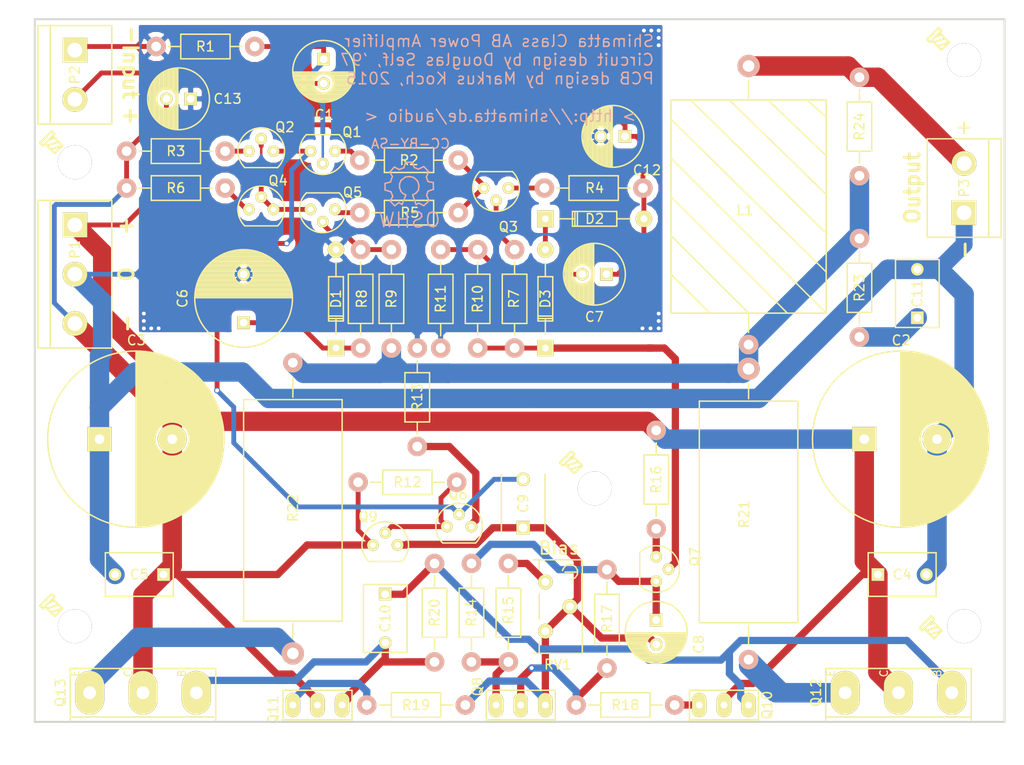
<source format=kicad_pcb>
(kicad_pcb (version 4) (host pcbnew "(2015-10-09 BZR 6257)-product")

  (general
    (links 95)
    (no_connects 0)
    (area 67.899999 104.399999 168.100001 177.100001)
    (thickness 1.6)
    (drawings 19)
    (tracks 381)
    (zones 0)
    (modules 70)
    (nets 37)
  )

  (page A4)
  (layers
    (0 F.Cu signal)
    (31 B.Cu signal)
    (32 B.Adhes user)
    (33 F.Adhes user)
    (34 B.Paste user)
    (35 F.Paste user)
    (36 B.SilkS user)
    (37 F.SilkS user)
    (38 B.Mask user)
    (39 F.Mask user)
    (40 Dwgs.User user)
    (41 Cmts.User user)
    (42 Eco1.User user)
    (43 Eco2.User user)
    (44 Edge.Cuts user)
    (45 Margin user)
    (46 B.CrtYd user)
    (47 F.CrtYd user)
    (48 B.Fab user)
    (49 F.Fab user)
  )

  (setup
    (last_trace_width 2)
    (user_trace_width 0.5)
    (user_trace_width 0.75)
    (user_trace_width 1)
    (user_trace_width 1.25)
    (user_trace_width 1.5)
    (user_trace_width 1.75)
    (user_trace_width 2)
    (trace_clearance 0.6)
    (zone_clearance 0.508)
    (zone_45_only no)
    (trace_min 0.2)
    (segment_width 0.2)
    (edge_width 0.2)
    (via_size 0.6)
    (via_drill 0.4)
    (via_min_size 0.4)
    (via_min_drill 0.3)
    (uvia_size 0.3)
    (uvia_drill 0.1)
    (uvias_allowed no)
    (uvia_min_size 0.2)
    (uvia_min_drill 0.1)
    (pcb_text_width 0.3)
    (pcb_text_size 1.5 1.5)
    (mod_edge_width 0.15)
    (mod_text_size 1 1)
    (mod_text_width 0.15)
    (pad_size 1.5 1.5)
    (pad_drill 0.6)
    (pad_to_mask_clearance 0)
    (aux_axis_origin 0 0)
    (visible_elements FFFFFF7F)
    (pcbplotparams
      (layerselection 0x00030_80000001)
      (usegerberextensions false)
      (excludeedgelayer true)
      (linewidth 0.100000)
      (plotframeref false)
      (viasonmask false)
      (mode 1)
      (useauxorigin false)
      (hpglpennumber 1)
      (hpglpenspeed 20)
      (hpglpendiameter 15)
      (hpglpenoverlay 2)
      (psnegative false)
      (psa4output false)
      (plotreference true)
      (plotvalue true)
      (plotinvisibletext false)
      (padsonsilk false)
      (subtractmaskfromsilk false)
      (outputformat 1)
      (mirror false)
      (drillshape 1)
      (scaleselection 1)
      (outputdirectory ""))
  )

  (net 0 "")
  (net 1 "Net-(C1-Pad2)")
  (net 2 "Net-(C1-Pad1)")
  (net 3 +36V)
  (net 4 AGND)
  (net 5 -36V)
  (net 6 "Net-(C6-Pad1)")
  (net 7 "Net-(C7-Pad2)")
  (net 8 "Net-(C8-Pad2)")
  (net 9 "Net-(C8-Pad1)")
  (net 10 "Net-(C9-Pad2)")
  (net 11 "Net-(C10-Pad1)")
  (net 12 "Net-(C10-Pad2)")
  (net 13 "Net-(C11-Pad1)")
  (net 14 "Net-(D2-Pad2)")
  (net 15 "Net-(D3-Pad2)")
  (net 16 /output)
  (net 17 /filtered)
  (net 18 "Net-(Q1-Pad1)")
  (net 19 "Net-(Q2-Pad2)")
  (net 20 "Net-(Q2-Pad1)")
  (net 21 "Net-(Q3-Pad2)")
  (net 22 "Net-(Q3-Pad1)")
  (net 23 "Net-(Q3-Pad3)")
  (net 24 "Net-(Q4-Pad1)")
  (net 25 "Net-(Q5-Pad2)")
  (net 26 "Net-(Q5-Pad1)")
  (net 27 "Net-(Q6-Pad3)")
  (net 28 "Net-(Q6-Pad1)")
  (net 29 "Net-(Q7-Pad1)")
  (net 30 "Net-(Q8-Pad2)")
  (net 31 "Net-(Q8-Pad3)")
  (net 32 "Net-(Q10-Pad2)")
  (net 33 "Net-(Q11-Pad2)")
  (net 34 "Net-(Q12-Pad1)")
  (net 35 "Net-(Q13-Pad1)")
  (net 36 "Net-(R15-Pad2)")

  (net_class Default "This is the default net class."
    (clearance 0.6)
    (trace_width 0.25)
    (via_dia 0.6)
    (via_drill 0.4)
    (uvia_dia 0.3)
    (uvia_drill 0.1)
    (add_net +36V)
    (add_net -36V)
    (add_net /filtered)
    (add_net /output)
    (add_net AGND)
    (add_net "Net-(C1-Pad1)")
    (add_net "Net-(C1-Pad2)")
    (add_net "Net-(C10-Pad1)")
    (add_net "Net-(C10-Pad2)")
    (add_net "Net-(C11-Pad1)")
    (add_net "Net-(C6-Pad1)")
    (add_net "Net-(C7-Pad2)")
    (add_net "Net-(C8-Pad1)")
    (add_net "Net-(C8-Pad2)")
    (add_net "Net-(C9-Pad2)")
    (add_net "Net-(D2-Pad2)")
    (add_net "Net-(D3-Pad2)")
    (add_net "Net-(Q1-Pad1)")
    (add_net "Net-(Q10-Pad2)")
    (add_net "Net-(Q11-Pad2)")
    (add_net "Net-(Q12-Pad1)")
    (add_net "Net-(Q13-Pad1)")
    (add_net "Net-(Q2-Pad1)")
    (add_net "Net-(Q2-Pad2)")
    (add_net "Net-(Q3-Pad1)")
    (add_net "Net-(Q3-Pad2)")
    (add_net "Net-(Q3-Pad3)")
    (add_net "Net-(Q4-Pad1)")
    (add_net "Net-(Q5-Pad1)")
    (add_net "Net-(Q5-Pad2)")
    (add_net "Net-(Q6-Pad1)")
    (add_net "Net-(Q6-Pad3)")
    (add_net "Net-(Q7-Pad1)")
    (add_net "Net-(Q8-Pad2)")
    (add_net "Net-(Q8-Pad3)")
    (add_net "Net-(R15-Pad2)")
  )

  (module Connect:bornier2 (layer F.Cu) (tedit 0) (tstamp 55F95CD7)
    (at 163.83 121.92 90)
    (descr "Bornier d'alimentation 2 pins")
    (tags DEV)
    (path /547490DA)
    (fp_text reference P3 (at 0 0 90) (layer F.SilkS)
      (effects (font (size 1 1) (thickness 0.15)))
    )
    (fp_text value "Audio out" (at 0 -2.54 90) (layer F.Fab)
      (effects (font (size 1 1) (thickness 0.15)))
    )
    (fp_line (start 5.08 2.54) (end -5.08 2.54) (layer F.SilkS) (width 0.15))
    (fp_line (start 5.08 3.81) (end 5.08 -3.81) (layer F.SilkS) (width 0.15))
    (fp_line (start 5.08 -3.81) (end -5.08 -3.81) (layer F.SilkS) (width 0.15))
    (fp_line (start -5.08 -3.81) (end -5.08 3.81) (layer F.SilkS) (width 0.15))
    (fp_line (start -5.08 3.81) (end 5.08 3.81) (layer F.SilkS) (width 0.15))
    (pad 1 thru_hole rect (at -2.54 0 90) (size 2.54 2.54) (drill 1.524) (layers *.Cu *.Mask F.SilkS)
      (net 4 AGND))
    (pad 2 thru_hole circle (at 2.54 0 90) (size 2.54 2.54) (drill 1.524) (layers *.Cu *.Mask F.SilkS)
      (net 17 /filtered))
    (model Connect.3dshapes/bornier2.wrl
      (at (xyz 0 0 0))
      (scale (xyz 1 1 1))
      (rotate (xyz 0 0 0))
    )
  )

  (module Connect:bornier3 (layer F.Cu) (tedit 0) (tstamp 55F95CCB)
    (at 72.136 130.81 270)
    (descr "Bornier d'alimentation 3 pins")
    (tags DEV)
    (path /55F55399)
    (fp_text reference P1 (at -2.54 0 270) (layer F.SilkS)
      (effects (font (size 1 1) (thickness 0.15)))
    )
    (fp_text value Power (at 0 -2.54 270) (layer F.Fab)
      (effects (font (size 1 1) (thickness 0.15)))
    )
    (fp_line (start -7.62 3.81) (end -7.62 -3.81) (layer F.SilkS) (width 0.15))
    (fp_line (start 7.62 3.81) (end 7.62 -3.81) (layer F.SilkS) (width 0.15))
    (fp_line (start -7.62 2.54) (end 7.62 2.54) (layer F.SilkS) (width 0.15))
    (fp_line (start -7.62 -3.81) (end 7.62 -3.81) (layer F.SilkS) (width 0.15))
    (fp_line (start -7.62 3.81) (end 7.62 3.81) (layer F.SilkS) (width 0.15))
    (pad 1 thru_hole rect (at -5.08 0 270) (size 2.54 2.54) (drill 1.524) (layers *.Cu *.Mask F.SilkS)
      (net 3 +36V))
    (pad 2 thru_hole circle (at 0 0 270) (size 2.54 2.54) (drill 1.524) (layers *.Cu *.Mask F.SilkS)
      (net 4 AGND))
    (pad 3 thru_hole circle (at 5.08 0 270) (size 2.54 2.54) (drill 1.524) (layers *.Cu *.Mask F.SilkS)
      (net 5 -36V))
    (model Connect.3dshapes/bornier3.wrl
      (at (xyz 0 0 0))
      (scale (xyz 1 1 1))
      (rotate (xyz 0 0 0))
    )
  )

  (module capacitors:C_Radial_D18_L30_P7.5_1mm (layer F.Cu) (tedit 55F94E50) (tstamp 55F95C57)
    (at 153.536 147.828)
    (descr "Radial Electrolytic Capacitor Diameter 18mm x Length 25mm, Pitch 7.5mm Pads 1mm")
    (tags "Electrolytic Capacitor")
    (path /5474D3C8)
    (fp_text reference C2 (at 3.8 -10.2) (layer F.SilkS)
      (effects (font (size 1 1) (thickness 0.15)))
    )
    (fp_text value 2200u (at 3.75 10.45) (layer F.Fab)
      (effects (font (size 1 1) (thickness 0.15)))
    )
    (fp_line (start 8.75 3.25) (end 7.5 4) (layer F.SilkS) (width 1.5))
    (fp_line (start 4.5 -6.25) (end 8.25 -4.25) (layer F.SilkS) (width 1.5))
    (fp_arc (start 3.75 0) (end 10.25 -0.75) (angle 90) (layer F.SilkS) (width 1.5))
    (fp_arc (start 3.75 0) (end 5 -7.25) (angle 90) (layer F.SilkS) (width 1.5))
    (fp_arc (start 3.75 0) (end 6 -8) (angle 90) (layer F.SilkS) (width 1.5))
    (fp_arc (start 3.75 0) (end 10.5 -3.5) (angle 90) (layer F.SilkS) (width 1.5))
    (fp_circle (center 7.5 0) (end 10.25 1) (layer F.SilkS) (width 1.5))
    (fp_line (start 3.775 -9.075) (end 3.775 9.075) (layer F.SilkS) (width 0.15))
    (fp_line (start 3.775 9.075) (end 3.9 8.975) (layer F.SilkS) (width 0.15))
    (fp_line (start 3.775 -8.35) (end 3.775 -9.075) (layer F.SilkS) (width 0.15))
    (fp_line (start 3.8 -9.1) (end 3.8 -8.4) (layer F.SilkS) (width 0.15))
    (fp_line (start 3.8 -8.4) (end 3.9 -9) (layer F.SilkS) (width 0.15))
    (fp_line (start 3.9 -9) (end 4 -9) (layer F.SilkS) (width 0.15))
    (fp_line (start 4.6 -8.4) (end 5.9 -8.3) (layer F.SilkS) (width 1))
    (fp_line (start 5.9 -8.3) (end 4.3 -8.6) (layer F.SilkS) (width 1))
    (fp_line (start 7.7 3) (end 7.7 3.3) (layer F.SilkS) (width 1))
    (fp_arc (start 3.7 0) (end 12.3 -0.5) (angle 90) (layer F.SilkS) (width 1))
    (fp_line (start 5.4 7.4) (end 5.8 7.8) (layer F.SilkS) (width 1))
    (fp_line (start 4.9 1.3) (end 5 8.5) (layer F.SilkS) (width 1))
    (fp_line (start 5 8.5) (end 7.1 7.8) (layer F.SilkS) (width 1))
    (fp_line (start 7.1 7.8) (end 5.7 7.1) (layer F.SilkS) (width 1))
    (fp_line (start 5.7 7.1) (end 5.5 2.5) (layer F.SilkS) (width 1))
    (fp_line (start 5.1 -5.2) (end 5.1 -1.7) (layer F.SilkS) (width 1))
    (fp_line (start 5.1 -1.7) (end 6 -4.8) (layer F.SilkS) (width 1))
    (fp_line (start 4.2 -8.5) (end 4.2 8.6) (layer F.SilkS) (width 1))
    (fp_line (start 4.2 -8.5) (end 4.2 -7.9) (layer F.SilkS) (width 1))
    (fp_line (start 6.6 3.2) (end 7 7.1) (layer F.SilkS) (width 2))
    (fp_circle (center 7.5 0) (end 9.4 1.1) (layer F.SilkS) (width 1))
    (fp_arc (start 7.5 0) (end 6.3 -3.4) (angle 90) (layer F.SilkS) (width 2))
    (fp_circle (center 3.75 0) (end 4.75 -9.0375) (layer F.SilkS) (width 0.15))
    (fp_circle (center 3.75 0) (end 4.75 -9.3) (layer F.CrtYd) (width 0.05))
    (pad 1 thru_hole rect (at 0 0) (size 2.5 2.5) (drill 1) (layers *.Cu *.Mask F.SilkS)
      (net 3 +36V))
    (pad 2 thru_hole circle (at 7.5 0) (size 3 3) (drill 1) (layers *.Cu *.Mask F.SilkS)
      (net 4 AGND))
    (model Capacitors_ThroughHole.3dshapes/C_Radial_D16_L30_P7.5.wrl
      (at (xyz 0.147638 0 0))
      (scale (xyz 1 1 1))
      (rotate (xyz 0 0 90))
    )
  )

  (module Mounting_Holes:MountingHole_3-5mm (layer F.Cu) (tedit 56054DA6) (tstamp 56070042)
    (at 163.83 167.132)
    (descr "Mounting hole, Befestigungsbohrung, 3,5mm, No Annular, Kein Restring,")
    (tags "Mounting hole, Befestigungsbohrung, 3,5mm, No Annular, Kein Restring,")
    (fp_text reference "" (at 1.7145 -4.445) (layer F.SilkS)
      (effects (font (size 1 1) (thickness 0.15)))
    )
    (fp_text value MountingHole_3-5mm (at -4.572 2.794) (layer F.Fab)
      (effects (font (size 1 1) (thickness 0.15)))
    )
    (fp_circle (center 0 0) (end 3.5 0) (layer Cmts.User) (width 0.381))
    (pad 1 thru_hole circle (at 0 0) (size 3.5 3.5) (drill 3.5) (layers))
  )

  (module Resistors_ThroughHole:Resistor_Horizontal_RM10mm (layer F.Cu) (tedit 53F56209) (tstamp 55F95D38)
    (at 85.598 107.315 180)
    (descr "Resistor, Axial,  RM 10mm, 1/3W,")
    (tags "Resistor, Axial, RM 10mm, 1/3W,")
    (path /54742F51)
    (fp_text reference R1 (at 0 0 180) (layer F.SilkS)
      (effects (font (size 1 1) (thickness 0.15)))
    )
    (fp_text value 10k (at -0.275 2.085 180) (layer F.Fab)
      (effects (font (size 1 1) (thickness 0.15)))
    )
    (fp_line (start -2.54 -1.27) (end 2.54 -1.27) (layer F.SilkS) (width 0.15))
    (fp_line (start 2.54 -1.27) (end 2.54 1.27) (layer F.SilkS) (width 0.15))
    (fp_line (start 2.54 1.27) (end -2.54 1.27) (layer F.SilkS) (width 0.15))
    (fp_line (start -2.54 1.27) (end -2.54 -1.27) (layer F.SilkS) (width 0.15))
    (fp_line (start -2.54 0) (end -3.81 0) (layer F.SilkS) (width 0.15))
    (fp_line (start 2.54 0) (end 3.81 0) (layer F.SilkS) (width 0.15))
    (pad 1 thru_hole circle (at -5.08 0 180) (size 1.99898 1.99898) (drill 1.00076) (layers *.Cu *.SilkS *.Mask)
      (net 2 "Net-(C1-Pad1)"))
    (pad 2 thru_hole circle (at 5.08 0 180) (size 1.99898 1.99898) (drill 1.00076) (layers *.Cu *.SilkS *.Mask)
      (net 4 AGND))
    (model Resistors_ThroughHole.3dshapes/Resistor_Horizontal_RM10mm.wrl
      (at (xyz 0 0 0))
      (scale (xyz 0.4 0.4 0.4))
      (rotate (xyz 0 0 0))
    )
  )

  (module Resistors_ThroughHole:Resistor_Horizontal_RM10mm (layer F.Cu) (tedit 53F56209) (tstamp 55F95D68)
    (at 104.775 133.35 90)
    (descr "Resistor, Axial,  RM 10mm, 1/3W,")
    (tags "Resistor, Axial, RM 10mm, 1/3W,")
    (path /5473BA86)
    (fp_text reference R9 (at 0 0 90) (layer F.SilkS)
      (effects (font (size 1 1) (thickness 0.15)))
    )
    (fp_text value 10k (at 3.81 3.81 90) (layer F.Fab)
      (effects (font (size 1 1) (thickness 0.15)))
    )
    (fp_line (start -2.54 -1.27) (end 2.54 -1.27) (layer F.SilkS) (width 0.15))
    (fp_line (start 2.54 -1.27) (end 2.54 1.27) (layer F.SilkS) (width 0.15))
    (fp_line (start 2.54 1.27) (end -2.54 1.27) (layer F.SilkS) (width 0.15))
    (fp_line (start -2.54 1.27) (end -2.54 -1.27) (layer F.SilkS) (width 0.15))
    (fp_line (start -2.54 0) (end -3.81 0) (layer F.SilkS) (width 0.15))
    (fp_line (start 2.54 0) (end 3.81 0) (layer F.SilkS) (width 0.15))
    (pad 1 thru_hole circle (at -5.08 0 90) (size 1.99898 1.99898) (drill 1.00076) (layers *.Cu *.SilkS *.Mask)
      (net 16 /output))
    (pad 2 thru_hole circle (at 5.08 0 90) (size 1.99898 1.99898) (drill 1.00076) (layers *.Cu *.SilkS *.Mask)
      (net 25 "Net-(Q5-Pad2)"))
    (model Resistors_ThroughHole.3dshapes/Resistor_Horizontal_RM10mm.wrl
      (at (xyz 0 0 0))
      (scale (xyz 0.4 0.4 0.4))
      (rotate (xyz 0 0 0))
    )
  )

  (module Capacitors_ThroughHole:C_Radial_D6.3_L11.2_P2.5 (layer F.Cu) (tedit 0) (tstamp 55FD5DDB)
    (at 128.865 116.586 180)
    (descr "Radial Electrolytic Capacitor, Diameter 6.3mm x Length 11.2mm, Pitch 2.5mm")
    (tags "Electrolytic Capacitor")
    (path /55FD9555)
    (fp_text reference C12 (at -2.2625 -3.4925 180) (layer F.SilkS)
      (effects (font (size 1 1) (thickness 0.15)))
    )
    (fp_text value 10u (at 1.25 4.4 180) (layer F.Fab)
      (effects (font (size 1 1) (thickness 0.15)))
    )
    (fp_line (start 1.325 -3.149) (end 1.325 3.149) (layer F.SilkS) (width 0.15))
    (fp_line (start 1.465 -3.143) (end 1.465 3.143) (layer F.SilkS) (width 0.15))
    (fp_line (start 1.605 -3.13) (end 1.605 -0.446) (layer F.SilkS) (width 0.15))
    (fp_line (start 1.605 0.446) (end 1.605 3.13) (layer F.SilkS) (width 0.15))
    (fp_line (start 1.745 -3.111) (end 1.745 -0.656) (layer F.SilkS) (width 0.15))
    (fp_line (start 1.745 0.656) (end 1.745 3.111) (layer F.SilkS) (width 0.15))
    (fp_line (start 1.885 -3.085) (end 1.885 -0.789) (layer F.SilkS) (width 0.15))
    (fp_line (start 1.885 0.789) (end 1.885 3.085) (layer F.SilkS) (width 0.15))
    (fp_line (start 2.025 -3.053) (end 2.025 -0.88) (layer F.SilkS) (width 0.15))
    (fp_line (start 2.025 0.88) (end 2.025 3.053) (layer F.SilkS) (width 0.15))
    (fp_line (start 2.165 -3.014) (end 2.165 -0.942) (layer F.SilkS) (width 0.15))
    (fp_line (start 2.165 0.942) (end 2.165 3.014) (layer F.SilkS) (width 0.15))
    (fp_line (start 2.305 -2.968) (end 2.305 -0.981) (layer F.SilkS) (width 0.15))
    (fp_line (start 2.305 0.981) (end 2.305 2.968) (layer F.SilkS) (width 0.15))
    (fp_line (start 2.445 -2.915) (end 2.445 -0.998) (layer F.SilkS) (width 0.15))
    (fp_line (start 2.445 0.998) (end 2.445 2.915) (layer F.SilkS) (width 0.15))
    (fp_line (start 2.585 -2.853) (end 2.585 -0.996) (layer F.SilkS) (width 0.15))
    (fp_line (start 2.585 0.996) (end 2.585 2.853) (layer F.SilkS) (width 0.15))
    (fp_line (start 2.725 -2.783) (end 2.725 -0.974) (layer F.SilkS) (width 0.15))
    (fp_line (start 2.725 0.974) (end 2.725 2.783) (layer F.SilkS) (width 0.15))
    (fp_line (start 2.865 -2.704) (end 2.865 -0.931) (layer F.SilkS) (width 0.15))
    (fp_line (start 2.865 0.931) (end 2.865 2.704) (layer F.SilkS) (width 0.15))
    (fp_line (start 3.005 -2.616) (end 3.005 -0.863) (layer F.SilkS) (width 0.15))
    (fp_line (start 3.005 0.863) (end 3.005 2.616) (layer F.SilkS) (width 0.15))
    (fp_line (start 3.145 -2.516) (end 3.145 -0.764) (layer F.SilkS) (width 0.15))
    (fp_line (start 3.145 0.764) (end 3.145 2.516) (layer F.SilkS) (width 0.15))
    (fp_line (start 3.285 -2.404) (end 3.285 -0.619) (layer F.SilkS) (width 0.15))
    (fp_line (start 3.285 0.619) (end 3.285 2.404) (layer F.SilkS) (width 0.15))
    (fp_line (start 3.425 -2.279) (end 3.425 -0.38) (layer F.SilkS) (width 0.15))
    (fp_line (start 3.425 0.38) (end 3.425 2.279) (layer F.SilkS) (width 0.15))
    (fp_line (start 3.565 -2.136) (end 3.565 2.136) (layer F.SilkS) (width 0.15))
    (fp_line (start 3.705 -1.974) (end 3.705 1.974) (layer F.SilkS) (width 0.15))
    (fp_line (start 3.845 -1.786) (end 3.845 1.786) (layer F.SilkS) (width 0.15))
    (fp_line (start 3.985 -1.563) (end 3.985 1.563) (layer F.SilkS) (width 0.15))
    (fp_line (start 4.125 -1.287) (end 4.125 1.287) (layer F.SilkS) (width 0.15))
    (fp_line (start 4.265 -0.912) (end 4.265 0.912) (layer F.SilkS) (width 0.15))
    (fp_circle (center 2.5 0) (end 2.5 -1) (layer F.SilkS) (width 0.15))
    (fp_circle (center 1.25 0) (end 1.25 -3.1875) (layer F.SilkS) (width 0.15))
    (fp_circle (center 1.25 0) (end 1.25 -3.4) (layer F.CrtYd) (width 0.05))
    (pad 2 thru_hole circle (at 2.5 0 180) (size 1.3 1.3) (drill 0.8) (layers *.Cu *.Mask F.SilkS)
      (net 4 AGND))
    (pad 1 thru_hole rect (at 0 0 180) (size 1.3 1.3) (drill 0.8) (layers *.Cu *.Mask F.SilkS)
      (net 3 +36V))
    (model Capacitors_ThroughHole.3dshapes/C_Radial_D6.3_L11.2_P2.5.wrl
      (at (xyz 0 0 0))
      (scale (xyz 1 1 1))
      (rotate (xyz 0 0 0))
    )
  )

  (module transistor:TO-92_Molded_Narrow_LargerPads (layer F.Cu) (tedit 55FAAB43) (tstamp 55FABE3C)
    (at 110.49 156.845)
    (descr "TO-92 leads molded, narrow, drill 0.6mm (see NXP sot054_po.pdf)")
    (tags "to-92 sc-43 sc-43a sot54 PA33 transistor")
    (path /5473BBBD)
    (fp_text reference Q6 (at 1.143 -3.302) (layer F.SilkS)
      (effects (font (size 1 1) (thickness 0.15)))
    )
    (fp_text value NPN (at 0 3) (layer F.Fab)
      (effects (font (size 1 1) (thickness 0.15)))
    )
    (fp_line (start -1.4 1.95) (end -1.4 -2.65) (layer F.CrtYd) (width 0.05))
    (fp_line (start -1.4 1.95) (end 3.9 1.95) (layer F.CrtYd) (width 0.05))
    (fp_line (start -0.43 1.7) (end 2.97 1.7) (layer F.SilkS) (width 0.15))
    (fp_arc (start 1.27 0) (end 1.27 -2.4) (angle -135) (layer F.SilkS) (width 0.15))
    (fp_arc (start 1.27 0) (end 1.27 -2.4) (angle 135) (layer F.SilkS) (width 0.15))
    (fp_line (start -1.4 -2.65) (end 3.9 -2.65) (layer F.CrtYd) (width 0.05))
    (fp_line (start 3.9 1.95) (end 3.9 -2.65) (layer F.CrtYd) (width 0.05))
    (pad 2 thru_hole circle (at 1.27 -1.27 90) (size 1.2 1.2) (drill 0.6) (layers *.Cu *.Mask F.SilkS)
      (net 10 "Net-(C9-Pad2)"))
    (pad 3 thru_hole circle (at 2.54 0 90) (size 1.2 1.2) (drill 0.6) (layers *.Cu *.Mask F.SilkS)
      (net 27 "Net-(Q6-Pad3)"))
    (pad 1 thru_hole circle (at 0 0 90) (size 1.2 1.2) (drill 0.6) (layers *.Cu *.Mask F.SilkS)
      (net 28 "Net-(Q6-Pad1)"))
    (model Housings_TO-92.3dshapes/TO-92_Molded_Narrow.wrl
      (at (xyz 0.05 0 0))
      (scale (xyz 1 1 1))
      (rotate (xyz 0 0 -90))
    )
  )

  (module Capacitors_ThroughHole:C_Radial_D6.3_L11.2_P2.5 (layer F.Cu) (tedit 0) (tstamp 55F95C9A)
    (at 132.08 166.5 270)
    (descr "Radial Electrolytic Capacitor, Diameter 6.3mm x Length 11.2mm, Pitch 2.5mm")
    (tags "Electrolytic Capacitor")
    (path /54739B91)
    (fp_text reference C8 (at 2.5 -4.4 270) (layer F.SilkS)
      (effects (font (size 1 1) (thickness 0.15)))
    )
    (fp_text value 47u (at 0 2.54 270) (layer F.Fab)
      (effects (font (size 1 1) (thickness 0.15)))
    )
    (fp_line (start 1.325 -3.149) (end 1.325 3.149) (layer F.SilkS) (width 0.15))
    (fp_line (start 1.465 -3.143) (end 1.465 3.143) (layer F.SilkS) (width 0.15))
    (fp_line (start 1.605 -3.13) (end 1.605 -0.446) (layer F.SilkS) (width 0.15))
    (fp_line (start 1.605 0.446) (end 1.605 3.13) (layer F.SilkS) (width 0.15))
    (fp_line (start 1.745 -3.111) (end 1.745 -0.656) (layer F.SilkS) (width 0.15))
    (fp_line (start 1.745 0.656) (end 1.745 3.111) (layer F.SilkS) (width 0.15))
    (fp_line (start 1.885 -3.085) (end 1.885 -0.789) (layer F.SilkS) (width 0.15))
    (fp_line (start 1.885 0.789) (end 1.885 3.085) (layer F.SilkS) (width 0.15))
    (fp_line (start 2.025 -3.053) (end 2.025 -0.88) (layer F.SilkS) (width 0.15))
    (fp_line (start 2.025 0.88) (end 2.025 3.053) (layer F.SilkS) (width 0.15))
    (fp_line (start 2.165 -3.014) (end 2.165 -0.942) (layer F.SilkS) (width 0.15))
    (fp_line (start 2.165 0.942) (end 2.165 3.014) (layer F.SilkS) (width 0.15))
    (fp_line (start 2.305 -2.968) (end 2.305 -0.981) (layer F.SilkS) (width 0.15))
    (fp_line (start 2.305 0.981) (end 2.305 2.968) (layer F.SilkS) (width 0.15))
    (fp_line (start 2.445 -2.915) (end 2.445 -0.998) (layer F.SilkS) (width 0.15))
    (fp_line (start 2.445 0.998) (end 2.445 2.915) (layer F.SilkS) (width 0.15))
    (fp_line (start 2.585 -2.853) (end 2.585 -0.996) (layer F.SilkS) (width 0.15))
    (fp_line (start 2.585 0.996) (end 2.585 2.853) (layer F.SilkS) (width 0.15))
    (fp_line (start 2.725 -2.783) (end 2.725 -0.974) (layer F.SilkS) (width 0.15))
    (fp_line (start 2.725 0.974) (end 2.725 2.783) (layer F.SilkS) (width 0.15))
    (fp_line (start 2.865 -2.704) (end 2.865 -0.931) (layer F.SilkS) (width 0.15))
    (fp_line (start 2.865 0.931) (end 2.865 2.704) (layer F.SilkS) (width 0.15))
    (fp_line (start 3.005 -2.616) (end 3.005 -0.863) (layer F.SilkS) (width 0.15))
    (fp_line (start 3.005 0.863) (end 3.005 2.616) (layer F.SilkS) (width 0.15))
    (fp_line (start 3.145 -2.516) (end 3.145 -0.764) (layer F.SilkS) (width 0.15))
    (fp_line (start 3.145 0.764) (end 3.145 2.516) (layer F.SilkS) (width 0.15))
    (fp_line (start 3.285 -2.404) (end 3.285 -0.619) (layer F.SilkS) (width 0.15))
    (fp_line (start 3.285 0.619) (end 3.285 2.404) (layer F.SilkS) (width 0.15))
    (fp_line (start 3.425 -2.279) (end 3.425 -0.38) (layer F.SilkS) (width 0.15))
    (fp_line (start 3.425 0.38) (end 3.425 2.279) (layer F.SilkS) (width 0.15))
    (fp_line (start 3.565 -2.136) (end 3.565 2.136) (layer F.SilkS) (width 0.15))
    (fp_line (start 3.705 -1.974) (end 3.705 1.974) (layer F.SilkS) (width 0.15))
    (fp_line (start 3.845 -1.786) (end 3.845 1.786) (layer F.SilkS) (width 0.15))
    (fp_line (start 3.985 -1.563) (end 3.985 1.563) (layer F.SilkS) (width 0.15))
    (fp_line (start 4.125 -1.287) (end 4.125 1.287) (layer F.SilkS) (width 0.15))
    (fp_line (start 4.265 -0.912) (end 4.265 0.912) (layer F.SilkS) (width 0.15))
    (fp_circle (center 2.5 0) (end 2.5 -1) (layer F.SilkS) (width 0.15))
    (fp_circle (center 1.25 0) (end 1.25 -3.1875) (layer F.SilkS) (width 0.15))
    (fp_circle (center 1.25 0) (end 1.25 -3.4) (layer F.CrtYd) (width 0.05))
    (pad 2 thru_hole circle (at 2.5 0 270) (size 1.3 1.3) (drill 0.8) (layers *.Cu *.Mask F.SilkS)
      (net 8 "Net-(C8-Pad2)"))
    (pad 1 thru_hole rect (at 0 0 270) (size 1.3 1.3) (drill 0.8) (layers *.Cu *.Mask F.SilkS)
      (net 9 "Net-(C8-Pad1)"))
    (model Capacitors_ThroughHole.3dshapes/C_Radial_D6.3_L11.2_P2.5.wrl
      (at (xyz 0 0 0))
      (scale (xyz 1 1 1))
      (rotate (xyz 0 0 0))
    )
  )

  (module Resistors_ThroughHole:Resistor_Horizontal_RM10mm (layer F.Cu) (tedit 53F56209) (tstamp 55F95D80)
    (at 107.442 143.51 270)
    (descr "Resistor, Axial,  RM 10mm, 1/3W,")
    (tags "Resistor, Axial, RM 10mm, 1/3W,")
    (path /55F4C5F0)
    (fp_text reference R13 (at 0 0 270) (layer F.SilkS)
      (effects (font (size 1 1) (thickness 0.15)))
    )
    (fp_text value 10k (at 2.54 1.27 270) (layer F.Fab)
      (effects (font (size 1 1) (thickness 0.15)))
    )
    (fp_line (start -2.54 -1.27) (end 2.54 -1.27) (layer F.SilkS) (width 0.15))
    (fp_line (start 2.54 -1.27) (end 2.54 1.27) (layer F.SilkS) (width 0.15))
    (fp_line (start 2.54 1.27) (end -2.54 1.27) (layer F.SilkS) (width 0.15))
    (fp_line (start -2.54 1.27) (end -2.54 -1.27) (layer F.SilkS) (width 0.15))
    (fp_line (start -2.54 0) (end -3.81 0) (layer F.SilkS) (width 0.15))
    (fp_line (start 2.54 0) (end 3.81 0) (layer F.SilkS) (width 0.15))
    (pad 1 thru_hole circle (at -5.08 0 270) (size 1.99898 1.99898) (drill 1.00076) (layers *.Cu *.SilkS *.Mask)
      (net 4 AGND))
    (pad 2 thru_hole circle (at 5.08 0 270) (size 1.99898 1.99898) (drill 1.00076) (layers *.Cu *.SilkS *.Mask)
      (net 27 "Net-(Q6-Pad3)"))
    (model Resistors_ThroughHole.3dshapes/Resistor_Horizontal_RM10mm.wrl
      (at (xyz 0 0 0))
      (scale (xyz 0.4 0.4 0.4))
      (rotate (xyz 0 0 0))
    )
  )

  (module Resistors_ThroughHole:Resistor_Horizontal_RM30mm (layer F.Cu) (tedit 53F563B7) (tstamp 55F95DB0)
    (at 141.605 155.575 90)
    (descr "Resistor, Axial, RM 30mm,")
    (tags "Resistor, Axial, RM 30mm,")
    (path /54737F31)
    (fp_text reference R21 (at 0 -0.45 90) (layer F.SilkS)
      (effects (font (size 1 1) (thickness 0.15)))
    )
    (fp_text value 0R1 (at 0 1.27 90) (layer F.Fab)
      (effects (font (size 1 1) (thickness 0.15)))
    )
    (fp_line (start -11.44524 0) (end -13.47724 0) (layer F.SilkS) (width 0.15))
    (fp_line (start 11.92276 0) (end 13.44676 0) (layer F.SilkS) (width 0.15))
    (fp_line (start -11.19124 -5.08) (end 11.66876 -5.08) (layer F.SilkS) (width 0.15))
    (fp_line (start 11.66876 -5.08) (end 11.66876 5.08) (layer F.SilkS) (width 0.15))
    (fp_line (start 11.66876 5.08) (end -11.19124 5.08) (layer F.SilkS) (width 0.15))
    (fp_line (start -11.19124 5.08) (end -11.19124 -5.08) (layer F.SilkS) (width 0.15))
    (pad 1 thru_hole circle (at -15 0 90) (size 1.99898 1.99898) (drill 1.00076) (layers *.Cu *.SilkS *.Mask)
      (net 34 "Net-(Q12-Pad1)"))
    (pad 2 thru_hole circle (at 15 0 90) (size 2.30124 2.30124) (drill 1.19888) (layers *.Cu *.SilkS *.Mask)
      (net 16 /output))
  )

  (module transistor:TO-92_Molded_Narrow_LargerPads (layer F.Cu) (tedit 55FAAB43) (tstamp 55FABE1E)
    (at 98.971041 118.11 180)
    (descr "TO-92 leads molded, narrow, drill 0.6mm (see NXP sot054_po.pdf)")
    (tags "to-92 sc-43 sc-43a sot54 PA33 transistor")
    (path /547519D3)
    (fp_text reference Q1 (at -1.739959 1.9685 180) (layer F.SilkS)
      (effects (font (size 1 1) (thickness 0.15)))
    )
    (fp_text value PNP (at 0 3 180) (layer F.Fab)
      (effects (font (size 1 1) (thickness 0.15)))
    )
    (fp_line (start -1.4 1.95) (end -1.4 -2.65) (layer F.CrtYd) (width 0.05))
    (fp_line (start -1.4 1.95) (end 3.9 1.95) (layer F.CrtYd) (width 0.05))
    (fp_line (start -0.43 1.7) (end 2.97 1.7) (layer F.SilkS) (width 0.15))
    (fp_arc (start 1.27 0) (end 1.27 -2.4) (angle -135) (layer F.SilkS) (width 0.15))
    (fp_arc (start 1.27 0) (end 1.27 -2.4) (angle 135) (layer F.SilkS) (width 0.15))
    (fp_line (start -1.4 -2.65) (end 3.9 -2.65) (layer F.CrtYd) (width 0.05))
    (fp_line (start 3.9 1.95) (end 3.9 -2.65) (layer F.CrtYd) (width 0.05))
    (pad 2 thru_hole circle (at 1.27 -1.27 270) (size 1.2 1.2) (drill 0.6) (layers *.Cu *.Mask F.SilkS)
      (net 2 "Net-(C1-Pad1)"))
    (pad 3 thru_hole circle (at 2.54 0 270) (size 1.2 1.2) (drill 0.6) (layers *.Cu *.Mask F.SilkS)
      (net 10 "Net-(C9-Pad2)"))
    (pad 1 thru_hole circle (at 0 0 270) (size 1.2 1.2) (drill 0.6) (layers *.Cu *.Mask F.SilkS)
      (net 18 "Net-(Q1-Pad1)"))
    (model Housings_TO-92.3dshapes/TO-92_Molded_Narrow.wrl
      (at (xyz 0.05 0 0))
      (scale (xyz 1 1 1))
      (rotate (xyz 0 0 -90))
    )
  )

  (module Resistors_ThroughHole:Resistor_Horizontal_RM10mm (layer F.Cu) (tedit 53F56209) (tstamp 55F95DBC)
    (at 153.035 132.207 270)
    (descr "Resistor, Axial,  RM 10mm, 1/3W,")
    (tags "Resistor, Axial, RM 10mm, 1/3W,")
    (path /54744FB8)
    (fp_text reference R23 (at 0 0 270) (layer F.SilkS)
      (effects (font (size 1 1) (thickness 0.15)))
    )
    (fp_text value 10R (at 1.27 1.27 270) (layer F.Fab)
      (effects (font (size 1 1) (thickness 0.15)))
    )
    (fp_line (start -2.54 -1.27) (end 2.54 -1.27) (layer F.SilkS) (width 0.15))
    (fp_line (start 2.54 -1.27) (end 2.54 1.27) (layer F.SilkS) (width 0.15))
    (fp_line (start 2.54 1.27) (end -2.54 1.27) (layer F.SilkS) (width 0.15))
    (fp_line (start -2.54 1.27) (end -2.54 -1.27) (layer F.SilkS) (width 0.15))
    (fp_line (start -2.54 0) (end -3.81 0) (layer F.SilkS) (width 0.15))
    (fp_line (start 2.54 0) (end 3.81 0) (layer F.SilkS) (width 0.15))
    (pad 1 thru_hole circle (at -5.08 0 270) (size 1.99898 1.99898) (drill 1.00076) (layers *.Cu *.SilkS *.Mask)
      (net 16 /output))
    (pad 2 thru_hole circle (at 5.08 0 270) (size 1.99898 1.99898) (drill 1.00076) (layers *.Cu *.SilkS *.Mask)
      (net 13 "Net-(C11-Pad1)"))
    (model Resistors_ThroughHole.3dshapes/Resistor_Horizontal_RM10mm.wrl
      (at (xyz 0 0 0))
      (scale (xyz 0.4 0.4 0.4))
      (rotate (xyz 0 0 0))
    )
  )

  (module transistor:TO-126 (layer F.Cu) (tedit 55F4846C) (tstamp 55F95D24)
    (at 99.695 175.26 270)
    (path /5473873C)
    (fp_text reference Q11 (at 0.508 7.112 270) (layer F.SilkS)
      (effects (font (size 1 1) (thickness 0.15)))
    )
    (fp_text value PNP (at 0 -1.778 270) (layer F.Fab)
      (effects (font (size 1 1) (thickness 0.15)))
    )
    (fp_line (start 1.524 -1.016) (end 1.778 -1.016) (layer F.SilkS) (width 0.15))
    (fp_line (start 1.778 -1.016) (end 1.778 6.096) (layer F.SilkS) (width 0.15))
    (fp_line (start 1.778 6.096) (end 1.524 6.096) (layer F.SilkS) (width 0.15))
    (fp_line (start -1.524 -1.016) (end 1.524 -1.016) (layer F.SilkS) (width 0.15))
    (fp_line (start 1.524 -1.016) (end 1.524 6.096) (layer F.SilkS) (width 0.15))
    (fp_line (start 1.524 6.096) (end -1.524 6.096) (layer F.SilkS) (width 0.15))
    (fp_line (start -1.524 6.096) (end -1.524 -1.016) (layer F.SilkS) (width 0.15))
    (pad 1 thru_hole oval (at 0 0 270) (size 2.5 1.5) (drill 0.7) (layers *.Cu *.Mask F.SilkS)
      (net 12 "Net-(C10-Pad2)"))
    (pad 2 thru_hole oval (at 0 5.08 270) (size 2.5 1.5) (drill 0.7) (layers *.Cu *.Mask F.SilkS)
      (net 33 "Net-(Q11-Pad2)"))
    (pad 3 thru_hole oval (at 0 2.54 270) (size 2.5 1.5) (drill 0.7) (layers *.Cu *.Mask F.SilkS)
      (net 5 -36V))
  )

  (module Capacitors_ThroughHole:C_Radial_D6.3_L11.2_P2.5 (layer F.Cu) (tedit 0) (tstamp 55F95C32)
    (at 97.79 108.625 270)
    (descr "Radial Electrolytic Capacitor, Diameter 6.3mm x Length 11.2mm, Pitch 2.5mm")
    (tags "Electrolytic Capacitor")
    (path /54743140)
    (fp_text reference C1 (at 5.7385 -0.0635 360) (layer F.SilkS)
      (effects (font (size 1 1) (thickness 0.15)))
    )
    (fp_text value 10u (at 1.25 4.4 270) (layer F.Fab)
      (effects (font (size 1 1) (thickness 0.15)))
    )
    (fp_line (start 1.325 -3.149) (end 1.325 3.149) (layer F.SilkS) (width 0.15))
    (fp_line (start 1.465 -3.143) (end 1.465 3.143) (layer F.SilkS) (width 0.15))
    (fp_line (start 1.605 -3.13) (end 1.605 -0.446) (layer F.SilkS) (width 0.15))
    (fp_line (start 1.605 0.446) (end 1.605 3.13) (layer F.SilkS) (width 0.15))
    (fp_line (start 1.745 -3.111) (end 1.745 -0.656) (layer F.SilkS) (width 0.15))
    (fp_line (start 1.745 0.656) (end 1.745 3.111) (layer F.SilkS) (width 0.15))
    (fp_line (start 1.885 -3.085) (end 1.885 -0.789) (layer F.SilkS) (width 0.15))
    (fp_line (start 1.885 0.789) (end 1.885 3.085) (layer F.SilkS) (width 0.15))
    (fp_line (start 2.025 -3.053) (end 2.025 -0.88) (layer F.SilkS) (width 0.15))
    (fp_line (start 2.025 0.88) (end 2.025 3.053) (layer F.SilkS) (width 0.15))
    (fp_line (start 2.165 -3.014) (end 2.165 -0.942) (layer F.SilkS) (width 0.15))
    (fp_line (start 2.165 0.942) (end 2.165 3.014) (layer F.SilkS) (width 0.15))
    (fp_line (start 2.305 -2.968) (end 2.305 -0.981) (layer F.SilkS) (width 0.15))
    (fp_line (start 2.305 0.981) (end 2.305 2.968) (layer F.SilkS) (width 0.15))
    (fp_line (start 2.445 -2.915) (end 2.445 -0.998) (layer F.SilkS) (width 0.15))
    (fp_line (start 2.445 0.998) (end 2.445 2.915) (layer F.SilkS) (width 0.15))
    (fp_line (start 2.585 -2.853) (end 2.585 -0.996) (layer F.SilkS) (width 0.15))
    (fp_line (start 2.585 0.996) (end 2.585 2.853) (layer F.SilkS) (width 0.15))
    (fp_line (start 2.725 -2.783) (end 2.725 -0.974) (layer F.SilkS) (width 0.15))
    (fp_line (start 2.725 0.974) (end 2.725 2.783) (layer F.SilkS) (width 0.15))
    (fp_line (start 2.865 -2.704) (end 2.865 -0.931) (layer F.SilkS) (width 0.15))
    (fp_line (start 2.865 0.931) (end 2.865 2.704) (layer F.SilkS) (width 0.15))
    (fp_line (start 3.005 -2.616) (end 3.005 -0.863) (layer F.SilkS) (width 0.15))
    (fp_line (start 3.005 0.863) (end 3.005 2.616) (layer F.SilkS) (width 0.15))
    (fp_line (start 3.145 -2.516) (end 3.145 -0.764) (layer F.SilkS) (width 0.15))
    (fp_line (start 3.145 0.764) (end 3.145 2.516) (layer F.SilkS) (width 0.15))
    (fp_line (start 3.285 -2.404) (end 3.285 -0.619) (layer F.SilkS) (width 0.15))
    (fp_line (start 3.285 0.619) (end 3.285 2.404) (layer F.SilkS) (width 0.15))
    (fp_line (start 3.425 -2.279) (end 3.425 -0.38) (layer F.SilkS) (width 0.15))
    (fp_line (start 3.425 0.38) (end 3.425 2.279) (layer F.SilkS) (width 0.15))
    (fp_line (start 3.565 -2.136) (end 3.565 2.136) (layer F.SilkS) (width 0.15))
    (fp_line (start 3.705 -1.974) (end 3.705 1.974) (layer F.SilkS) (width 0.15))
    (fp_line (start 3.845 -1.786) (end 3.845 1.786) (layer F.SilkS) (width 0.15))
    (fp_line (start 3.985 -1.563) (end 3.985 1.563) (layer F.SilkS) (width 0.15))
    (fp_line (start 4.125 -1.287) (end 4.125 1.287) (layer F.SilkS) (width 0.15))
    (fp_line (start 4.265 -0.912) (end 4.265 0.912) (layer F.SilkS) (width 0.15))
    (fp_circle (center 2.5 0) (end 2.5 -1) (layer F.SilkS) (width 0.15))
    (fp_circle (center 1.25 0) (end 1.25 -3.1875) (layer F.SilkS) (width 0.15))
    (fp_circle (center 1.25 0) (end 1.25 -3.4) (layer F.CrtYd) (width 0.05))
    (pad 2 thru_hole circle (at 2.5 0 270) (size 1.3 1.3) (drill 0.8) (layers *.Cu *.Mask F.SilkS)
      (net 1 "Net-(C1-Pad2)"))
    (pad 1 thru_hole rect (at 0 0 270) (size 1.3 1.3) (drill 0.8) (layers *.Cu *.Mask F.SilkS)
      (net 2 "Net-(C1-Pad1)"))
    (model Capacitors_ThroughHole.3dshapes/C_Radial_D6.3_L11.2_P2.5.wrl
      (at (xyz 0 0 0))
      (scale (xyz 1 1 1))
      (rotate (xyz 0 0 0))
    )
  )

  (module capacitors:C_Radial_D18_L30_P7.5_1mm (layer F.Cu) (tedit 55F94E50) (tstamp 55F95C7C)
    (at 74.676 147.828)
    (descr "Radial Electrolytic Capacitor Diameter 18mm x Length 25mm, Pitch 7.5mm Pads 1mm")
    (tags "Electrolytic Capacitor")
    (path /547508A5)
    (fp_text reference C3 (at 3.8 -10.2) (layer F.SilkS)
      (effects (font (size 1 1) (thickness 0.15)))
    )
    (fp_text value 2200u (at 3.75 10.45) (layer F.Fab)
      (effects (font (size 1 1) (thickness 0.15)))
    )
    (fp_line (start 8.75 3.25) (end 7.5 4) (layer F.SilkS) (width 1.5))
    (fp_line (start 4.5 -6.25) (end 8.25 -4.25) (layer F.SilkS) (width 1.5))
    (fp_arc (start 3.75 0) (end 10.25 -0.75) (angle 90) (layer F.SilkS) (width 1.5))
    (fp_arc (start 3.75 0) (end 5 -7.25) (angle 90) (layer F.SilkS) (width 1.5))
    (fp_arc (start 3.75 0) (end 6 -8) (angle 90) (layer F.SilkS) (width 1.5))
    (fp_arc (start 3.75 0) (end 10.5 -3.5) (angle 90) (layer F.SilkS) (width 1.5))
    (fp_circle (center 7.5 0) (end 10.25 1) (layer F.SilkS) (width 1.5))
    (fp_line (start 3.775 -9.075) (end 3.775 9.075) (layer F.SilkS) (width 0.15))
    (fp_line (start 3.775 9.075) (end 3.9 8.975) (layer F.SilkS) (width 0.15))
    (fp_line (start 3.775 -8.35) (end 3.775 -9.075) (layer F.SilkS) (width 0.15))
    (fp_line (start 3.8 -9.1) (end 3.8 -8.4) (layer F.SilkS) (width 0.15))
    (fp_line (start 3.8 -8.4) (end 3.9 -9) (layer F.SilkS) (width 0.15))
    (fp_line (start 3.9 -9) (end 4 -9) (layer F.SilkS) (width 0.15))
    (fp_line (start 4.6 -8.4) (end 5.9 -8.3) (layer F.SilkS) (width 1))
    (fp_line (start 5.9 -8.3) (end 4.3 -8.6) (layer F.SilkS) (width 1))
    (fp_line (start 7.7 3) (end 7.7 3.3) (layer F.SilkS) (width 1))
    (fp_arc (start 3.7 0) (end 12.3 -0.5) (angle 90) (layer F.SilkS) (width 1))
    (fp_line (start 5.4 7.4) (end 5.8 7.8) (layer F.SilkS) (width 1))
    (fp_line (start 4.9 1.3) (end 5 8.5) (layer F.SilkS) (width 1))
    (fp_line (start 5 8.5) (end 7.1 7.8) (layer F.SilkS) (width 1))
    (fp_line (start 7.1 7.8) (end 5.7 7.1) (layer F.SilkS) (width 1))
    (fp_line (start 5.7 7.1) (end 5.5 2.5) (layer F.SilkS) (width 1))
    (fp_line (start 5.1 -5.2) (end 5.1 -1.7) (layer F.SilkS) (width 1))
    (fp_line (start 5.1 -1.7) (end 6 -4.8) (layer F.SilkS) (width 1))
    (fp_line (start 4.2 -8.5) (end 4.2 8.6) (layer F.SilkS) (width 1))
    (fp_line (start 4.2 -8.5) (end 4.2 -7.9) (layer F.SilkS) (width 1))
    (fp_line (start 6.6 3.2) (end 7 7.1) (layer F.SilkS) (width 2))
    (fp_circle (center 7.5 0) (end 9.4 1.1) (layer F.SilkS) (width 1))
    (fp_arc (start 7.5 0) (end 6.3 -3.4) (angle 90) (layer F.SilkS) (width 2))
    (fp_circle (center 3.75 0) (end 4.75 -9.0375) (layer F.SilkS) (width 0.15))
    (fp_circle (center 3.75 0) (end 4.75 -9.3) (layer F.CrtYd) (width 0.05))
    (pad 1 thru_hole rect (at 0 0) (size 2.5 2.5) (drill 1) (layers *.Cu *.Mask F.SilkS)
      (net 4 AGND))
    (pad 2 thru_hole circle (at 7.5 0) (size 3 3) (drill 1) (layers *.Cu *.Mask F.SilkS)
      (net 5 -36V))
    (model Capacitors_ThroughHole.3dshapes/C_Radial_D16_L30_P7.5.wrl
      (at (xyz 0.147638 0 0))
      (scale (xyz 1 1 1))
      (rotate (xyz 0 0 90))
    )
  )

  (module Capacitors_ThroughHole:C_Rect_L7_W4.5_P5 (layer F.Cu) (tedit 0) (tstamp 55F95C82)
    (at 154.94 161.798)
    (descr "Film Capacitor Length 7mm x Width 4.5mm, Pitch 5mm")
    (tags Capacitor)
    (path /5474D986)
    (fp_text reference C4 (at 2.5 0) (layer F.SilkS)
      (effects (font (size 1 1) (thickness 0.15)))
    )
    (fp_text value 100n (at 6.27 2.54) (layer F.Fab)
      (effects (font (size 1 1) (thickness 0.15)))
    )
    (fp_line (start -1.25 -2.5) (end 6.25 -2.5) (layer F.CrtYd) (width 0.05))
    (fp_line (start 6.25 -2.5) (end 6.25 2.5) (layer F.CrtYd) (width 0.05))
    (fp_line (start 6.25 2.5) (end -1.25 2.5) (layer F.CrtYd) (width 0.05))
    (fp_line (start -1.25 2.5) (end -1.25 -2.5) (layer F.CrtYd) (width 0.05))
    (fp_line (start -1 -2.25) (end 6 -2.25) (layer F.SilkS) (width 0.15))
    (fp_line (start 6 -2.25) (end 6 2.25) (layer F.SilkS) (width 0.15))
    (fp_line (start 6 2.25) (end -1 2.25) (layer F.SilkS) (width 0.15))
    (fp_line (start -1 2.25) (end -1 -2.25) (layer F.SilkS) (width 0.15))
    (pad 1 thru_hole rect (at 0 0) (size 1.3 1.3) (drill 0.8) (layers *.Cu *.Mask F.SilkS)
      (net 3 +36V))
    (pad 2 thru_hole circle (at 5 0) (size 1.3 1.3) (drill 0.8) (layers *.Cu *.Mask F.SilkS)
      (net 4 AGND))
    (model Capacitors_ThroughHole.3dshapes/C_Rect_L7_W4.5_P5.wrl
      (at (xyz 0.098425 0 0))
      (scale (xyz 1 1 1))
      (rotate (xyz 0 0 0))
    )
  )

  (module Capacitors_ThroughHole:C_Rect_L7_W4.5_P5 (layer F.Cu) (tedit 0) (tstamp 55F95C88)
    (at 81.28 161.798 180)
    (descr "Film Capacitor Length 7mm x Width 4.5mm, Pitch 5mm")
    (tags Capacitor)
    (path /547508AB)
    (fp_text reference C5 (at 2.5 0 180) (layer F.SilkS)
      (effects (font (size 1 1) (thickness 0.15)))
    )
    (fp_text value 100n (at 2.286 -1.524 180) (layer F.Fab)
      (effects (font (size 1 1) (thickness 0.15)))
    )
    (fp_line (start -1.25 -2.5) (end 6.25 -2.5) (layer F.CrtYd) (width 0.05))
    (fp_line (start 6.25 -2.5) (end 6.25 2.5) (layer F.CrtYd) (width 0.05))
    (fp_line (start 6.25 2.5) (end -1.25 2.5) (layer F.CrtYd) (width 0.05))
    (fp_line (start -1.25 2.5) (end -1.25 -2.5) (layer F.CrtYd) (width 0.05))
    (fp_line (start -1 -2.25) (end 6 -2.25) (layer F.SilkS) (width 0.15))
    (fp_line (start 6 -2.25) (end 6 2.25) (layer F.SilkS) (width 0.15))
    (fp_line (start 6 2.25) (end -1 2.25) (layer F.SilkS) (width 0.15))
    (fp_line (start -1 2.25) (end -1 -2.25) (layer F.SilkS) (width 0.15))
    (pad 1 thru_hole rect (at 0 0 180) (size 1.3 1.3) (drill 0.8) (layers *.Cu *.Mask F.SilkS)
      (net 5 -36V))
    (pad 2 thru_hole circle (at 5 0 180) (size 1.3 1.3) (drill 0.8) (layers *.Cu *.Mask F.SilkS)
      (net 4 AGND))
    (model Capacitors_ThroughHole.3dshapes/C_Rect_L7_W4.5_P5.wrl
      (at (xyz 0.098425 0 0))
      (scale (xyz 1 1 1))
      (rotate (xyz 0 0 0))
    )
  )

  (module Capacitors_ThroughHole:C_Radial_D10_L16_P5 (layer F.Cu) (tedit 0) (tstamp 55F95C8E)
    (at 89.535 135.81 90)
    (descr "Radial Electrolytic Capacitor 10mm x Length 16mm, Pitch 5mm")
    (tags "Electrolytic Capacitor")
    (path /54755428)
    (fp_text reference C6 (at 2.5 -6.3 90) (layer F.SilkS)
      (effects (font (size 1 1) (thickness 0.15)))
    )
    (fp_text value 220u (at 2.5 6.3 90) (layer F.Fab)
      (effects (font (size 1 1) (thickness 0.15)))
    )
    (fp_line (start 2.575 -4.999) (end 2.575 4.999) (layer F.SilkS) (width 0.15))
    (fp_line (start 2.715 -4.995) (end 2.715 4.995) (layer F.SilkS) (width 0.15))
    (fp_line (start 2.855 -4.987) (end 2.855 4.987) (layer F.SilkS) (width 0.15))
    (fp_line (start 2.995 -4.975) (end 2.995 4.975) (layer F.SilkS) (width 0.15))
    (fp_line (start 3.135 -4.96) (end 3.135 4.96) (layer F.SilkS) (width 0.15))
    (fp_line (start 3.275 -4.94) (end 3.275 4.94) (layer F.SilkS) (width 0.15))
    (fp_line (start 3.415 -4.916) (end 3.415 4.916) (layer F.SilkS) (width 0.15))
    (fp_line (start 3.555 -4.887) (end 3.555 4.887) (layer F.SilkS) (width 0.15))
    (fp_line (start 3.695 -4.855) (end 3.695 4.855) (layer F.SilkS) (width 0.15))
    (fp_line (start 3.835 -4.818) (end 3.835 4.818) (layer F.SilkS) (width 0.15))
    (fp_line (start 3.975 -4.777) (end 3.975 4.777) (layer F.SilkS) (width 0.15))
    (fp_line (start 4.115 -4.732) (end 4.115 -0.466) (layer F.SilkS) (width 0.15))
    (fp_line (start 4.115 0.466) (end 4.115 4.732) (layer F.SilkS) (width 0.15))
    (fp_line (start 4.255 -4.682) (end 4.255 -0.667) (layer F.SilkS) (width 0.15))
    (fp_line (start 4.255 0.667) (end 4.255 4.682) (layer F.SilkS) (width 0.15))
    (fp_line (start 4.395 -4.627) (end 4.395 -0.796) (layer F.SilkS) (width 0.15))
    (fp_line (start 4.395 0.796) (end 4.395 4.627) (layer F.SilkS) (width 0.15))
    (fp_line (start 4.535 -4.567) (end 4.535 -0.885) (layer F.SilkS) (width 0.15))
    (fp_line (start 4.535 0.885) (end 4.535 4.567) (layer F.SilkS) (width 0.15))
    (fp_line (start 4.675 -4.502) (end 4.675 -0.946) (layer F.SilkS) (width 0.15))
    (fp_line (start 4.675 0.946) (end 4.675 4.502) (layer F.SilkS) (width 0.15))
    (fp_line (start 4.815 -4.432) (end 4.815 -0.983) (layer F.SilkS) (width 0.15))
    (fp_line (start 4.815 0.983) (end 4.815 4.432) (layer F.SilkS) (width 0.15))
    (fp_line (start 4.955 -4.356) (end 4.955 -0.999) (layer F.SilkS) (width 0.15))
    (fp_line (start 4.955 0.999) (end 4.955 4.356) (layer F.SilkS) (width 0.15))
    (fp_line (start 5.095 -4.274) (end 5.095 -0.995) (layer F.SilkS) (width 0.15))
    (fp_line (start 5.095 0.995) (end 5.095 4.274) (layer F.SilkS) (width 0.15))
    (fp_line (start 5.235 -4.186) (end 5.235 -0.972) (layer F.SilkS) (width 0.15))
    (fp_line (start 5.235 0.972) (end 5.235 4.186) (layer F.SilkS) (width 0.15))
    (fp_line (start 5.375 -4.091) (end 5.375 -0.927) (layer F.SilkS) (width 0.15))
    (fp_line (start 5.375 0.927) (end 5.375 4.091) (layer F.SilkS) (width 0.15))
    (fp_line (start 5.515 -3.989) (end 5.515 -0.857) (layer F.SilkS) (width 0.15))
    (fp_line (start 5.515 0.857) (end 5.515 3.989) (layer F.SilkS) (width 0.15))
    (fp_line (start 5.655 -3.879) (end 5.655 -0.756) (layer F.SilkS) (width 0.15))
    (fp_line (start 5.655 0.756) (end 5.655 3.879) (layer F.SilkS) (width 0.15))
    (fp_line (start 5.795 -3.761) (end 5.795 -0.607) (layer F.SilkS) (width 0.15))
    (fp_line (start 5.795 0.607) (end 5.795 3.761) (layer F.SilkS) (width 0.15))
    (fp_line (start 5.935 -3.633) (end 5.935 -0.355) (layer F.SilkS) (width 0.15))
    (fp_line (start 5.935 0.355) (end 5.935 3.633) (layer F.SilkS) (width 0.15))
    (fp_line (start 6.075 -3.496) (end 6.075 3.496) (layer F.SilkS) (width 0.15))
    (fp_line (start 6.215 -3.346) (end 6.215 3.346) (layer F.SilkS) (width 0.15))
    (fp_line (start 6.355 -3.184) (end 6.355 3.184) (layer F.SilkS) (width 0.15))
    (fp_line (start 6.495 -3.007) (end 6.495 3.007) (layer F.SilkS) (width 0.15))
    (fp_line (start 6.635 -2.811) (end 6.635 2.811) (layer F.SilkS) (width 0.15))
    (fp_line (start 6.775 -2.593) (end 6.775 2.593) (layer F.SilkS) (width 0.15))
    (fp_line (start 6.915 -2.347) (end 6.915 2.347) (layer F.SilkS) (width 0.15))
    (fp_line (start 7.055 -2.062) (end 7.055 2.062) (layer F.SilkS) (width 0.15))
    (fp_line (start 7.195 -1.72) (end 7.195 1.72) (layer F.SilkS) (width 0.15))
    (fp_line (start 7.335 -1.274) (end 7.335 1.274) (layer F.SilkS) (width 0.15))
    (fp_line (start 7.475 -0.499) (end 7.475 0.499) (layer F.SilkS) (width 0.15))
    (fp_circle (center 5 0) (end 5 -1) (layer F.SilkS) (width 0.15))
    (fp_circle (center 2.5 0) (end 2.5 -5.0375) (layer F.SilkS) (width 0.15))
    (fp_circle (center 2.5 0) (end 2.5 -5.3) (layer F.CrtYd) (width 0.05))
    (pad 1 thru_hole rect (at 0 0 90) (size 1.3 1.3) (drill 0.8) (layers *.Cu *.Mask F.SilkS)
      (net 6 "Net-(C6-Pad1)"))
    (pad 2 thru_hole circle (at 5 0 90) (size 1.3 1.3) (drill 0.8) (layers *.Cu *.Mask F.SilkS)
      (net 4 AGND))
    (model Capacitors_ThroughHole.3dshapes/C_Radial_D10_L16_P5.wrl
      (at (xyz 0.0984252 0 0))
      (scale (xyz 1 1 1))
      (rotate (xyz 0 0 90))
    )
  )

  (module Capacitors_ThroughHole:C_Radial_D6.3_L11.2_P2.5 (layer F.Cu) (tedit 0) (tstamp 55F95C94)
    (at 126.96 130.81 180)
    (descr "Radial Electrolytic Capacitor, Diameter 6.3mm x Length 11.2mm, Pitch 2.5mm")
    (tags "Electrolytic Capacitor")
    (path /5474CC3B)
    (fp_text reference C7 (at 1.25 -4.4 180) (layer F.SilkS)
      (effects (font (size 1 1) (thickness 0.15)))
    )
    (fp_text value 47u (at 5.08 2.54 180) (layer F.Fab)
      (effects (font (size 1 1) (thickness 0.15)))
    )
    (fp_line (start 1.325 -3.149) (end 1.325 3.149) (layer F.SilkS) (width 0.15))
    (fp_line (start 1.465 -3.143) (end 1.465 3.143) (layer F.SilkS) (width 0.15))
    (fp_line (start 1.605 -3.13) (end 1.605 -0.446) (layer F.SilkS) (width 0.15))
    (fp_line (start 1.605 0.446) (end 1.605 3.13) (layer F.SilkS) (width 0.15))
    (fp_line (start 1.745 -3.111) (end 1.745 -0.656) (layer F.SilkS) (width 0.15))
    (fp_line (start 1.745 0.656) (end 1.745 3.111) (layer F.SilkS) (width 0.15))
    (fp_line (start 1.885 -3.085) (end 1.885 -0.789) (layer F.SilkS) (width 0.15))
    (fp_line (start 1.885 0.789) (end 1.885 3.085) (layer F.SilkS) (width 0.15))
    (fp_line (start 2.025 -3.053) (end 2.025 -0.88) (layer F.SilkS) (width 0.15))
    (fp_line (start 2.025 0.88) (end 2.025 3.053) (layer F.SilkS) (width 0.15))
    (fp_line (start 2.165 -3.014) (end 2.165 -0.942) (layer F.SilkS) (width 0.15))
    (fp_line (start 2.165 0.942) (end 2.165 3.014) (layer F.SilkS) (width 0.15))
    (fp_line (start 2.305 -2.968) (end 2.305 -0.981) (layer F.SilkS) (width 0.15))
    (fp_line (start 2.305 0.981) (end 2.305 2.968) (layer F.SilkS) (width 0.15))
    (fp_line (start 2.445 -2.915) (end 2.445 -0.998) (layer F.SilkS) (width 0.15))
    (fp_line (start 2.445 0.998) (end 2.445 2.915) (layer F.SilkS) (width 0.15))
    (fp_line (start 2.585 -2.853) (end 2.585 -0.996) (layer F.SilkS) (width 0.15))
    (fp_line (start 2.585 0.996) (end 2.585 2.853) (layer F.SilkS) (width 0.15))
    (fp_line (start 2.725 -2.783) (end 2.725 -0.974) (layer F.SilkS) (width 0.15))
    (fp_line (start 2.725 0.974) (end 2.725 2.783) (layer F.SilkS) (width 0.15))
    (fp_line (start 2.865 -2.704) (end 2.865 -0.931) (layer F.SilkS) (width 0.15))
    (fp_line (start 2.865 0.931) (end 2.865 2.704) (layer F.SilkS) (width 0.15))
    (fp_line (start 3.005 -2.616) (end 3.005 -0.863) (layer F.SilkS) (width 0.15))
    (fp_line (start 3.005 0.863) (end 3.005 2.616) (layer F.SilkS) (width 0.15))
    (fp_line (start 3.145 -2.516) (end 3.145 -0.764) (layer F.SilkS) (width 0.15))
    (fp_line (start 3.145 0.764) (end 3.145 2.516) (layer F.SilkS) (width 0.15))
    (fp_line (start 3.285 -2.404) (end 3.285 -0.619) (layer F.SilkS) (width 0.15))
    (fp_line (start 3.285 0.619) (end 3.285 2.404) (layer F.SilkS) (width 0.15))
    (fp_line (start 3.425 -2.279) (end 3.425 -0.38) (layer F.SilkS) (width 0.15))
    (fp_line (start 3.425 0.38) (end 3.425 2.279) (layer F.SilkS) (width 0.15))
    (fp_line (start 3.565 -2.136) (end 3.565 2.136) (layer F.SilkS) (width 0.15))
    (fp_line (start 3.705 -1.974) (end 3.705 1.974) (layer F.SilkS) (width 0.15))
    (fp_line (start 3.845 -1.786) (end 3.845 1.786) (layer F.SilkS) (width 0.15))
    (fp_line (start 3.985 -1.563) (end 3.985 1.563) (layer F.SilkS) (width 0.15))
    (fp_line (start 4.125 -1.287) (end 4.125 1.287) (layer F.SilkS) (width 0.15))
    (fp_line (start 4.265 -0.912) (end 4.265 0.912) (layer F.SilkS) (width 0.15))
    (fp_circle (center 2.5 0) (end 2.5 -1) (layer F.SilkS) (width 0.15))
    (fp_circle (center 1.25 0) (end 1.25 -3.1875) (layer F.SilkS) (width 0.15))
    (fp_circle (center 1.25 0) (end 1.25 -3.4) (layer F.CrtYd) (width 0.05))
    (pad 2 thru_hole circle (at 2.5 0 180) (size 1.3 1.3) (drill 0.8) (layers *.Cu *.Mask F.SilkS)
      (net 7 "Net-(C7-Pad2)"))
    (pad 1 thru_hole rect (at 0 0 180) (size 1.3 1.3) (drill 0.8) (layers *.Cu *.Mask F.SilkS)
      (net 3 +36V))
    (model Capacitors_ThroughHole.3dshapes/C_Radial_D6.3_L11.2_P2.5.wrl
      (at (xyz 0 0 0))
      (scale (xyz 1 1 1))
      (rotate (xyz 0 0 0))
    )
  )

  (module Capacitors_ThroughHole:C_Disc_D6_P5 (layer F.Cu) (tedit 0) (tstamp 55F95CA0)
    (at 118.364 156.972 90)
    (descr "Capacitor 6mm Disc, Pitch 5mm")
    (tags Capacitor)
    (path /5473CC0D)
    (fp_text reference C9 (at 2.5 0 90) (layer F.SilkS)
      (effects (font (size 1 1) (thickness 0.15)))
    )
    (fp_text value 100p (at 2.5 3.5 90) (layer F.Fab)
      (effects (font (size 1 1) (thickness 0.15)))
    )
    (fp_line (start -0.95 -2.5) (end 5.95 -2.5) (layer F.CrtYd) (width 0.05))
    (fp_line (start 5.95 -2.5) (end 5.95 2.5) (layer F.CrtYd) (width 0.05))
    (fp_line (start 5.95 2.5) (end -0.95 2.5) (layer F.CrtYd) (width 0.05))
    (fp_line (start -0.95 2.5) (end -0.95 -2.5) (layer F.CrtYd) (width 0.05))
    (fp_line (start -0.5 -2.25) (end 5.5 -2.25) (layer F.SilkS) (width 0.15))
    (fp_line (start 5.5 2.25) (end -0.5 2.25) (layer F.SilkS) (width 0.15))
    (pad 1 thru_hole rect (at 0 0 90) (size 1.4 1.4) (drill 0.9) (layers *.Cu *.Mask F.SilkS)
      (net 8 "Net-(C8-Pad2)"))
    (pad 2 thru_hole circle (at 5 0 90) (size 1.4 1.4) (drill 0.9) (layers *.Cu *.Mask F.SilkS)
      (net 10 "Net-(C9-Pad2)"))
    (model Capacitors_ThroughHole.3dshapes/C_Disc_D6_P5.wrl
      (at (xyz 0.0984252 0 0))
      (scale (xyz 1 1 1))
      (rotate (xyz 0 0 0))
    )
  )

  (module Capacitors_ThroughHole:C_Rect_L7_W4.5_P5 (layer F.Cu) (tedit 0) (tstamp 55F95CA6)
    (at 104.14 163.83 270)
    (descr "Film Capacitor Length 7mm x Width 4.5mm, Pitch 5mm")
    (tags Capacitor)
    (path /5473808E)
    (fp_text reference C10 (at 2.5 0 270) (layer F.SilkS)
      (effects (font (size 1 1) (thickness 0.15)))
    )
    (fp_text value 1u (at 2.5 3.5 270) (layer F.Fab)
      (effects (font (size 1 1) (thickness 0.15)))
    )
    (fp_line (start -1.25 -2.5) (end 6.25 -2.5) (layer F.CrtYd) (width 0.05))
    (fp_line (start 6.25 -2.5) (end 6.25 2.5) (layer F.CrtYd) (width 0.05))
    (fp_line (start 6.25 2.5) (end -1.25 2.5) (layer F.CrtYd) (width 0.05))
    (fp_line (start -1.25 2.5) (end -1.25 -2.5) (layer F.CrtYd) (width 0.05))
    (fp_line (start -1 -2.25) (end 6 -2.25) (layer F.SilkS) (width 0.15))
    (fp_line (start 6 -2.25) (end 6 2.25) (layer F.SilkS) (width 0.15))
    (fp_line (start 6 2.25) (end -1 2.25) (layer F.SilkS) (width 0.15))
    (fp_line (start -1 2.25) (end -1 -2.25) (layer F.SilkS) (width 0.15))
    (pad 1 thru_hole rect (at 0 0 270) (size 1.3 1.3) (drill 0.8) (layers *.Cu *.Mask F.SilkS)
      (net 11 "Net-(C10-Pad1)"))
    (pad 2 thru_hole circle (at 5 0 270) (size 1.3 1.3) (drill 0.8) (layers *.Cu *.Mask F.SilkS)
      (net 12 "Net-(C10-Pad2)"))
    (model Capacitors_ThroughHole.3dshapes/C_Rect_L7_W4.5_P5.wrl
      (at (xyz 0.098425 0 0))
      (scale (xyz 1 1 1))
      (rotate (xyz 0 0 0))
    )
  )

  (module Capacitors_ThroughHole:C_Rect_L7_W4.5_P5 (layer F.Cu) (tedit 0) (tstamp 55F95CAC)
    (at 159.004 135.302 90)
    (descr "Film Capacitor Length 7mm x Width 4.5mm, Pitch 5mm")
    (tags Capacitor)
    (path /54745010)
    (fp_text reference C11 (at 2.5 0 90) (layer F.SilkS)
      (effects (font (size 1 1) (thickness 0.15)))
    )
    (fp_text value 100n (at 5 1.27 90) (layer F.Fab)
      (effects (font (size 1 1) (thickness 0.15)))
    )
    (fp_line (start -1.25 -2.5) (end 6.25 -2.5) (layer F.CrtYd) (width 0.05))
    (fp_line (start 6.25 -2.5) (end 6.25 2.5) (layer F.CrtYd) (width 0.05))
    (fp_line (start 6.25 2.5) (end -1.25 2.5) (layer F.CrtYd) (width 0.05))
    (fp_line (start -1.25 2.5) (end -1.25 -2.5) (layer F.CrtYd) (width 0.05))
    (fp_line (start -1 -2.25) (end 6 -2.25) (layer F.SilkS) (width 0.15))
    (fp_line (start 6 -2.25) (end 6 2.25) (layer F.SilkS) (width 0.15))
    (fp_line (start 6 2.25) (end -1 2.25) (layer F.SilkS) (width 0.15))
    (fp_line (start -1 2.25) (end -1 -2.25) (layer F.SilkS) (width 0.15))
    (pad 1 thru_hole rect (at 0 0 90) (size 1.3 1.3) (drill 0.8) (layers *.Cu *.Mask F.SilkS)
      (net 13 "Net-(C11-Pad1)"))
    (pad 2 thru_hole circle (at 5 0 90) (size 1.3 1.3) (drill 0.8) (layers *.Cu *.Mask F.SilkS)
      (net 4 AGND))
    (model Capacitors_ThroughHole.3dshapes/C_Rect_L7_W4.5_P5.wrl
      (at (xyz 0.098425 0 0))
      (scale (xyz 1 1 1))
      (rotate (xyz 0 0 0))
    )
  )

  (module Diodes_ThroughHole:Diode_DO-35_SOD27_Horizontal_RM10 (layer F.Cu) (tedit 0) (tstamp 55F95CB2)
    (at 99.06 133.35 270)
    (descr "Diode, DO-35,  SOD27, Horizontal, RM 10mm")
    (tags "Diode, DO-35, SOD27, Horizontal, RM 10mm, 1N4148,")
    (path /54755910)
    (fp_text reference D1 (at 0 0 270) (layer F.SilkS)
      (effects (font (size 1 1) (thickness 0.15)))
    )
    (fp_text value 1N4148 (at -2.54 -1.27 270) (layer F.Fab)
      (effects (font (size 1 1) (thickness 0.15)))
    )
    (fp_line (start -2.286 0) (end -3.683 0) (layer F.SilkS) (width 0.15))
    (fp_line (start 2.159 0) (end 3.683 0) (layer F.SilkS) (width 0.15))
    (fp_line (start 1.778 -0.762) (end 1.778 0.762) (layer F.SilkS) (width 0.15))
    (fp_line (start 2.032 -0.762) (end 2.032 0.762) (layer F.SilkS) (width 0.15))
    (fp_line (start 2.286 0) (end 2.286 0.762) (layer F.SilkS) (width 0.15))
    (fp_line (start 2.286 0.762) (end -2.286 0.762) (layer F.SilkS) (width 0.15))
    (fp_line (start -2.286 0.762) (end -2.286 -0.762) (layer F.SilkS) (width 0.15))
    (fp_line (start -2.286 -0.762) (end 2.286 -0.762) (layer F.SilkS) (width 0.15))
    (fp_line (start 2.286 -0.762) (end 2.286 0) (layer F.SilkS) (width 0.15))
    (pad 1 thru_hole circle (at -5.08 0 270) (size 1.69926 1.69926) (drill 0.70104) (layers *.Cu *.Mask F.SilkS)
      (net 4 AGND))
    (pad 2 thru_hole rect (at 5.08 0 270) (size 1.69926 1.69926) (drill 0.70104) (layers *.Cu *.Mask F.SilkS)
      (net 6 "Net-(C6-Pad1)"))
    (model Diodes_ThroughHole.3dshapes/Diode_DO-35_SOD27_Horizontal_RM10.wrl
      (at (xyz 0 0 0))
      (scale (xyz 0.4 0.4 0.4))
      (rotate (xyz 0 0 0))
    )
  )

  (module Diodes_ThroughHole:Diode_DO-35_SOD27_Horizontal_RM10 (layer F.Cu) (tedit 0) (tstamp 55F95CB8)
    (at 125.73 125.095 180)
    (descr "Diode, DO-35,  SOD27, Horizontal, RM 10mm")
    (tags "Diode, DO-35, SOD27, Horizontal, RM 10mm, 1N4148,")
    (path /5474AC59)
    (fp_text reference D2 (at 0 0 180) (layer F.SilkS)
      (effects (font (size 1 1) (thickness 0.15)))
    )
    (fp_text value 1N4148 (at 0 -1.27 180) (layer F.Fab)
      (effects (font (size 1 1) (thickness 0.15)))
    )
    (fp_line (start -2.286 0) (end -3.683 0) (layer F.SilkS) (width 0.15))
    (fp_line (start 2.159 0) (end 3.683 0) (layer F.SilkS) (width 0.15))
    (fp_line (start 1.778 -0.762) (end 1.778 0.762) (layer F.SilkS) (width 0.15))
    (fp_line (start 2.032 -0.762) (end 2.032 0.762) (layer F.SilkS) (width 0.15))
    (fp_line (start 2.286 0) (end 2.286 0.762) (layer F.SilkS) (width 0.15))
    (fp_line (start 2.286 0.762) (end -2.286 0.762) (layer F.SilkS) (width 0.15))
    (fp_line (start -2.286 0.762) (end -2.286 -0.762) (layer F.SilkS) (width 0.15))
    (fp_line (start -2.286 -0.762) (end 2.286 -0.762) (layer F.SilkS) (width 0.15))
    (fp_line (start 2.286 -0.762) (end 2.286 0) (layer F.SilkS) (width 0.15))
    (pad 1 thru_hole circle (at -5.08 0 180) (size 1.69926 1.69926) (drill 0.70104) (layers *.Cu *.Mask F.SilkS)
      (net 3 +36V))
    (pad 2 thru_hole rect (at 5.08 0 180) (size 1.69926 1.69926) (drill 0.70104) (layers *.Cu *.Mask F.SilkS)
      (net 14 "Net-(D2-Pad2)"))
    (model Diodes_ThroughHole.3dshapes/Diode_DO-35_SOD27_Horizontal_RM10.wrl
      (at (xyz 0 0 0))
      (scale (xyz 0.4 0.4 0.4))
      (rotate (xyz 0 0 0))
    )
  )

  (module Diodes_ThroughHole:Diode_DO-35_SOD27_Horizontal_RM10 (layer F.Cu) (tedit 0) (tstamp 55F95CBE)
    (at 120.65 133.35 270)
    (descr "Diode, DO-35,  SOD27, Horizontal, RM 10mm")
    (tags "Diode, DO-35, SOD27, Horizontal, RM 10mm, 1N4148,")
    (path /5475D2F5)
    (fp_text reference D3 (at 0 0 270) (layer F.SilkS)
      (effects (font (size 1 1) (thickness 0.15)))
    )
    (fp_text value 1N4148 (at 0 -1.27 270) (layer F.Fab)
      (effects (font (size 1 1) (thickness 0.15)))
    )
    (fp_line (start -2.286 0) (end -3.683 0) (layer F.SilkS) (width 0.15))
    (fp_line (start 2.159 0) (end 3.683 0) (layer F.SilkS) (width 0.15))
    (fp_line (start 1.778 -0.762) (end 1.778 0.762) (layer F.SilkS) (width 0.15))
    (fp_line (start 2.032 -0.762) (end 2.032 0.762) (layer F.SilkS) (width 0.15))
    (fp_line (start 2.286 0) (end 2.286 0.762) (layer F.SilkS) (width 0.15))
    (fp_line (start 2.286 0.762) (end -2.286 0.762) (layer F.SilkS) (width 0.15))
    (fp_line (start -2.286 0.762) (end -2.286 -0.762) (layer F.SilkS) (width 0.15))
    (fp_line (start -2.286 -0.762) (end 2.286 -0.762) (layer F.SilkS) (width 0.15))
    (fp_line (start 2.286 -0.762) (end 2.286 0) (layer F.SilkS) (width 0.15))
    (pad 1 thru_hole circle (at -5.08 0 270) (size 1.69926 1.69926) (drill 0.70104) (layers *.Cu *.Mask F.SilkS)
      (net 14 "Net-(D2-Pad2)"))
    (pad 2 thru_hole rect (at 5.08 0 270) (size 1.69926 1.69926) (drill 0.70104) (layers *.Cu *.Mask F.SilkS)
      (net 15 "Net-(D3-Pad2)"))
    (model Diodes_ThroughHole.3dshapes/Diode_DO-35_SOD27_Horizontal_RM10.wrl
      (at (xyz 0 0 0))
      (scale (xyz 0.4 0.4 0.4))
      (rotate (xyz 0 0 0))
    )
  )

  (module inductors:Inductor_10turn (layer F.Cu) (tedit 55F873FC) (tstamp 55F95CC4)
    (at 141.605 123.825 90)
    (path /54745F40)
    (fp_text reference L1 (at -0.381 -0.381 180) (layer F.SilkS)
      (effects (font (size 1 1) (thickness 0.15)))
    )
    (fp_text value 10turn (at 0.75 9 90) (layer F.Fab)
      (effects (font (size 1 1) (thickness 0.15)))
    )
    (fp_line (start 9.25 8) (end 11 6) (layer F.SilkS) (width 0.15))
    (fp_line (start 11 2) (end 5.25 8) (layer F.SilkS) (width 0.15))
    (fp_line (start 11 -6) (end -2.75 8) (layer F.SilkS) (width 0.15))
    (fp_line (start 1.25 8) (end 11 -2) (layer F.SilkS) (width 0.15))
    (fp_line (start -6.75 8) (end 9 -8) (layer F.SilkS) (width 0.15))
    (fp_line (start 5 -8) (end -11 8) (layer F.SilkS) (width 0.15))
    (fp_line (start 1 -8) (end -11 4) (layer F.SilkS) (width 0.15))
    (fp_line (start -3 -8) (end -11 0) (layer F.SilkS) (width 0.15))
    (fp_line (start -7 -8) (end -11 -4) (layer F.SilkS) (width 0.15))
    (fp_line (start 11 8) (end -11 8) (layer F.SilkS) (width 0.15))
    (fp_line (start -11 -8) (end 11 -8) (layer F.SilkS) (width 0.15))
    (fp_line (start 13 0) (end 11 0) (layer F.SilkS) (width 0.15))
    (fp_line (start 11 8) (end 11 -8) (layer F.SilkS) (width 0.15))
    (fp_line (start -11 0) (end -11 8) (layer F.SilkS) (width 0.15))
    (fp_line (start -11 0) (end -11 -8) (layer F.SilkS) (width 0.15))
    (fp_line (start -13 0) (end -11 0) (layer F.SilkS) (width 0.15))
    (pad 1 thru_hole circle (at -14.25 0 90) (size 1.99898 1.99898) (drill 1.00076) (layers *.Cu *.SilkS *.Mask)
      (net 16 /output))
    (pad 2 thru_hole circle (at 14.5 0 90) (size 2.30124 2.30124) (drill 1.19888) (layers *.Cu *.SilkS *.Mask)
      (net 17 /filtered))
  )

  (module Connect:bornier2 (layer F.Cu) (tedit 0) (tstamp 55F95CD1)
    (at 72.136 110.236 270)
    (descr "Bornier d'alimentation 2 pins")
    (tags DEV)
    (path /54743795)
    (fp_text reference P2 (at 0 0 270) (layer F.SilkS)
      (effects (font (size 1 1) (thickness 0.15)))
    )
    (fp_text value "Audio in" (at 0 2.89 270) (layer F.Fab)
      (effects (font (size 1 1) (thickness 0.15)))
    )
    (fp_line (start 5.08 2.54) (end -5.08 2.54) (layer F.SilkS) (width 0.15))
    (fp_line (start 5.08 3.81) (end 5.08 -3.81) (layer F.SilkS) (width 0.15))
    (fp_line (start 5.08 -3.81) (end -5.08 -3.81) (layer F.SilkS) (width 0.15))
    (fp_line (start -5.08 -3.81) (end -5.08 3.81) (layer F.SilkS) (width 0.15))
    (fp_line (start -5.08 3.81) (end 5.08 3.81) (layer F.SilkS) (width 0.15))
    (pad 1 thru_hole rect (at -2.54 0 270) (size 2.54 2.54) (drill 1.524) (layers *.Cu *.Mask F.SilkS)
      (net 4 AGND))
    (pad 2 thru_hole circle (at 2.54 0 270) (size 2.54 2.54) (drill 1.524) (layers *.Cu *.Mask F.SilkS)
      (net 1 "Net-(C1-Pad2)"))
    (model Connect.3dshapes/bornier2.wrl
      (at (xyz 0 0 0))
      (scale (xyz 1 1 1))
      (rotate (xyz 0 0 0))
    )
  )

  (module transistor:TO-126 (layer F.Cu) (tedit 55F4846C) (tstamp 55F95D1D)
    (at 141.605 175.26 270)
    (path /5473811B)
    (fp_text reference Q10 (at 0 -1.905 270) (layer F.SilkS)
      (effects (font (size 1 1) (thickness 0.15)))
    )
    (fp_text value NPN (at 0 -1.778 270) (layer F.Fab)
      (effects (font (size 1 1) (thickness 0.15)))
    )
    (fp_line (start 1.524 -1.016) (end 1.778 -1.016) (layer F.SilkS) (width 0.15))
    (fp_line (start 1.778 -1.016) (end 1.778 6.096) (layer F.SilkS) (width 0.15))
    (fp_line (start 1.778 6.096) (end 1.524 6.096) (layer F.SilkS) (width 0.15))
    (fp_line (start -1.524 -1.016) (end 1.524 -1.016) (layer F.SilkS) (width 0.15))
    (fp_line (start 1.524 -1.016) (end 1.524 6.096) (layer F.SilkS) (width 0.15))
    (fp_line (start 1.524 6.096) (end -1.524 6.096) (layer F.SilkS) (width 0.15))
    (fp_line (start -1.524 6.096) (end -1.524 -1.016) (layer F.SilkS) (width 0.15))
    (pad 1 thru_hole oval (at 0 0 270) (size 2.5 1.5) (drill 0.7) (layers *.Cu *.Mask F.SilkS)
      (net 11 "Net-(C10-Pad1)"))
    (pad 2 thru_hole oval (at 0 5.08 270) (size 2.5 1.5) (drill 0.7) (layers *.Cu *.Mask F.SilkS)
      (net 32 "Net-(Q10-Pad2)"))
    (pad 3 thru_hole oval (at 0 2.54 270) (size 2.5 1.5) (drill 0.7) (layers *.Cu *.Mask F.SilkS)
      (net 3 +36V))
  )

  (module transistor:SOT-93 (layer F.Cu) (tedit 55F4804E) (tstamp 55F95D2B)
    (at 160.06 173.99 270)
    (path /547379F9)
    (fp_text reference Q12 (at 0 11.5 270) (layer F.SilkS)
      (effects (font (size 1 1) (thickness 0.15)))
    )
    (fp_text value NPN (at 0 -5.5 270) (layer F.Fab)
      (effects (font (size 1 1) (thickness 0.15)))
    )
    (fp_text user E (at -2 10 270) (layer F.SilkS)
      (effects (font (size 0.8 0.8) (thickness 0.12)))
    )
    (fp_text user C (at -2 4.5 270) (layer F.SilkS)
      (effects (font (size 0.8 0.8) (thickness 0.12)))
    )
    (fp_text user B (at -2 -1 270) (layer F.SilkS)
      (effects (font (size 0.8 0.8) (thickness 0.12)))
    )
    (fp_line (start 2.5 -4.5) (end 2.5 10.5) (layer F.SilkS) (width 0.15))
    (fp_line (start 2.5 10.5) (end -2.5 10.5) (layer F.SilkS) (width 0.15))
    (fp_line (start -2.5 10.5) (end -2.5 -4.5) (layer F.SilkS) (width 0.15))
    (fp_line (start -2.5 -4.5) (end 2.5 -4.5) (layer F.SilkS) (width 0.15))
    (fp_line (start 2.5 -4.5) (end 3 -4.5) (layer F.SilkS) (width 0.15))
    (fp_line (start 3 -4.5) (end 3 10.5) (layer F.SilkS) (width 0.15))
    (fp_line (start 3 10.5) (end 2.5 10.5) (layer F.SilkS) (width 0.15))
    (pad 1 thru_hole oval (at 0 8.5 270) (size 4.5 3) (drill 1.32) (layers *.Cu *.Mask F.SilkS)
      (net 34 "Net-(Q12-Pad1)"))
    (pad 2 thru_hole oval (at 0 -2.5 270) (size 4.5 3) (drill 1.32) (layers *.Cu *.Mask F.SilkS)
      (net 11 "Net-(C10-Pad1)"))
    (pad 3 thru_hole oval (at 0 3 270) (size 4.5 3) (drill 1.32) (layers *.Cu *.Mask F.SilkS)
      (net 3 +36V))
  )

  (module Resistors_ThroughHole:Resistor_Horizontal_RM10mm (layer F.Cu) (tedit 53F56209) (tstamp 55F95D3E)
    (at 106.591041 119.041239 180)
    (descr "Resistor, Axial,  RM 10mm, 1/3W,")
    (tags "Resistor, Axial, RM 10mm, 1/3W,")
    (path /54751DBF)
    (fp_text reference R2 (at 0 0 180) (layer F.SilkS)
      (effects (font (size 1 1) (thickness 0.15)))
    )
    (fp_text value 100R (at -2.628959 -1.608761 180) (layer F.Fab)
      (effects (font (size 1 1) (thickness 0.15)))
    )
    (fp_line (start -2.54 -1.27) (end 2.54 -1.27) (layer F.SilkS) (width 0.15))
    (fp_line (start 2.54 -1.27) (end 2.54 1.27) (layer F.SilkS) (width 0.15))
    (fp_line (start 2.54 1.27) (end -2.54 1.27) (layer F.SilkS) (width 0.15))
    (fp_line (start -2.54 1.27) (end -2.54 -1.27) (layer F.SilkS) (width 0.15))
    (fp_line (start -2.54 0) (end -3.81 0) (layer F.SilkS) (width 0.15))
    (fp_line (start 2.54 0) (end 3.81 0) (layer F.SilkS) (width 0.15))
    (pad 1 thru_hole circle (at -5.08 0 180) (size 1.99898 1.99898) (drill 1.00076) (layers *.Cu *.SilkS *.Mask)
      (net 23 "Net-(Q3-Pad3)"))
    (pad 2 thru_hole circle (at 5.08 0 180) (size 1.99898 1.99898) (drill 1.00076) (layers *.Cu *.SilkS *.Mask)
      (net 18 "Net-(Q1-Pad1)"))
    (model Resistors_ThroughHole.3dshapes/Resistor_Horizontal_RM10mm.wrl
      (at (xyz 0 0 0))
      (scale (xyz 0.4 0.4 0.4))
      (rotate (xyz 0 0 0))
    )
  )

  (module Resistors_ThroughHole:Resistor_Horizontal_RM10mm (layer F.Cu) (tedit 53F56209) (tstamp 55F95D44)
    (at 82.55 118.11 180)
    (descr "Resistor, Axial,  RM 10mm, 1/3W,")
    (tags "Resistor, Axial, RM 10mm, 1/3W,")
    (path /5473920A)
    (fp_text reference R3 (at 0 0 180) (layer F.SilkS)
      (effects (font (size 1 1) (thickness 0.15)))
    )
    (fp_text value 68R (at -2.54 -1.27 180) (layer F.Fab)
      (effects (font (size 1 1) (thickness 0.15)))
    )
    (fp_line (start -2.54 -1.27) (end 2.54 -1.27) (layer F.SilkS) (width 0.15))
    (fp_line (start 2.54 -1.27) (end 2.54 1.27) (layer F.SilkS) (width 0.15))
    (fp_line (start 2.54 1.27) (end -2.54 1.27) (layer F.SilkS) (width 0.15))
    (fp_line (start -2.54 1.27) (end -2.54 -1.27) (layer F.SilkS) (width 0.15))
    (fp_line (start -2.54 0) (end -3.81 0) (layer F.SilkS) (width 0.15))
    (fp_line (start 2.54 0) (end 3.81 0) (layer F.SilkS) (width 0.15))
    (pad 1 thru_hole circle (at -5.08 0 180) (size 1.99898 1.99898) (drill 1.00076) (layers *.Cu *.SilkS *.Mask)
      (net 20 "Net-(Q2-Pad1)"))
    (pad 2 thru_hole circle (at 5.08 0 180) (size 1.99898 1.99898) (drill 1.00076) (layers *.Cu *.SilkS *.Mask)
      (net 5 -36V))
    (model Resistors_ThroughHole.3dshapes/Resistor_Horizontal_RM10mm.wrl
      (at (xyz 0 0 0))
      (scale (xyz 0.4 0.4 0.4))
      (rotate (xyz 0 0 0))
    )
  )

  (module Resistors_ThroughHole:Resistor_Horizontal_RM10mm (layer F.Cu) (tedit 53F56209) (tstamp 55F95D4A)
    (at 125.63 121.92 180)
    (descr "Resistor, Axial,  RM 10mm, 1/3W,")
    (tags "Resistor, Axial, RM 10mm, 1/3W,")
    (path /5473EE62)
    (fp_text reference R4 (at -0.1 0 180) (layer F.SilkS)
      (effects (font (size 1 1) (thickness 0.15)))
    )
    (fp_text value 150R (at 1.17 2.54 180) (layer F.Fab)
      (effects (font (size 1 1) (thickness 0.15)))
    )
    (fp_line (start -2.54 -1.27) (end 2.54 -1.27) (layer F.SilkS) (width 0.15))
    (fp_line (start 2.54 -1.27) (end 2.54 1.27) (layer F.SilkS) (width 0.15))
    (fp_line (start 2.54 1.27) (end -2.54 1.27) (layer F.SilkS) (width 0.15))
    (fp_line (start -2.54 1.27) (end -2.54 -1.27) (layer F.SilkS) (width 0.15))
    (fp_line (start -2.54 0) (end -3.81 0) (layer F.SilkS) (width 0.15))
    (fp_line (start 2.54 0) (end 3.81 0) (layer F.SilkS) (width 0.15))
    (pad 1 thru_hole circle (at -5.08 0 180) (size 1.99898 1.99898) (drill 1.00076) (layers *.Cu *.SilkS *.Mask)
      (net 3 +36V))
    (pad 2 thru_hole circle (at 5.08 0 180) (size 1.99898 1.99898) (drill 1.00076) (layers *.Cu *.SilkS *.Mask)
      (net 22 "Net-(Q3-Pad1)"))
    (model Resistors_ThroughHole.3dshapes/Resistor_Horizontal_RM10mm.wrl
      (at (xyz 0 0 0))
      (scale (xyz 0.4 0.4 0.4))
      (rotate (xyz 0 0 0))
    )
  )

  (module Resistors_ThroughHole:Resistor_Horizontal_RM10mm (layer F.Cu) (tedit 53F56209) (tstamp 55F95D50)
    (at 106.591041 124.46 180)
    (descr "Resistor, Axial,  RM 10mm, 1/3W,")
    (tags "Resistor, Axial, RM 10mm, 1/3W,")
    (path /54751C29)
    (fp_text reference R5 (at -0.088959 0 180) (layer F.SilkS)
      (effects (font (size 1 1) (thickness 0.15)))
    )
    (fp_text value 100R (at -2.628959 -1.27 180) (layer F.Fab)
      (effects (font (size 1 1) (thickness 0.15)))
    )
    (fp_line (start -2.54 -1.27) (end 2.54 -1.27) (layer F.SilkS) (width 0.15))
    (fp_line (start 2.54 -1.27) (end 2.54 1.27) (layer F.SilkS) (width 0.15))
    (fp_line (start 2.54 1.27) (end -2.54 1.27) (layer F.SilkS) (width 0.15))
    (fp_line (start -2.54 1.27) (end -2.54 -1.27) (layer F.SilkS) (width 0.15))
    (fp_line (start -2.54 0) (end -3.81 0) (layer F.SilkS) (width 0.15))
    (fp_line (start 2.54 0) (end 3.81 0) (layer F.SilkS) (width 0.15))
    (pad 1 thru_hole circle (at -5.08 0 180) (size 1.99898 1.99898) (drill 1.00076) (layers *.Cu *.SilkS *.Mask)
      (net 23 "Net-(Q3-Pad3)"))
    (pad 2 thru_hole circle (at 5.08 0 180) (size 1.99898 1.99898) (drill 1.00076) (layers *.Cu *.SilkS *.Mask)
      (net 26 "Net-(Q5-Pad1)"))
    (model Resistors_ThroughHole.3dshapes/Resistor_Horizontal_RM10mm.wrl
      (at (xyz 0 0 0))
      (scale (xyz 0.4 0.4 0.4))
      (rotate (xyz 0 0 0))
    )
  )

  (module Resistors_ThroughHole:Resistor_Horizontal_RM10mm (layer F.Cu) (tedit 53F56209) (tstamp 55F95D56)
    (at 82.55 121.92 180)
    (descr "Resistor, Axial,  RM 10mm, 1/3W,")
    (tags "Resistor, Axial, RM 10mm, 1/3W,")
    (path /547392B1)
    (fp_text reference R6 (at 0 0 180) (layer F.SilkS)
      (effects (font (size 1 1) (thickness 0.15)))
    )
    (fp_text value 68R (at -2.54 -1.27 180) (layer F.Fab)
      (effects (font (size 1 1) (thickness 0.15)))
    )
    (fp_line (start -2.54 -1.27) (end 2.54 -1.27) (layer F.SilkS) (width 0.15))
    (fp_line (start 2.54 -1.27) (end 2.54 1.27) (layer F.SilkS) (width 0.15))
    (fp_line (start 2.54 1.27) (end -2.54 1.27) (layer F.SilkS) (width 0.15))
    (fp_line (start -2.54 1.27) (end -2.54 -1.27) (layer F.SilkS) (width 0.15))
    (fp_line (start -2.54 0) (end -3.81 0) (layer F.SilkS) (width 0.15))
    (fp_line (start 2.54 0) (end 3.81 0) (layer F.SilkS) (width 0.15))
    (pad 1 thru_hole circle (at -5.08 0 180) (size 1.99898 1.99898) (drill 1.00076) (layers *.Cu *.SilkS *.Mask)
      (net 24 "Net-(Q4-Pad1)"))
    (pad 2 thru_hole circle (at 5.08 0 180) (size 1.99898 1.99898) (drill 1.00076) (layers *.Cu *.SilkS *.Mask)
      (net 5 -36V))
    (model Resistors_ThroughHole.3dshapes/Resistor_Horizontal_RM10mm.wrl
      (at (xyz 0 0 0))
      (scale (xyz 0.4 0.4 0.4))
      (rotate (xyz 0 0 0))
    )
  )

  (module Resistors_ThroughHole:Resistor_Horizontal_RM10mm (layer F.Cu) (tedit 53F56209) (tstamp 55F95D5C)
    (at 117.475 133.35 90)
    (descr "Resistor, Axial,  RM 10mm, 1/3W,")
    (tags "Resistor, Axial, RM 10mm, 1/3W,")
    (path /54751028)
    (fp_text reference R7 (at 0 -0.06 90) (layer F.SilkS)
      (effects (font (size 1 1) (thickness 0.15)))
    )
    (fp_text value 2K2 (at -2.54 -2.6 90) (layer F.Fab)
      (effects (font (size 1 1) (thickness 0.15)))
    )
    (fp_line (start -2.54 -1.27) (end 2.54 -1.27) (layer F.SilkS) (width 0.15))
    (fp_line (start 2.54 -1.27) (end 2.54 1.27) (layer F.SilkS) (width 0.15))
    (fp_line (start 2.54 1.27) (end -2.54 1.27) (layer F.SilkS) (width 0.15))
    (fp_line (start -2.54 1.27) (end -2.54 -1.27) (layer F.SilkS) (width 0.15))
    (fp_line (start -2.54 0) (end -3.81 0) (layer F.SilkS) (width 0.15))
    (fp_line (start 2.54 0) (end 3.81 0) (layer F.SilkS) (width 0.15))
    (pad 1 thru_hole circle (at -5.08 0 90) (size 1.99898 1.99898) (drill 1.00076) (layers *.Cu *.SilkS *.Mask)
      (net 15 "Net-(D3-Pad2)"))
    (pad 2 thru_hole circle (at 5.08 0 90) (size 1.99898 1.99898) (drill 1.00076) (layers *.Cu *.SilkS *.Mask)
      (net 21 "Net-(Q3-Pad2)"))
    (model Resistors_ThroughHole.3dshapes/Resistor_Horizontal_RM10mm.wrl
      (at (xyz 0 0 0))
      (scale (xyz 0.4 0.4 0.4))
      (rotate (xyz 0 0 0))
    )
  )

  (module Resistors_ThroughHole:Resistor_Horizontal_RM10mm (layer F.Cu) (tedit 53F56209) (tstamp 55F95D62)
    (at 101.6 133.35 270)
    (descr "Resistor, Axial,  RM 10mm, 1/3W,")
    (tags "Resistor, Axial, RM 10mm, 1/3W,")
    (path /54754A40)
    (fp_text reference R8 (at 0 -0.11512 270) (layer F.SilkS)
      (effects (font (size 1 1) (thickness 0.15)))
    )
    (fp_text value 500R (at 2.41051 2.42488 270) (layer F.Fab)
      (effects (font (size 1 1) (thickness 0.15)))
    )
    (fp_line (start -2.54 -1.27) (end 2.54 -1.27) (layer F.SilkS) (width 0.15))
    (fp_line (start 2.54 -1.27) (end 2.54 1.27) (layer F.SilkS) (width 0.15))
    (fp_line (start 2.54 1.27) (end -2.54 1.27) (layer F.SilkS) (width 0.15))
    (fp_line (start -2.54 1.27) (end -2.54 -1.27) (layer F.SilkS) (width 0.15))
    (fp_line (start -2.54 0) (end -3.81 0) (layer F.SilkS) (width 0.15))
    (fp_line (start 2.54 0) (end 3.81 0) (layer F.SilkS) (width 0.15))
    (pad 1 thru_hole circle (at -5.08 0 270) (size 1.99898 1.99898) (drill 1.00076) (layers *.Cu *.SilkS *.Mask)
      (net 25 "Net-(Q5-Pad2)"))
    (pad 2 thru_hole circle (at 5.08 0 270) (size 1.99898 1.99898) (drill 1.00076) (layers *.Cu *.SilkS *.Mask)
      (net 6 "Net-(C6-Pad1)"))
    (model Resistors_ThroughHole.3dshapes/Resistor_Horizontal_RM10mm.wrl
      (at (xyz 0 0 0))
      (scale (xyz 0.4 0.4 0.4))
      (rotate (xyz 0 0 0))
    )
  )

  (module Resistors_ThroughHole:Resistor_Horizontal_RM10mm (layer F.Cu) (tedit 53F56209) (tstamp 55F95D6E)
    (at 113.665 133.35 90)
    (descr "Resistor, Axial,  RM 10mm, 1/3W,")
    (tags "Resistor, Axial, RM 10mm, 1/3W,")
    (path /5474BEE8)
    (fp_text reference R10 (at 0 0 90) (layer F.SilkS)
      (effects (font (size 1 1) (thickness 0.15)))
    )
    (fp_text value 10K (at 1.27 2.54 90) (layer F.Fab)
      (effects (font (size 1 1) (thickness 0.15)))
    )
    (fp_line (start -2.54 -1.27) (end 2.54 -1.27) (layer F.SilkS) (width 0.15))
    (fp_line (start 2.54 -1.27) (end 2.54 1.27) (layer F.SilkS) (width 0.15))
    (fp_line (start 2.54 1.27) (end -2.54 1.27) (layer F.SilkS) (width 0.15))
    (fp_line (start -2.54 1.27) (end -2.54 -1.27) (layer F.SilkS) (width 0.15))
    (fp_line (start -2.54 0) (end -3.81 0) (layer F.SilkS) (width 0.15))
    (fp_line (start 2.54 0) (end 3.81 0) (layer F.SilkS) (width 0.15))
    (pad 1 thru_hole circle (at -5.08 0 90) (size 1.99898 1.99898) (drill 1.00076) (layers *.Cu *.SilkS *.Mask)
      (net 15 "Net-(D3-Pad2)"))
    (pad 2 thru_hole circle (at 5.08 0 90) (size 1.99898 1.99898) (drill 1.00076) (layers *.Cu *.SilkS *.Mask)
      (net 7 "Net-(C7-Pad2)"))
    (model Resistors_ThroughHole.3dshapes/Resistor_Horizontal_RM10mm.wrl
      (at (xyz 0 0 0))
      (scale (xyz 0.4 0.4 0.4))
      (rotate (xyz 0 0 0))
    )
  )

  (module Resistors_ThroughHole:Resistor_Horizontal_RM10mm (layer F.Cu) (tedit 53F56209) (tstamp 55F95D74)
    (at 109.855 133.35 270)
    (descr "Resistor, Axial,  RM 10mm, 1/3W,")
    (tags "Resistor, Axial, RM 10mm, 1/3W,")
    (path /5474BF6F)
    (fp_text reference R11 (at 0 0 270) (layer F.SilkS)
      (effects (font (size 1 1) (thickness 0.15)))
    )
    (fp_text value 10K (at -1.27 -2.54 270) (layer F.Fab)
      (effects (font (size 1 1) (thickness 0.15)))
    )
    (fp_line (start -2.54 -1.27) (end 2.54 -1.27) (layer F.SilkS) (width 0.15))
    (fp_line (start 2.54 -1.27) (end 2.54 1.27) (layer F.SilkS) (width 0.15))
    (fp_line (start 2.54 1.27) (end -2.54 1.27) (layer F.SilkS) (width 0.15))
    (fp_line (start -2.54 1.27) (end -2.54 -1.27) (layer F.SilkS) (width 0.15))
    (fp_line (start -2.54 0) (end -3.81 0) (layer F.SilkS) (width 0.15))
    (fp_line (start 2.54 0) (end 3.81 0) (layer F.SilkS) (width 0.15))
    (pad 1 thru_hole circle (at -5.08 0 270) (size 1.99898 1.99898) (drill 1.00076) (layers *.Cu *.SilkS *.Mask)
      (net 7 "Net-(C7-Pad2)"))
    (pad 2 thru_hole circle (at 5.08 0 270) (size 1.99898 1.99898) (drill 1.00076) (layers *.Cu *.SilkS *.Mask)
      (net 4 AGND))
    (model Resistors_ThroughHole.3dshapes/Resistor_Horizontal_RM10mm.wrl
      (at (xyz 0 0 0))
      (scale (xyz 0.4 0.4 0.4))
      (rotate (xyz 0 0 0))
    )
  )

  (module Resistors_ThroughHole:Resistor_Horizontal_RM10mm (layer F.Cu) (tedit 53F56209) (tstamp 55F95D7A)
    (at 106.426 152.273 180)
    (descr "Resistor, Axial,  RM 10mm, 1/3W,")
    (tags "Resistor, Axial, RM 10mm, 1/3W,")
    (path /5473C83F)
    (fp_text reference R12 (at 0 0 180) (layer F.SilkS)
      (effects (font (size 1 1) (thickness 0.15)))
    )
    (fp_text value 1K (at -2.54 -1.27 180) (layer F.Fab)
      (effects (font (size 1 1) (thickness 0.15)))
    )
    (fp_line (start -2.54 -1.27) (end 2.54 -1.27) (layer F.SilkS) (width 0.15))
    (fp_line (start 2.54 -1.27) (end 2.54 1.27) (layer F.SilkS) (width 0.15))
    (fp_line (start 2.54 1.27) (end -2.54 1.27) (layer F.SilkS) (width 0.15))
    (fp_line (start -2.54 1.27) (end -2.54 -1.27) (layer F.SilkS) (width 0.15))
    (fp_line (start -2.54 0) (end -3.81 0) (layer F.SilkS) (width 0.15))
    (fp_line (start 2.54 0) (end 3.81 0) (layer F.SilkS) (width 0.15))
    (pad 1 thru_hole circle (at -5.08 0 180) (size 1.99898 1.99898) (drill 1.00076) (layers *.Cu *.SilkS *.Mask)
      (net 28 "Net-(Q6-Pad1)"))
    (pad 2 thru_hole circle (at 5.08 0 180) (size 1.99898 1.99898) (drill 1.00076) (layers *.Cu *.SilkS *.Mask)
      (net 5 -36V))
    (model Resistors_ThroughHole.3dshapes/Resistor_Horizontal_RM10mm.wrl
      (at (xyz 0 0 0))
      (scale (xyz 0.4 0.4 0.4))
      (rotate (xyz 0 0 0))
    )
  )

  (module Resistors_ThroughHole:Resistor_Horizontal_RM10mm (layer F.Cu) (tedit 53F56209) (tstamp 55F95D86)
    (at 113.03 165.735 270)
    (descr "Resistor, Axial,  RM 10mm, 1/3W,")
    (tags "Resistor, Axial, RM 10mm, 1/3W,")
    (path /54739B2F)
    (fp_text reference R14 (at 0 0 270) (layer F.SilkS)
      (effects (font (size 1 1) (thickness 0.15)))
    )
    (fp_text value 1K (at -2.54 -1.27 270) (layer F.Fab)
      (effects (font (size 1 1) (thickness 0.15)))
    )
    (fp_line (start -2.54 -1.27) (end 2.54 -1.27) (layer F.SilkS) (width 0.15))
    (fp_line (start 2.54 -1.27) (end 2.54 1.27) (layer F.SilkS) (width 0.15))
    (fp_line (start 2.54 1.27) (end -2.54 1.27) (layer F.SilkS) (width 0.15))
    (fp_line (start -2.54 1.27) (end -2.54 -1.27) (layer F.SilkS) (width 0.15))
    (fp_line (start -2.54 0) (end -3.81 0) (layer F.SilkS) (width 0.15))
    (fp_line (start 2.54 0) (end 3.81 0) (layer F.SilkS) (width 0.15))
    (pad 1 thru_hole circle (at -5.08 0 270) (size 1.99898 1.99898) (drill 1.00076) (layers *.Cu *.SilkS *.Mask)
      (net 9 "Net-(C8-Pad1)"))
    (pad 2 thru_hole circle (at 5.08 0 270) (size 1.99898 1.99898) (drill 1.00076) (layers *.Cu *.SilkS *.Mask)
      (net 30 "Net-(Q8-Pad2)"))
    (model Resistors_ThroughHole.3dshapes/Resistor_Horizontal_RM10mm.wrl
      (at (xyz 0 0 0))
      (scale (xyz 0.4 0.4 0.4))
      (rotate (xyz 0 0 0))
    )
  )

  (module Resistors_ThroughHole:Resistor_Horizontal_RM10mm (layer F.Cu) (tedit 53F56209) (tstamp 55F95D8C)
    (at 116.84 165.735 90)
    (descr "Resistor, Axial,  RM 10mm, 1/3W,")
    (tags "Resistor, Axial, RM 10mm, 1/3W,")
    (path /54739A99)
    (fp_text reference R15 (at 0.24892 0 90) (layer F.SilkS)
      (effects (font (size 1 1) (thickness 0.15)))
    )
    (fp_text value 220R (at -2.54 1.27 90) (layer F.Fab)
      (effects (font (size 1 1) (thickness 0.15)))
    )
    (fp_line (start -2.54 -1.27) (end 2.54 -1.27) (layer F.SilkS) (width 0.15))
    (fp_line (start 2.54 -1.27) (end 2.54 1.27) (layer F.SilkS) (width 0.15))
    (fp_line (start 2.54 1.27) (end -2.54 1.27) (layer F.SilkS) (width 0.15))
    (fp_line (start -2.54 1.27) (end -2.54 -1.27) (layer F.SilkS) (width 0.15))
    (fp_line (start -2.54 0) (end -3.81 0) (layer F.SilkS) (width 0.15))
    (fp_line (start 2.54 0) (end 3.81 0) (layer F.SilkS) (width 0.15))
    (pad 1 thru_hole circle (at -5.08 0 90) (size 1.99898 1.99898) (drill 1.00076) (layers *.Cu *.SilkS *.Mask)
      (net 30 "Net-(Q8-Pad2)"))
    (pad 2 thru_hole circle (at 5.08 0 90) (size 1.99898 1.99898) (drill 1.00076) (layers *.Cu *.SilkS *.Mask)
      (net 36 "Net-(R15-Pad2)"))
    (model Resistors_ThroughHole.3dshapes/Resistor_Horizontal_RM10mm.wrl
      (at (xyz 0 0 0))
      (scale (xyz 0.4 0.4 0.4))
      (rotate (xyz 0 0 0))
    )
  )

  (module Resistors_ThroughHole:Resistor_Horizontal_RM10mm (layer F.Cu) (tedit 53F56209) (tstamp 55F95D92)
    (at 132.08 152 270)
    (descr "Resistor, Axial,  RM 10mm, 1/3W,")
    (tags "Resistor, Axial, RM 10mm, 1/3W,")
    (path /547417EC)
    (fp_text reference R16 (at 0 0 270) (layer F.SilkS)
      (effects (font (size 1 1) (thickness 0.15)))
    )
    (fp_text value 100R (at 2.005 1.58 270) (layer F.Fab)
      (effects (font (size 1 1) (thickness 0.15)))
    )
    (fp_line (start -2.54 -1.27) (end 2.54 -1.27) (layer F.SilkS) (width 0.15))
    (fp_line (start 2.54 -1.27) (end 2.54 1.27) (layer F.SilkS) (width 0.15))
    (fp_line (start 2.54 1.27) (end -2.54 1.27) (layer F.SilkS) (width 0.15))
    (fp_line (start -2.54 1.27) (end -2.54 -1.27) (layer F.SilkS) (width 0.15))
    (fp_line (start -2.54 0) (end -3.81 0) (layer F.SilkS) (width 0.15))
    (fp_line (start 2.54 0) (end 3.81 0) (layer F.SilkS) (width 0.15))
    (pad 1 thru_hole circle (at -5.08 0 270) (size 1.99898 1.99898) (drill 1.00076) (layers *.Cu *.SilkS *.Mask)
      (net 3 +36V))
    (pad 2 thru_hole circle (at 5.08 0 270) (size 1.99898 1.99898) (drill 1.00076) (layers *.Cu *.SilkS *.Mask)
      (net 29 "Net-(Q7-Pad1)"))
    (model Resistors_ThroughHole.3dshapes/Resistor_Horizontal_RM10mm.wrl
      (at (xyz 0 0 0))
      (scale (xyz 0.4 0.4 0.4))
      (rotate (xyz 0 0 0))
    )
  )

  (module Resistors_ThroughHole:Resistor_Horizontal_RM10mm (layer F.Cu) (tedit 53F56209) (tstamp 55F95D98)
    (at 127 166.37 270)
    (descr "Resistor, Axial,  RM 10mm, 1/3W,")
    (tags "Resistor, Axial, RM 10mm, 1/3W,")
    (path /54739DD8)
    (fp_text reference R17 (at 0 0 270) (layer F.SilkS)
      (effects (font (size 1 1) (thickness 0.15)))
    )
    (fp_text value 16R (at -2.54 -1.27 270) (layer F.Fab)
      (effects (font (size 1 1) (thickness 0.15)))
    )
    (fp_line (start -2.54 -1.27) (end 2.54 -1.27) (layer F.SilkS) (width 0.15))
    (fp_line (start 2.54 -1.27) (end 2.54 1.27) (layer F.SilkS) (width 0.15))
    (fp_line (start 2.54 1.27) (end -2.54 1.27) (layer F.SilkS) (width 0.15))
    (fp_line (start -2.54 1.27) (end -2.54 -1.27) (layer F.SilkS) (width 0.15))
    (fp_line (start -2.54 0) (end -3.81 0) (layer F.SilkS) (width 0.15))
    (fp_line (start 2.54 0) (end 3.81 0) (layer F.SilkS) (width 0.15))
    (pad 1 thru_hole circle (at -5.08 0 270) (size 1.99898 1.99898) (drill 1.00076) (layers *.Cu *.SilkS *.Mask)
      (net 9 "Net-(C8-Pad1)"))
    (pad 2 thru_hole circle (at 5.08 0 270) (size 1.99898 1.99898) (drill 1.00076) (layers *.Cu *.SilkS *.Mask)
      (net 31 "Net-(Q8-Pad3)"))
    (model Resistors_ThroughHole.3dshapes/Resistor_Horizontal_RM10mm.wrl
      (at (xyz 0 0 0))
      (scale (xyz 0.4 0.4 0.4))
      (rotate (xyz 0 0 0))
    )
  )

  (module Resistors_ThroughHole:Resistor_Horizontal_RM10mm (layer F.Cu) (tedit 53F56209) (tstamp 55F95D9E)
    (at 128.905 175.26 180)
    (descr "Resistor, Axial,  RM 10mm, 1/3W,")
    (tags "Resistor, Axial, RM 10mm, 1/3W,")
    (path /54738EFF)
    (fp_text reference R18 (at 0 0 180) (layer F.SilkS)
      (effects (font (size 1 1) (thickness 0.15)))
    )
    (fp_text value 100R (at -2.54 1.27 180) (layer F.Fab)
      (effects (font (size 1 1) (thickness 0.15)))
    )
    (fp_line (start -2.54 -1.27) (end 2.54 -1.27) (layer F.SilkS) (width 0.15))
    (fp_line (start 2.54 -1.27) (end 2.54 1.27) (layer F.SilkS) (width 0.15))
    (fp_line (start 2.54 1.27) (end -2.54 1.27) (layer F.SilkS) (width 0.15))
    (fp_line (start -2.54 1.27) (end -2.54 -1.27) (layer F.SilkS) (width 0.15))
    (fp_line (start -2.54 0) (end -3.81 0) (layer F.SilkS) (width 0.15))
    (fp_line (start 2.54 0) (end 3.81 0) (layer F.SilkS) (width 0.15))
    (pad 1 thru_hole circle (at -5.08 0 180) (size 1.99898 1.99898) (drill 1.00076) (layers *.Cu *.SilkS *.Mask)
      (net 32 "Net-(Q10-Pad2)"))
    (pad 2 thru_hole circle (at 5.08 0 180) (size 1.99898 1.99898) (drill 1.00076) (layers *.Cu *.SilkS *.Mask)
      (net 31 "Net-(Q8-Pad3)"))
    (model Resistors_ThroughHole.3dshapes/Resistor_Horizontal_RM10mm.wrl
      (at (xyz 0 0 0))
      (scale (xyz 0.4 0.4 0.4))
      (rotate (xyz 0 0 0))
    )
  )

  (module Resistors_ThroughHole:Resistor_Horizontal_RM10mm (layer F.Cu) (tedit 53F56209) (tstamp 55F95DA4)
    (at 107.315 175.26)
    (descr "Resistor, Axial,  RM 10mm, 1/3W,")
    (tags "Resistor, Axial, RM 10mm, 1/3W,")
    (path /547390EB)
    (fp_text reference R19 (at 0 0) (layer F.SilkS)
      (effects (font (size 1 1) (thickness 0.15)))
    )
    (fp_text value 100R (at 2.54 -1.27) (layer F.Fab)
      (effects (font (size 1 1) (thickness 0.15)))
    )
    (fp_line (start -2.54 -1.27) (end 2.54 -1.27) (layer F.SilkS) (width 0.15))
    (fp_line (start 2.54 -1.27) (end 2.54 1.27) (layer F.SilkS) (width 0.15))
    (fp_line (start 2.54 1.27) (end -2.54 1.27) (layer F.SilkS) (width 0.15))
    (fp_line (start -2.54 1.27) (end -2.54 -1.27) (layer F.SilkS) (width 0.15))
    (fp_line (start -2.54 0) (end -3.81 0) (layer F.SilkS) (width 0.15))
    (fp_line (start 2.54 0) (end 3.81 0) (layer F.SilkS) (width 0.15))
    (pad 1 thru_hole circle (at -5.08 0) (size 1.99898 1.99898) (drill 1.00076) (layers *.Cu *.SilkS *.Mask)
      (net 33 "Net-(Q11-Pad2)"))
    (pad 2 thru_hole circle (at 5.08 0) (size 1.99898 1.99898) (drill 1.00076) (layers *.Cu *.SilkS *.Mask)
      (net 8 "Net-(C8-Pad2)"))
    (model Resistors_ThroughHole.3dshapes/Resistor_Horizontal_RM10mm.wrl
      (at (xyz 0 0 0))
      (scale (xyz 0.4 0.4 0.4))
      (rotate (xyz 0 0 0))
    )
  )

  (module Resistors_ThroughHole:Resistor_Horizontal_RM10mm (layer F.Cu) (tedit 53F56209) (tstamp 55F95DAA)
    (at 109.22 165.735 270)
    (descr "Resistor, Axial,  RM 10mm, 1/3W,")
    (tags "Resistor, Axial, RM 10mm, 1/3W,")
    (path /54737C0F)
    (fp_text reference R20 (at 0 0 270) (layer F.SilkS)
      (effects (font (size 1 1) (thickness 0.15)))
    )
    (fp_text value 220R (at 2.54 -1.27 270) (layer F.Fab)
      (effects (font (size 1 1) (thickness 0.15)))
    )
    (fp_line (start -2.54 -1.27) (end 2.54 -1.27) (layer F.SilkS) (width 0.15))
    (fp_line (start 2.54 -1.27) (end 2.54 1.27) (layer F.SilkS) (width 0.15))
    (fp_line (start 2.54 1.27) (end -2.54 1.27) (layer F.SilkS) (width 0.15))
    (fp_line (start -2.54 1.27) (end -2.54 -1.27) (layer F.SilkS) (width 0.15))
    (fp_line (start -2.54 0) (end -3.81 0) (layer F.SilkS) (width 0.15))
    (fp_line (start 2.54 0) (end 3.81 0) (layer F.SilkS) (width 0.15))
    (pad 1 thru_hole circle (at -5.08 0 270) (size 1.99898 1.99898) (drill 1.00076) (layers *.Cu *.SilkS *.Mask)
      (net 11 "Net-(C10-Pad1)"))
    (pad 2 thru_hole circle (at 5.08 0 270) (size 1.99898 1.99898) (drill 1.00076) (layers *.Cu *.SilkS *.Mask)
      (net 12 "Net-(C10-Pad2)"))
    (model Resistors_ThroughHole.3dshapes/Resistor_Horizontal_RM10mm.wrl
      (at (xyz 0 0 0))
      (scale (xyz 0.4 0.4 0.4))
      (rotate (xyz 0 0 0))
    )
  )

  (module Resistors_ThroughHole:Resistor_Horizontal_RM30mm (layer F.Cu) (tedit 53F563B7) (tstamp 55F95DB6)
    (at 94.615 154.94 270)
    (descr "Resistor, Axial, RM 30mm,")
    (tags "Resistor, Axial, RM 30mm,")
    (path /54737ED9)
    (fp_text reference R22 (at 0 -0.02 270) (layer F.SilkS)
      (effects (font (size 1 1) (thickness 0.15)))
    )
    (fp_text value 0R1 (at 0 1.27 270) (layer F.Fab)
      (effects (font (size 1 1) (thickness 0.15)))
    )
    (fp_line (start -11.44524 0) (end -13.47724 0) (layer F.SilkS) (width 0.15))
    (fp_line (start 11.92276 0) (end 13.44676 0) (layer F.SilkS) (width 0.15))
    (fp_line (start -11.19124 -5.08) (end 11.66876 -5.08) (layer F.SilkS) (width 0.15))
    (fp_line (start 11.66876 -5.08) (end 11.66876 5.08) (layer F.SilkS) (width 0.15))
    (fp_line (start 11.66876 5.08) (end -11.19124 5.08) (layer F.SilkS) (width 0.15))
    (fp_line (start -11.19124 5.08) (end -11.19124 -5.08) (layer F.SilkS) (width 0.15))
    (pad 1 thru_hole circle (at -15 0 270) (size 1.99898 1.99898) (drill 1.00076) (layers *.Cu *.SilkS *.Mask)
      (net 16 /output))
    (pad 2 thru_hole circle (at 15 0 270) (size 2.30124 2.30124) (drill 1.19888) (layers *.Cu *.SilkS *.Mask)
      (net 35 "Net-(Q13-Pad1)"))
  )

  (module Resistors_ThroughHole:Resistor_Horizontal_RM10mm (layer F.Cu) (tedit 53F56209) (tstamp 55F95DC2)
    (at 153.035 115.57 270)
    (descr "Resistor, Axial,  RM 10mm, 1/3W,")
    (tags "Resistor, Axial, RM 10mm, 1/3W,")
    (path /54746019)
    (fp_text reference R24 (at 0 0 270) (layer F.SilkS)
      (effects (font (size 1 1) (thickness 0.15)))
    )
    (fp_text value 10R (at 2.54 2.54 270) (layer F.Fab)
      (effects (font (size 1 1) (thickness 0.15)))
    )
    (fp_line (start -2.54 -1.27) (end 2.54 -1.27) (layer F.SilkS) (width 0.15))
    (fp_line (start 2.54 -1.27) (end 2.54 1.27) (layer F.SilkS) (width 0.15))
    (fp_line (start 2.54 1.27) (end -2.54 1.27) (layer F.SilkS) (width 0.15))
    (fp_line (start -2.54 1.27) (end -2.54 -1.27) (layer F.SilkS) (width 0.15))
    (fp_line (start -2.54 0) (end -3.81 0) (layer F.SilkS) (width 0.15))
    (fp_line (start 2.54 0) (end 3.81 0) (layer F.SilkS) (width 0.15))
    (pad 1 thru_hole circle (at -5.08 0 270) (size 1.99898 1.99898) (drill 1.00076) (layers *.Cu *.SilkS *.Mask)
      (net 17 /filtered))
    (pad 2 thru_hole circle (at 5.08 0 270) (size 1.99898 1.99898) (drill 1.00076) (layers *.Cu *.SilkS *.Mask)
      (net 16 /output))
    (model Resistors_ThroughHole.3dshapes/Resistor_Horizontal_RM10mm.wrl
      (at (xyz 0 0 0))
      (scale (xyz 0.4 0.4 0.4))
      (rotate (xyz 0 0 0))
    )
  )

  (module Potentiometers:Potentiometer_Bourns_3296Y_3-8Zoll_Angular_ScrewUp (layer F.Cu) (tedit 54130BC5) (tstamp 55F95DC9)
    (at 120.65 162.56 180)
    (descr "3296, 3/8, Square, Trimpot, Trimming, Potentiometer, Bourns")
    (tags "3296, 3/8, Square, Trimpot, Trimming, Potentiometer, Bourns")
    (path /547404ED)
    (fp_text reference RV1 (at -1.27 -8.525 180) (layer F.SilkS)
      (effects (font (size 1 1) (thickness 0.15)))
    )
    (fp_text value 1k (at -1.27 -2.54 180) (layer F.Fab)
      (effects (font (size 1 1) (thickness 0.15)))
    )
    (fp_line (start 0.635 1.27) (end 0.635 2.286) (layer F.SilkS) (width 0.15))
    (fp_line (start 0.635 -3.81) (end 0.635 -1.27) (layer F.SilkS) (width 0.15))
    (fp_line (start 0.635 -7.366) (end 0.635 -6.35) (layer F.SilkS) (width 0.15))
    (fp_line (start -3.302 1.016) (end -2.032 1.016) (layer F.SilkS) (width 0.15))
    (fp_line (start -2.5527 0.2286) (end -2.8067 0.2667) (layer F.SilkS) (width 0.15))
    (fp_line (start -2.8067 0.2667) (end -3.0861 0.4445) (layer F.SilkS) (width 0.15))
    (fp_line (start -3.0861 0.4445) (end -3.302 0.762) (layer F.SilkS) (width 0.15))
    (fp_line (start -3.302 0.762) (end -3.3147 1.2065) (layer F.SilkS) (width 0.15))
    (fp_line (start -3.3147 1.2065) (end -3.1115 1.5621) (layer F.SilkS) (width 0.15))
    (fp_line (start -3.1115 1.5621) (end -2.8194 1.7399) (layer F.SilkS) (width 0.15))
    (fp_line (start -2.8194 1.7399) (end -2.5019 1.7907) (layer F.SilkS) (width 0.15))
    (fp_line (start -2.5019 1.7907) (end -2.0955 1.6891) (layer F.SilkS) (width 0.15))
    (fp_line (start -2.0955 1.6891) (end -1.8415 1.3462) (layer F.SilkS) (width 0.15))
    (fp_line (start -1.8415 1.3462) (end -1.7526 1.1684) (layer F.SilkS) (width 0.15))
    (fp_line (start -2.54 2.286) (end -3.81 2.286) (layer F.SilkS) (width 0.15))
    (fp_line (start -3.81 2.286) (end -3.81 -7.366) (layer F.SilkS) (width 0.15))
    (fp_line (start -3.81 -7.366) (end 1.27 -7.366) (layer F.SilkS) (width 0.15))
    (fp_line (start 1.27 2.286) (end -1.27 2.286) (layer F.SilkS) (width 0.15))
    (fp_line (start -1.27 2.286) (end -2.54 2.286) (layer F.SilkS) (width 0.15))
    (pad 2 thru_hole circle (at -2.54 -2.54 180) (size 1.524 1.524) (drill 0.8128) (layers *.Cu *.Mask F.SilkS)
      (net 8 "Net-(C8-Pad2)"))
    (pad 3 thru_hole circle (at 0 -5.08 180) (size 1.524 1.524) (drill 0.8128) (layers *.Cu *.Mask F.SilkS)
      (net 8 "Net-(C8-Pad2)"))
    (pad 1 thru_hole circle (at 0 0 180) (size 1.524 1.524) (drill 0.8128) (layers *.Cu *.Mask F.SilkS)
      (net 36 "Net-(R15-Pad2)"))
    (model Potentiometers.3dshapes/Potentiometer_Bourns_3296Y_3-8Zoll_Angular_ScrewUp.wrl
      (at (xyz 0 0 0))
      (scale (xyz 1 1 1))
      (rotate (xyz 0 0 0))
    )
  )

  (module transistor:TO-126 (layer F.Cu) (tedit 55F4846C) (tstamp 55F985EF)
    (at 120.65 175.26 270)
    (path /547399AE)
    (fp_text reference Q8 (at -1.905 6.985 270) (layer F.SilkS)
      (effects (font (size 1 1) (thickness 0.15)))
    )
    (fp_text value NPN (at 0 -1.778 270) (layer F.Fab)
      (effects (font (size 1 1) (thickness 0.15)))
    )
    (fp_line (start 1.524 -1.016) (end 1.778 -1.016) (layer F.SilkS) (width 0.15))
    (fp_line (start 1.778 -1.016) (end 1.778 6.096) (layer F.SilkS) (width 0.15))
    (fp_line (start 1.778 6.096) (end 1.524 6.096) (layer F.SilkS) (width 0.15))
    (fp_line (start -1.524 -1.016) (end 1.524 -1.016) (layer F.SilkS) (width 0.15))
    (fp_line (start 1.524 -1.016) (end 1.524 6.096) (layer F.SilkS) (width 0.15))
    (fp_line (start 1.524 6.096) (end -1.524 6.096) (layer F.SilkS) (width 0.15))
    (fp_line (start -1.524 6.096) (end -1.524 -1.016) (layer F.SilkS) (width 0.15))
    (pad 1 thru_hole oval (at 0 0 270) (size 2.5 1.5) (drill 0.7) (layers *.Cu *.Mask F.SilkS)
      (net 8 "Net-(C8-Pad2)"))
    (pad 2 thru_hole oval (at 0 5.08 270) (size 2.5 1.5) (drill 0.7) (layers *.Cu *.Mask F.SilkS)
      (net 30 "Net-(Q8-Pad2)"))
    (pad 3 thru_hole oval (at 0 2.54 270) (size 2.5 1.5) (drill 0.7) (layers *.Cu *.Mask F.SilkS)
      (net 31 "Net-(Q8-Pad3)"))
  )

  (module transistor:SOT-93 (layer F.Cu) (tedit 55F4804E) (tstamp 55F9877C)
    (at 82.16 173.99 270)
    (path /54737BBC)
    (fp_text reference Q13 (at 0 11.5 270) (layer F.SilkS)
      (effects (font (size 1 1) (thickness 0.15)))
    )
    (fp_text value PNP (at 0 -5.5 270) (layer F.Fab)
      (effects (font (size 1 1) (thickness 0.15)))
    )
    (fp_text user E (at -2 10 270) (layer F.SilkS)
      (effects (font (size 0.8 0.8) (thickness 0.12)))
    )
    (fp_text user C (at -2 4.5 270) (layer F.SilkS)
      (effects (font (size 0.8 0.8) (thickness 0.12)))
    )
    (fp_text user B (at -2 -1 270) (layer F.SilkS)
      (effects (font (size 0.8 0.8) (thickness 0.12)))
    )
    (fp_line (start 2.5 -4.5) (end 2.5 10.5) (layer F.SilkS) (width 0.15))
    (fp_line (start 2.5 10.5) (end -2.5 10.5) (layer F.SilkS) (width 0.15))
    (fp_line (start -2.5 10.5) (end -2.5 -4.5) (layer F.SilkS) (width 0.15))
    (fp_line (start -2.5 -4.5) (end 2.5 -4.5) (layer F.SilkS) (width 0.15))
    (fp_line (start 2.5 -4.5) (end 3 -4.5) (layer F.SilkS) (width 0.15))
    (fp_line (start 3 -4.5) (end 3 10.5) (layer F.SilkS) (width 0.15))
    (fp_line (start 3 10.5) (end 2.5 10.5) (layer F.SilkS) (width 0.15))
    (pad 1 thru_hole oval (at 0 8.5 270) (size 4.5 3) (drill 1.32) (layers *.Cu *.Mask F.SilkS)
      (net 35 "Net-(Q13-Pad1)"))
    (pad 2 thru_hole oval (at 0 -2.5 270) (size 4.5 3) (drill 1.32) (layers *.Cu *.Mask F.SilkS)
      (net 12 "Net-(C10-Pad2)"))
    (pad 3 thru_hole oval (at 0 3 270) (size 4.5 3) (drill 1.32) (layers *.Cu *.Mask F.SilkS)
      (net 5 -36V))
  )

  (module transistor:TO-92_Molded_Narrow_LargerPads (layer F.Cu) (tedit 55FAAB43) (tstamp 55FABE24)
    (at 90.081041 118.11)
    (descr "TO-92 leads molded, narrow, drill 0.6mm (see NXP sot054_po.pdf)")
    (tags "to-92 sc-43 sc-43a sot54 PA33 transistor")
    (path /54752B3E)
    (fp_text reference Q2 (at 3.708459 -2.4765) (layer F.SilkS)
      (effects (font (size 1 1) (thickness 0.15)))
    )
    (fp_text value NPN (at 0 3) (layer F.Fab)
      (effects (font (size 1 1) (thickness 0.15)))
    )
    (fp_line (start -1.4 1.95) (end -1.4 -2.65) (layer F.CrtYd) (width 0.05))
    (fp_line (start -1.4 1.95) (end 3.9 1.95) (layer F.CrtYd) (width 0.05))
    (fp_line (start -0.43 1.7) (end 2.97 1.7) (layer F.SilkS) (width 0.15))
    (fp_arc (start 1.27 0) (end 1.27 -2.4) (angle -135) (layer F.SilkS) (width 0.15))
    (fp_arc (start 1.27 0) (end 1.27 -2.4) (angle 135) (layer F.SilkS) (width 0.15))
    (fp_line (start -1.4 -2.65) (end 3.9 -2.65) (layer F.CrtYd) (width 0.05))
    (fp_line (start 3.9 1.95) (end 3.9 -2.65) (layer F.CrtYd) (width 0.05))
    (pad 2 thru_hole circle (at 1.27 -1.27 90) (size 1.2 1.2) (drill 0.6) (layers *.Cu *.Mask F.SilkS)
      (net 19 "Net-(Q2-Pad2)"))
    (pad 3 thru_hole circle (at 2.54 0 90) (size 1.2 1.2) (drill 0.6) (layers *.Cu *.Mask F.SilkS)
      (net 10 "Net-(C9-Pad2)"))
    (pad 1 thru_hole circle (at 0 0 90) (size 1.2 1.2) (drill 0.6) (layers *.Cu *.Mask F.SilkS)
      (net 20 "Net-(Q2-Pad1)"))
    (model Housings_TO-92.3dshapes/TO-92_Molded_Narrow.wrl
      (at (xyz 0.05 0 0))
      (scale (xyz 1 1 1))
      (rotate (xyz 0 0 -90))
    )
  )

  (module transistor:TO-92_Molded_Narrow_LargerPads (layer F.Cu) (tedit 55FAAB43) (tstamp 55FABE2A)
    (at 116.84 121.92 180)
    (descr "TO-92 leads molded, narrow, drill 0.6mm (see NXP sot054_po.pdf)")
    (tags "to-92 sc-43 sc-43a sot54 PA33 transistor")
    (path /54751110)
    (fp_text reference Q3 (at 0 -4 180) (layer F.SilkS)
      (effects (font (size 1 1) (thickness 0.15)))
    )
    (fp_text value PNP (at 0 3 180) (layer F.Fab)
      (effects (font (size 1 1) (thickness 0.15)))
    )
    (fp_line (start -1.4 1.95) (end -1.4 -2.65) (layer F.CrtYd) (width 0.05))
    (fp_line (start -1.4 1.95) (end 3.9 1.95) (layer F.CrtYd) (width 0.05))
    (fp_line (start -0.43 1.7) (end 2.97 1.7) (layer F.SilkS) (width 0.15))
    (fp_arc (start 1.27 0) (end 1.27 -2.4) (angle -135) (layer F.SilkS) (width 0.15))
    (fp_arc (start 1.27 0) (end 1.27 -2.4) (angle 135) (layer F.SilkS) (width 0.15))
    (fp_line (start -1.4 -2.65) (end 3.9 -2.65) (layer F.CrtYd) (width 0.05))
    (fp_line (start 3.9 1.95) (end 3.9 -2.65) (layer F.CrtYd) (width 0.05))
    (pad 2 thru_hole circle (at 1.27 -1.27 270) (size 1.2 1.2) (drill 0.6) (layers *.Cu *.Mask F.SilkS)
      (net 21 "Net-(Q3-Pad2)"))
    (pad 3 thru_hole circle (at 2.54 0 270) (size 1.2 1.2) (drill 0.6) (layers *.Cu *.Mask F.SilkS)
      (net 23 "Net-(Q3-Pad3)"))
    (pad 1 thru_hole circle (at 0 0 270) (size 1.2 1.2) (drill 0.6) (layers *.Cu *.Mask F.SilkS)
      (net 22 "Net-(Q3-Pad1)"))
    (model Housings_TO-92.3dshapes/TO-92_Molded_Narrow.wrl
      (at (xyz 0.05 0 0))
      (scale (xyz 1 1 1))
      (rotate (xyz 0 0 -90))
    )
  )

  (module transistor:TO-92_Molded_Narrow_LargerPads (layer F.Cu) (tedit 55FAAB43) (tstamp 55FABE30)
    (at 90.081041 124.121239)
    (descr "TO-92 leads molded, narrow, drill 0.6mm (see NXP sot054_po.pdf)")
    (tags "to-92 sc-43 sc-43a sot54 PA33 transistor")
    (path /54752AB0)
    (fp_text reference Q4 (at 3.009959 -2.963239) (layer F.SilkS)
      (effects (font (size 1 1) (thickness 0.15)))
    )
    (fp_text value NPN (at 0 3) (layer F.Fab)
      (effects (font (size 1 1) (thickness 0.15)))
    )
    (fp_line (start -1.4 1.95) (end -1.4 -2.65) (layer F.CrtYd) (width 0.05))
    (fp_line (start -1.4 1.95) (end 3.9 1.95) (layer F.CrtYd) (width 0.05))
    (fp_line (start -0.43 1.7) (end 2.97 1.7) (layer F.SilkS) (width 0.15))
    (fp_arc (start 1.27 0) (end 1.27 -2.4) (angle -135) (layer F.SilkS) (width 0.15))
    (fp_arc (start 1.27 0) (end 1.27 -2.4) (angle 135) (layer F.SilkS) (width 0.15))
    (fp_line (start -1.4 -2.65) (end 3.9 -2.65) (layer F.CrtYd) (width 0.05))
    (fp_line (start 3.9 1.95) (end 3.9 -2.65) (layer F.CrtYd) (width 0.05))
    (pad 2 thru_hole circle (at 1.27 -1.27 90) (size 1.2 1.2) (drill 0.6) (layers *.Cu *.Mask F.SilkS)
      (net 19 "Net-(Q2-Pad2)"))
    (pad 3 thru_hole circle (at 2.54 0 90) (size 1.2 1.2) (drill 0.6) (layers *.Cu *.Mask F.SilkS)
      (net 19 "Net-(Q2-Pad2)"))
    (pad 1 thru_hole circle (at 0 0 90) (size 1.2 1.2) (drill 0.6) (layers *.Cu *.Mask F.SilkS)
      (net 24 "Net-(Q4-Pad1)"))
    (model Housings_TO-92.3dshapes/TO-92_Molded_Narrow.wrl
      (at (xyz 0.05 0 0))
      (scale (xyz 1 1 1))
      (rotate (xyz 0 0 -90))
    )
  )

  (module transistor:TO-92_Molded_Narrow_LargerPads (layer F.Cu) (tedit 55FAAB43) (tstamp 55FABE36)
    (at 98.971041 124.121239 180)
    (descr "TO-92 leads molded, narrow, drill 0.6mm (see NXP sot054_po.pdf)")
    (tags "to-92 sc-43 sc-43a sot54 PA33 transistor")
    (path /54751951)
    (fp_text reference Q5 (at -1.803459 1.756739 180) (layer F.SilkS)
      (effects (font (size 1 1) (thickness 0.15)))
    )
    (fp_text value PNP (at 0 3 180) (layer F.Fab)
      (effects (font (size 1 1) (thickness 0.15)))
    )
    (fp_line (start -1.4 1.95) (end -1.4 -2.65) (layer F.CrtYd) (width 0.05))
    (fp_line (start -1.4 1.95) (end 3.9 1.95) (layer F.CrtYd) (width 0.05))
    (fp_line (start -0.43 1.7) (end 2.97 1.7) (layer F.SilkS) (width 0.15))
    (fp_arc (start 1.27 0) (end 1.27 -2.4) (angle -135) (layer F.SilkS) (width 0.15))
    (fp_arc (start 1.27 0) (end 1.27 -2.4) (angle 135) (layer F.SilkS) (width 0.15))
    (fp_line (start -1.4 -2.65) (end 3.9 -2.65) (layer F.CrtYd) (width 0.05))
    (fp_line (start 3.9 1.95) (end 3.9 -2.65) (layer F.CrtYd) (width 0.05))
    (pad 2 thru_hole circle (at 1.27 -1.27 270) (size 1.2 1.2) (drill 0.6) (layers *.Cu *.Mask F.SilkS)
      (net 25 "Net-(Q5-Pad2)"))
    (pad 3 thru_hole circle (at 2.54 0 270) (size 1.2 1.2) (drill 0.6) (layers *.Cu *.Mask F.SilkS)
      (net 19 "Net-(Q2-Pad2)"))
    (pad 1 thru_hole circle (at 0 0 270) (size 1.2 1.2) (drill 0.6) (layers *.Cu *.Mask F.SilkS)
      (net 26 "Net-(Q5-Pad1)"))
    (model Housings_TO-92.3dshapes/TO-92_Molded_Narrow.wrl
      (at (xyz 0.05 0 0))
      (scale (xyz 1 1 1))
      (rotate (xyz 0 0 -90))
    )
  )

  (module transistor:TO-92_Molded_Narrow_LargerPads (layer F.Cu) (tedit 55FAAB43) (tstamp 55FABE42)
    (at 132.08 159.96 270)
    (descr "TO-92 leads molded, narrow, drill 0.6mm (see NXP sot054_po.pdf)")
    (tags "to-92 sc-43 sc-43a sot54 PA33 transistor")
    (path /5474D095)
    (fp_text reference Q7 (at 0 -4 270) (layer F.SilkS)
      (effects (font (size 1 1) (thickness 0.15)))
    )
    (fp_text value PNP (at 0 3 270) (layer F.Fab)
      (effects (font (size 1 1) (thickness 0.15)))
    )
    (fp_line (start -1.4 1.95) (end -1.4 -2.65) (layer F.CrtYd) (width 0.05))
    (fp_line (start -1.4 1.95) (end 3.9 1.95) (layer F.CrtYd) (width 0.05))
    (fp_line (start -0.43 1.7) (end 2.97 1.7) (layer F.SilkS) (width 0.15))
    (fp_arc (start 1.27 0) (end 1.27 -2.4) (angle -135) (layer F.SilkS) (width 0.15))
    (fp_arc (start 1.27 0) (end 1.27 -2.4) (angle 135) (layer F.SilkS) (width 0.15))
    (fp_line (start -1.4 -2.65) (end 3.9 -2.65) (layer F.CrtYd) (width 0.05))
    (fp_line (start 3.9 1.95) (end 3.9 -2.65) (layer F.CrtYd) (width 0.05))
    (pad 2 thru_hole circle (at 1.27 -1.27) (size 1.2 1.2) (drill 0.6) (layers *.Cu *.Mask F.SilkS)
      (net 15 "Net-(D3-Pad2)"))
    (pad 3 thru_hole circle (at 2.54 0) (size 1.2 1.2) (drill 0.6) (layers *.Cu *.Mask F.SilkS)
      (net 9 "Net-(C8-Pad1)"))
    (pad 1 thru_hole circle (at 0 0) (size 1.2 1.2) (drill 0.6) (layers *.Cu *.Mask F.SilkS)
      (net 29 "Net-(Q7-Pad1)"))
    (model Housings_TO-92.3dshapes/TO-92_Molded_Narrow.wrl
      (at (xyz 0.05 0 0))
      (scale (xyz 1 1 1))
      (rotate (xyz 0 0 -90))
    )
  )

  (module transistor:TO-92_Molded_Narrow_LargerPads (layer F.Cu) (tedit 55FAAB43) (tstamp 55FABE48)
    (at 102.87 158.75)
    (descr "TO-92 leads molded, narrow, drill 0.6mm (see NXP sot054_po.pdf)")
    (tags "to-92 sc-43 sc-43a sot54 PA33 transistor")
    (path /5473BAFC)
    (fp_text reference Q9 (at -0.508 -2.921) (layer F.SilkS)
      (effects (font (size 1 1) (thickness 0.15)))
    )
    (fp_text value NPN (at 0 3) (layer F.Fab)
      (effects (font (size 1 1) (thickness 0.15)))
    )
    (fp_line (start -1.4 1.95) (end -1.4 -2.65) (layer F.CrtYd) (width 0.05))
    (fp_line (start -1.4 1.95) (end 3.9 1.95) (layer F.CrtYd) (width 0.05))
    (fp_line (start -0.43 1.7) (end 2.97 1.7) (layer F.SilkS) (width 0.15))
    (fp_arc (start 1.27 0) (end 1.27 -2.4) (angle -135) (layer F.SilkS) (width 0.15))
    (fp_arc (start 1.27 0) (end 1.27 -2.4) (angle 135) (layer F.SilkS) (width 0.15))
    (fp_line (start -1.4 -2.65) (end 3.9 -2.65) (layer F.CrtYd) (width 0.05))
    (fp_line (start 3.9 1.95) (end 3.9 -2.65) (layer F.CrtYd) (width 0.05))
    (pad 2 thru_hole circle (at 1.27 -1.27 90) (size 1.2 1.2) (drill 0.6) (layers *.Cu *.Mask F.SilkS)
      (net 28 "Net-(Q6-Pad1)"))
    (pad 3 thru_hole circle (at 2.54 0 90) (size 1.2 1.2) (drill 0.6) (layers *.Cu *.Mask F.SilkS)
      (net 8 "Net-(C8-Pad2)"))
    (pad 1 thru_hole circle (at 0 0 90) (size 1.2 1.2) (drill 0.6) (layers *.Cu *.Mask F.SilkS)
      (net 5 -36V))
    (model Housings_TO-92.3dshapes/TO-92_Molded_Narrow.wrl
      (at (xyz 0.05 0 0))
      (scale (xyz 1 1 1))
      (rotate (xyz 0 0 -90))
    )
  )

  (module Capacitors_ThroughHole:C_Radial_D6.3_L11.2_P2.5 (layer F.Cu) (tedit 0) (tstamp 55FD5DE1)
    (at 84.074 112.7125 180)
    (descr "Radial Electrolytic Capacitor, Diameter 6.3mm x Length 11.2mm, Pitch 2.5mm")
    (tags "Electrolytic Capacitor")
    (path /55FD6A54)
    (fp_text reference C13 (at -3.81 0 180) (layer F.SilkS)
      (effects (font (size 1 1) (thickness 0.15)))
    )
    (fp_text value 10u (at 1.25 4.4 180) (layer F.Fab)
      (effects (font (size 1 1) (thickness 0.15)))
    )
    (fp_line (start 1.325 -3.149) (end 1.325 3.149) (layer F.SilkS) (width 0.15))
    (fp_line (start 1.465 -3.143) (end 1.465 3.143) (layer F.SilkS) (width 0.15))
    (fp_line (start 1.605 -3.13) (end 1.605 -0.446) (layer F.SilkS) (width 0.15))
    (fp_line (start 1.605 0.446) (end 1.605 3.13) (layer F.SilkS) (width 0.15))
    (fp_line (start 1.745 -3.111) (end 1.745 -0.656) (layer F.SilkS) (width 0.15))
    (fp_line (start 1.745 0.656) (end 1.745 3.111) (layer F.SilkS) (width 0.15))
    (fp_line (start 1.885 -3.085) (end 1.885 -0.789) (layer F.SilkS) (width 0.15))
    (fp_line (start 1.885 0.789) (end 1.885 3.085) (layer F.SilkS) (width 0.15))
    (fp_line (start 2.025 -3.053) (end 2.025 -0.88) (layer F.SilkS) (width 0.15))
    (fp_line (start 2.025 0.88) (end 2.025 3.053) (layer F.SilkS) (width 0.15))
    (fp_line (start 2.165 -3.014) (end 2.165 -0.942) (layer F.SilkS) (width 0.15))
    (fp_line (start 2.165 0.942) (end 2.165 3.014) (layer F.SilkS) (width 0.15))
    (fp_line (start 2.305 -2.968) (end 2.305 -0.981) (layer F.SilkS) (width 0.15))
    (fp_line (start 2.305 0.981) (end 2.305 2.968) (layer F.SilkS) (width 0.15))
    (fp_line (start 2.445 -2.915) (end 2.445 -0.998) (layer F.SilkS) (width 0.15))
    (fp_line (start 2.445 0.998) (end 2.445 2.915) (layer F.SilkS) (width 0.15))
    (fp_line (start 2.585 -2.853) (end 2.585 -0.996) (layer F.SilkS) (width 0.15))
    (fp_line (start 2.585 0.996) (end 2.585 2.853) (layer F.SilkS) (width 0.15))
    (fp_line (start 2.725 -2.783) (end 2.725 -0.974) (layer F.SilkS) (width 0.15))
    (fp_line (start 2.725 0.974) (end 2.725 2.783) (layer F.SilkS) (width 0.15))
    (fp_line (start 2.865 -2.704) (end 2.865 -0.931) (layer F.SilkS) (width 0.15))
    (fp_line (start 2.865 0.931) (end 2.865 2.704) (layer F.SilkS) (width 0.15))
    (fp_line (start 3.005 -2.616) (end 3.005 -0.863) (layer F.SilkS) (width 0.15))
    (fp_line (start 3.005 0.863) (end 3.005 2.616) (layer F.SilkS) (width 0.15))
    (fp_line (start 3.145 -2.516) (end 3.145 -0.764) (layer F.SilkS) (width 0.15))
    (fp_line (start 3.145 0.764) (end 3.145 2.516) (layer F.SilkS) (width 0.15))
    (fp_line (start 3.285 -2.404) (end 3.285 -0.619) (layer F.SilkS) (width 0.15))
    (fp_line (start 3.285 0.619) (end 3.285 2.404) (layer F.SilkS) (width 0.15))
    (fp_line (start 3.425 -2.279) (end 3.425 -0.38) (layer F.SilkS) (width 0.15))
    (fp_line (start 3.425 0.38) (end 3.425 2.279) (layer F.SilkS) (width 0.15))
    (fp_line (start 3.565 -2.136) (end 3.565 2.136) (layer F.SilkS) (width 0.15))
    (fp_line (start 3.705 -1.974) (end 3.705 1.974) (layer F.SilkS) (width 0.15))
    (fp_line (start 3.845 -1.786) (end 3.845 1.786) (layer F.SilkS) (width 0.15))
    (fp_line (start 3.985 -1.563) (end 3.985 1.563) (layer F.SilkS) (width 0.15))
    (fp_line (start 4.125 -1.287) (end 4.125 1.287) (layer F.SilkS) (width 0.15))
    (fp_line (start 4.265 -0.912) (end 4.265 0.912) (layer F.SilkS) (width 0.15))
    (fp_circle (center 2.5 0) (end 2.5 -1) (layer F.SilkS) (width 0.15))
    (fp_circle (center 1.25 0) (end 1.25 -3.1875) (layer F.SilkS) (width 0.15))
    (fp_circle (center 1.25 0) (end 1.25 -3.4) (layer F.CrtYd) (width 0.05))
    (pad 2 thru_hole circle (at 2.5 0 180) (size 1.3 1.3) (drill 0.8) (layers *.Cu *.Mask F.SilkS)
      (net 5 -36V))
    (pad 1 thru_hole rect (at 0 0 180) (size 1.3 1.3) (drill 0.8) (layers *.Cu *.Mask F.SilkS)
      (net 4 AGND))
    (model Capacitors_ThroughHole.3dshapes/C_Radial_D6.3_L11.2_P2.5.wrl
      (at (xyz 0 0 0))
      (scale (xyz 1 1 1))
      (rotate (xyz 0 0 0))
    )
  )

  (module artwork:shimatta_audio (layer F.Cu) (tedit 0) (tstamp 55FD6548)
    (at 113.4745 110.5535)
    (fp_text reference G*** (at 0 0) (layer F.SilkS) hide
      (effects (font (thickness 0.3)))
    )
    (fp_text value LOGO (at 0.75 0) (layer F.SilkS) hide
      (effects (font (thickness 0.3)))
    )
    (fp_poly (pts (xy 1.083923 -3.780581) (xy 2.256561 -3.701685) (xy 3.382808 -3.572332) (xy 4.454558 -3.394026)
      (xy 5.463706 -3.168273) (xy 6.402146 -2.896575) (xy 7.261774 -2.580436) (xy 7.809525 -2.334844)
      (xy 8.384579 -2.023416) (xy 8.873954 -1.69145) (xy 9.273387 -1.342507) (xy 9.578613 -0.98015)
      (xy 9.7282 -0.731815) (xy 9.803743 -0.571684) (xy 9.849376 -0.432985) (xy 9.872408 -0.279403)
      (xy 9.880148 -0.074625) (xy 9.8806 0.0254) (xy 9.87678 0.259611) (xy 9.860681 0.427543)
      (xy 9.825339 0.564373) (xy 9.763791 0.705282) (xy 9.734809 0.762) (xy 9.616467 0.963088)
      (xy 9.476324 1.162494) (xy 9.330453 1.341343) (xy 9.194928 1.480762) (xy 9.085821 1.561877)
      (xy 9.042626 1.5748) (xy 8.914632 1.565327) (xy 8.859393 1.529812) (xy 8.878214 1.457604)
      (xy 8.972399 1.338056) (xy 9.086323 1.218) (xy 9.381397 0.866288) (xy 9.574881 0.515649)
      (xy 9.666777 0.16572) (xy 9.657085 -0.183865) (xy 9.545805 -0.533467) (xy 9.33294 -0.883452)
      (xy 9.090855 -1.162584) (xy 8.689558 -1.513121) (xy 8.195168 -1.844969) (xy 7.614938 -2.155354)
      (xy 6.956121 -2.441498) (xy 6.225969 -2.700627) (xy 5.431736 -2.929965) (xy 4.580675 -3.126737)
      (xy 3.680039 -3.288166) (xy 3.445437 -3.323039) (xy 2.134519 -3.480102) (xy 0.868107 -3.568602)
      (xy -0.37984 -3.588534) (xy -1.635359 -3.539892) (xy -2.924491 -3.422672) (xy -3.7084 -3.321768)
      (xy -4.528024 -3.186232) (xy -5.329458 -3.015996) (xy -6.097861 -2.815549) (xy -6.818397 -2.589378)
      (xy -7.476224 -2.341972) (xy -8.056505 -2.077819) (xy -8.3566 -1.915866) (xy -8.790878 -1.634197)
      (xy -9.168447 -1.328038) (xy -9.481405 -1.006975) (xy -9.721851 -0.680593) (xy -9.881881 -0.35848)
      (xy -9.953595 -0.050221) (xy -9.9568 0.0254) (xy -9.908996 0.328564) (xy -9.770848 0.64804)
      (xy -9.550261 0.974242) (xy -9.255136 1.297582) (xy -8.893375 1.608475) (xy -8.47288 1.897334)
      (xy -8.3566 1.966665) (xy -7.772363 2.265923) (xy -7.10044 2.541279) (xy -6.352365 2.790704)
      (xy -5.53967 3.012169) (xy -4.673888 3.203645) (xy -3.766552 3.363105) (xy -2.829193 3.48852)
      (xy -1.873345 3.577861) (xy -0.91054 3.6291) (xy 0.04769 3.640208) (xy 0.983458 3.609516)
      (xy 1.35343 3.586474) (xy 1.735177 3.558912) (xy 2.10036 3.529141) (xy 2.420637 3.499471)
      (xy 2.667 3.472297) (xy 3.064718 3.423742) (xy 3.375929 3.38972) (xy 3.614598 3.369675)
      (xy 3.794692 3.363049) (xy 3.930175 3.369287) (xy 4.035014 3.387833) (xy 4.1148 3.414623)
      (xy 4.186579 3.445696) (xy 4.21715 3.469091) (xy 4.194698 3.489182) (xy 4.107413 3.510343)
      (xy 3.943481 3.536949) (xy 3.691091 3.573374) (xy 3.683 3.574526) (xy 3.430026 3.610827)
      (xy 3.20044 3.644286) (xy 3.020588 3.671031) (xy 2.921 3.686496) (xy 2.579883 3.731608)
      (xy 2.154895 3.769792) (xy 1.663549 3.800714) (xy 1.123359 3.824039) (xy 0.551839 3.839432)
      (xy -0.033497 3.84656) (xy -0.615134 3.845087) (xy -1.175559 3.83468) (xy -1.697259 3.815003)
      (xy -2.162718 3.785724) (xy -2.1844 3.783985) (xy -3.443025 3.651751) (xy -4.616655 3.465941)
      (xy -5.706865 3.226169) (xy -6.715225 2.932048) (xy -7.643308 2.583191) (xy -8.299658 2.279332)
      (xy -8.766756 2.011274) (xy -9.186903 1.70637) (xy -9.546107 1.37722) (xy -9.830374 1.036427)
      (xy -10.003694 0.744785) (xy -10.089982 0.546252) (xy -10.137656 0.375505) (xy -10.15728 0.183915)
      (xy -10.16 0.0254) (xy -10.152928 -0.205753) (xy -10.124666 -0.384492) (xy -10.064647 -0.55945)
      (xy -10.003694 -0.693986) (xy -9.769002 -1.074425) (xy -9.439469 -1.437561) (xy -9.020653 -1.781642)
      (xy -8.518117 -2.104914) (xy -7.937422 -2.405625) (xy -7.284127 -2.682021) (xy -6.563794 -2.93235)
      (xy -5.781983 -3.154858) (xy -4.944256 -3.347792) (xy -4.056172 -3.5094) (xy -3.123294 -3.637929)
      (xy -2.151181 -3.731625) (xy -1.145395 -3.788735) (xy -0.127 -3.807517) (xy 1.083923 -3.780581)) (layer F.Mask) (width 0.01))
    (fp_poly (pts (xy 4.847475 1.839154) (xy 4.909673 1.845819) (xy 4.955325 1.861635) (xy 4.991124 1.90214)
      (xy 5.023761 1.982871) (xy 5.059928 2.119368) (xy 5.10632 2.327168) (xy 5.154711 2.552489)
      (xy 5.204552 2.749827) (xy 5.259534 2.914008) (xy 5.30913 3.01446) (xy 5.316952 3.023695)
      (xy 5.383345 3.124467) (xy 5.354799 3.195709) (xy 5.23421 3.235295) (xy 5.024476 3.241096)
      (xy 5.021189 3.240941) (xy 4.840482 3.220052) (xy 4.719247 3.182669) (xy 4.668739 3.136831)
      (xy 4.700216 3.090575) (xy 4.772581 3.063404) (xy 4.854348 3.013608) (xy 4.867475 2.907464)
      (xy 4.866833 2.90166) (xy 4.846046 2.818678) (xy 4.789679 2.776259) (xy 4.668784 2.757069)
      (xy 4.61935 2.753494) (xy 4.472013 2.750722) (xy 4.39024 2.776683) (xy 4.33907 2.845342)
      (xy 4.32725 2.870184) (xy 4.278796 2.985248) (xy 4.277842 3.035584) (xy 4.327358 3.047789)
      (xy 4.347124 3.048) (xy 4.407909 3.085875) (xy 4.410149 3.1369) (xy 4.37396 3.193842)
      (xy 4.277892 3.226332) (xy 4.131565 3.240997) (xy 3.976992 3.240379) (xy 3.867556 3.222187)
      (xy 3.837856 3.204374) (xy 3.850514 3.140192) (xy 3.923503 3.050748) (xy 3.938282 3.037387)
      (xy 4.014952 2.948647) (xy 4.125166 2.792744) (xy 4.254056 2.591841) (xy 4.276569 2.553916)
      (xy 4.536166 2.553916) (xy 4.613547 2.58921) (xy 4.6482 2.5908) (xy 4.745179 2.569516)
      (xy 4.774798 2.487214) (xy 4.7752 2.467954) (xy 4.761973 2.334397) (xy 4.742995 2.261186)
      (xy 4.71224 2.217998) (xy 4.666784 2.24962) (xy 4.61633 2.320532) (xy 4.537381 2.466789)
      (xy 4.536166 2.553916) (xy 4.276569 2.553916) (xy 4.38387 2.373165) (xy 4.515777 2.144455)
      (xy 4.610757 1.99056) (xy 4.681051 1.89738) (xy 4.738898 1.850818) (xy 4.796535 1.836776)
      (xy 4.847475 1.839154)) (layer F.Mask) (width 0.01))
    (fp_poly (pts (xy 6.617219 2.194219) (xy 6.646927 2.239124) (xy 6.636594 2.300822) (xy 6.614138 2.416939)
      (xy 6.588468 2.587443) (xy 6.574176 2.699699) (xy 6.558665 2.862084) (xy 6.565343 2.950985)
      (xy 6.600662 2.99329) (xy 6.648689 3.010321) (xy 6.741482 3.057058) (xy 6.736668 3.118129)
      (xy 6.635937 3.186351) (xy 6.604 3.2004) (xy 6.45832 3.237856) (xy 6.318223 3.208131)
      (xy 6.303808 3.202309) (xy 6.157838 3.167317) (xy 6.053148 3.196146) (xy 5.869714 3.248225)
      (xy 5.704293 3.201409) (xy 5.634872 3.145672) (xy 5.566731 3.049602) (xy 5.554585 2.974366)
      (xy 5.591159 2.843254) (xy 5.614545 2.692325) (xy 5.622384 2.553854) (xy 5.612315 2.460119)
      (xy 5.593768 2.4384) (xy 5.547829 2.395908) (xy 5.5372 2.3368) (xy 5.570731 2.253963)
      (xy 5.6515 2.234506) (xy 5.795667 2.220235) (xy 5.887864 2.20115) (xy 5.963462 2.187073)
      (xy 5.9927 2.215475) (xy 5.987295 2.309882) (xy 5.976764 2.379644) (xy 5.935751 2.638682)
      (xy 5.909696 2.813481) (xy 5.899598 2.92044) (xy 5.906457 2.975955) (xy 5.931271 2.996425)
      (xy 5.975041 2.998247) (xy 6.014396 2.9972) (xy 6.102069 2.982414) (xy 6.167718 2.926846)
      (xy 6.220584 2.813677) (xy 6.26991 2.626088) (xy 6.300551 2.4765) (xy 6.335687 2.312864)
      (xy 6.371227 2.225552) (xy 6.424412 2.190688) (xy 6.511508 2.1844) (xy 6.617219 2.194219)) (layer F.Mask) (width 0.01))
    (fp_poly (pts (xy 8.060504 1.77152) (xy 8.053622 1.8415) (xy 8.029598 1.962308) (xy 7.99761 2.140364)
      (xy 7.962126 2.348483) (xy 7.927613 2.559477) (xy 7.898537 2.74616) (xy 7.879366 2.881348)
      (xy 7.874162 2.9337) (xy 7.916289 2.985735) (xy 7.972601 2.9972) (xy 8.078285 3.022314)
      (xy 8.094878 3.085848) (xy 8.017977 3.170092) (xy 8.015946 3.171524) (xy 7.858094 3.241108)
      (xy 7.71088 3.235799) (xy 7.620774 3.175933) (xy 7.563006 3.127651) (xy 7.495083 3.146713)
      (xy 7.450851 3.175933) (xy 7.276809 3.245431) (xy 7.104585 3.214995) (xy 6.98269 3.126509)
      (xy 6.883101 2.959752) (xy 6.866385 2.81068) (xy 7.165866 2.81068) (xy 7.16772 2.948692)
      (xy 7.196666 3.014133) (xy 7.293262 3.050357) (xy 7.402328 3.006191) (xy 7.493276 2.895065)
      (xy 7.551506 2.734619) (xy 7.583116 2.557881) (xy 7.58348 2.552176) (xy 7.581683 2.424085)
      (xy 7.545837 2.364866) (xy 7.481598 2.346147) (xy 7.381324 2.364962) (xy 7.288148 2.463724)
      (xy 7.265888 2.498536) (xy 7.200274 2.648073) (xy 7.165866 2.81068) (xy 6.866385 2.81068)
      (xy 6.859968 2.753454) (xy 6.914382 2.536209) (xy 6.957071 2.454342) (xy 7.101078 2.282082)
      (xy 7.277788 2.200062) (xy 7.473227 2.193643) (xy 7.601314 2.199283) (xy 7.657686 2.17384)
      (xy 7.67077 2.103388) (xy 7.6708 2.096842) (xy 7.651866 2.00695) (xy 7.62 1.9812)
      (xy 7.574537 1.940225) (xy 7.5692 1.907387) (xy 7.614288 1.846173) (xy 7.729046 1.790055)
      (xy 7.7597 1.780671) (xy 7.932381 1.738182) (xy 8.026876 1.733937) (xy 8.060504 1.77152)) (layer F.Mask) (width 0.01))
    (fp_poly (pts (xy 8.767698 2.197565) (xy 8.765323 2.250126) (xy 8.746797 2.377022) (xy 8.715911 2.552966)
      (xy 8.708657 2.591431) (xy 8.674112 2.774078) (xy 8.64848 2.912467) (xy 8.636429 2.981321)
      (xy 8.636059 2.9845) (xy 8.679544 2.994142) (xy 8.760001 2.9972) (xy 8.88097 3.018092)
      (xy 8.908987 3.071666) (xy 8.841519 3.144266) (xy 8.792583 3.172836) (xy 8.596105 3.243295)
      (xy 8.447914 3.227674) (xy 8.383928 3.177323) (xy 8.349921 3.083685) (xy 8.34633 2.913378)
      (xy 8.358225 2.770923) (xy 8.372799 2.572735) (xy 8.363428 2.465047) (xy 8.337118 2.4384)
      (xy 8.289992 2.396237) (xy 8.2804 2.343704) (xy 8.303479 2.280343) (xy 8.387591 2.240304)
      (xy 8.5173 2.216539) (xy 8.659229 2.20004) (xy 8.750988 2.194964) (xy 8.767698 2.197565)) (layer F.Mask) (width 0.01))
    (fp_poly (pts (xy 9.793759 2.198924) (xy 9.967715 2.293224) (xy 9.984509 2.30909) (xy 10.086746 2.470894)
      (xy 10.106282 2.649701) (xy 10.056636 2.829887) (xy 9.951323 2.995827) (xy 9.803863 3.131898)
      (xy 9.627771 3.222473) (xy 9.436567 3.251928) (xy 9.243767 3.20464) (xy 9.2202 3.192539)
      (xy 9.062548 3.057905) (xy 8.999516 2.89141) (xy 9.349447 2.89141) (xy 9.364719 2.96958)
      (xy 9.433896 3.037703) (xy 9.538357 3.036561) (xy 9.643516 2.970648) (xy 9.676819 2.929015)
      (xy 9.748269 2.774519) (xy 9.772529 2.620521) (xy 9.756202 2.486006) (xy 9.705889 2.38996)
      (xy 9.628194 2.35137) (xy 9.529717 2.389221) (xy 9.49868 2.416741) (xy 9.417106 2.546893)
      (xy 9.36339 2.721506) (xy 9.349447 2.89141) (xy 8.999516 2.89141) (xy 8.99449 2.878136)
      (xy 9.016991 2.65777) (xy 9.07465 2.507339) (xy 9.202526 2.339463) (xy 9.383468 2.228078)
      (xy 9.589778 2.17922) (xy 9.793759 2.198924)) (layer F.Mask) (width 0.01))
    (fp_poly (pts (xy 8.765514 1.703497) (xy 8.819321 1.783696) (xy 8.814608 1.894311) (xy 8.759579 1.984979)
      (xy 8.680399 2.060629) (xy 8.613739 2.071763) (xy 8.5471 2.049156) (xy 8.494664 1.981365)
      (xy 8.488712 1.870373) (xy 8.527756 1.76254) (xy 8.557359 1.729225) (xy 8.671942 1.677433)
      (xy 8.765514 1.703497)) (layer F.Mask) (width 0.01))
    (fp_poly (pts (xy -7.116737 -1.7272) (xy -7.101669 -0.38624) (xy -7.096292 0.045558) (xy -7.089115 0.38695)
      (xy -7.077362 0.649126) (xy -7.058259 0.843274) (xy -7.02903 0.980584) (xy -6.986899 1.072245)
      (xy -6.929092 1.129446) (xy -6.852833 1.163378) (xy -6.755346 1.185228) (xy -6.70995 1.193065)
      (xy -6.426135 1.19212) (xy -6.136151 1.104018) (xy -5.860065 0.93976) (xy -5.617938 0.710343)
      (xy -5.480813 0.519229) (xy -5.407641 0.398911) (xy -5.358598 0.320811) (xy -5.350378 0.308833)
      (xy -5.306712 0.324941) (xy -5.221972 0.392532) (xy -5.209018 0.404504) (xy -5.084437 0.521542)
      (xy -5.238187 0.74501) (xy -5.483739 1.029383) (xy -5.783539 1.261198) (xy -6.114393 1.427211)
      (xy -6.45311 1.51418) (xy -6.602457 1.524) (xy -6.761421 1.5) (xy -6.944309 1.439657)
      (xy -7.009363 1.4097) (xy -7.130867 1.346014) (xy -7.227188 1.284959) (xy -7.301396 1.21441)
      (xy -7.356559 1.122244) (xy -7.395748 0.996337) (xy -7.422033 0.824563) (xy -7.438482 0.5948)
      (xy -7.448167 0.294922) (xy -7.454156 -0.087194) (xy -7.457233 -0.35921) (xy -7.472265 -1.727201)
      (xy -7.294501 -1.727201) (xy -7.116737 -1.7272)) (layer F.Mask) (width 0.01))
    (fp_poly (pts (xy -2.302923 -1.8246) (xy -2.256409 -1.795545) (xy -2.238312 -1.71695) (xy -2.235204 -1.564134)
      (xy -2.2352 -1.541906) (xy -2.2352 -1.255012) (xy -1.8161 -1.288252) (xy -1.605324 -1.307564)
      (xy -1.422086 -1.32898) (xy -1.299375 -1.348527) (xy -1.2827 -1.352471) (xy -1.202181 -1.360999)
      (xy -1.171987 -1.308835) (xy -1.1684 -1.231689) (xy -1.172136 -1.153282) (xy -1.197773 -1.105611)
      (xy -1.266961 -1.077745) (xy -1.401348 -1.058754) (xy -1.5367 -1.045734) (xy -1.808962 -1.020168)
      (xy -1.995708 -0.997653) (xy -2.11243 -0.970276) (xy -2.174621 -0.930129) (xy -2.197772 -0.869301)
      (xy -2.197374 -0.779881) (xy -2.192397 -0.710928) (xy -2.174993 -0.463102) (xy -1.912997 -0.496337)
      (xy -1.663581 -0.524265) (xy -1.497239 -0.531419) (xy -1.397177 -0.515706) (xy -1.346602 -0.475033)
      (xy -1.33058 -0.423778) (xy -1.330423 -0.366206) (xy -1.360106 -0.324683) (xy -1.436003 -0.293504)
      (xy -1.574493 -0.266965) (xy -1.791951 -0.239361) (xy -1.8923 -0.22811) (xy -2.1844 -0.19589)
      (xy -2.181046 0.4826) (xy -1.738223 0.694669) (xy -1.535447 0.794312) (xy -1.35972 0.885261)
      (xy -1.236875 0.953936) (xy -1.202557 0.976271) (xy -1.143071 1.030072) (xy -1.146343 1.082641)
      (xy -1.211948 1.170602) (xy -1.290695 1.252727) (xy -1.356538 1.261663) (xy -1.431792 1.222027)
      (xy -1.717931 1.045859) (xy -1.93572 0.916848) (xy -2.079701 0.838134) (xy -2.143312 0.8128)
      (xy -2.174512 0.856227) (xy -2.1844 0.936492) (xy -2.225435 1.162343) (xy -2.343122 1.332304)
      (xy -2.433695 1.394566) (xy -2.591547 1.442349) (xy -2.809763 1.466792) (xy -3.04977 1.467647)
      (xy -3.272991 1.444665) (xy -3.433309 1.400992) (xy -3.578733 1.30982) (xy -3.700009 1.192929)
      (xy -3.79658 1.007905) (xy -3.800436 0.873988) (xy -3.495631 0.873988) (xy -3.468294 0.973977)
      (xy -3.371077 1.078921) (xy -3.230743 1.162439) (xy -3.186569 1.178644) (xy -3.038383 1.20078)
      (xy -2.857729 1.195949) (xy -2.687735 1.168386) (xy -2.571533 1.122329) (xy -2.565428 1.117623)
      (xy -2.514748 1.02874) (xy -2.491521 0.897533) (xy -2.498248 0.768877) (xy -2.537432 0.687651)
      (xy -2.541307 0.684992) (xy -2.618729 0.662185) (xy -2.759584 0.639166) (xy -2.858807 0.628078)
      (xy -3.073879 0.6326) (xy -3.268545 0.679832) (xy -3.416867 0.759756) (xy -3.492905 0.862356)
      (xy -3.495631 0.873988) (xy -3.800436 0.873988) (xy -3.801717 0.829515) (xy -3.725544 0.667243)
      (xy -3.578188 0.530568) (xy -3.369774 0.428974) (xy -3.110428 0.371941) (xy -2.819285 0.368204)
      (xy -2.4892 0.3947) (xy -2.4892 -0.216186) (xy -2.69846 -0.182724) (xy -2.857436 -0.170457)
      (xy -3.070196 -0.170859) (xy -3.28266 -0.183238) (xy -3.474882 -0.203003) (xy -3.587079 -0.224765)
      (xy -3.6406 -0.257289) (xy -3.656793 -0.309344) (xy -3.6576 -0.337207) (xy -3.654364 -0.388654)
      (xy -3.633122 -0.422784) (xy -3.57658 -0.443152) (xy -3.46744 -0.453309) (xy -3.288407 -0.456808)
      (xy -3.0734 -0.4572) (xy -2.4892 -0.4572) (xy -2.4892 -0.9652) (xy -3.867549 -0.9652)
      (xy -3.851475 -1.099514) (xy -3.8354 -1.233828) (xy -2.520588 -1.2446) (xy -2.533977 -1.5367)
      (xy -2.547367 -1.8288) (xy -2.391284 -1.8288) (xy -2.302923 -1.8246)) (layer F.Mask) (width 0.01))
    (fp_poly (pts (xy 5.29202 -1.819239) (xy 5.345527 -1.800339) (xy 5.349396 -1.73943) (xy 5.328905 -1.613327)
      (xy 5.303797 -1.508239) (xy 5.264241 -1.352298) (xy 5.238508 -1.236744) (xy 5.233002 -1.200008)
      (xy 5.277828 -1.181544) (xy 5.39669 -1.184886) (xy 5.564946 -1.207662) (xy 5.757952 -1.247498)
      (xy 5.7785 -1.252537) (xy 5.858765 -1.259026) (xy 5.88911 -1.205723) (xy 5.8928 -1.127144)
      (xy 5.888482 -1.04983) (xy 5.863424 -0.996992) (xy 5.799461 -0.960139) (xy 5.678434 -0.93078)
      (xy 5.48218 -0.900424) (xy 5.376714 -0.885848) (xy 5.140028 -0.853448) (xy 4.954024 -0.287024)
      (xy 4.846958 0.029422) (xy 4.733412 0.348491) (xy 4.619986 0.653204) (xy 4.513279 0.926579)
      (xy 4.419891 1.151638) (xy 4.346421 1.311399) (xy 4.305179 1.382397) (xy 4.236652 1.434679)
      (xy 4.140667 1.418168) (xy 4.1148 1.407358) (xy 4.017123 1.363956) (xy 3.974564 1.344148)
      (xy 3.98953 1.298304) (xy 4.040241 1.17976) (xy 4.118385 1.00737) (xy 4.199765 0.833431)
      (xy 4.319615 0.563102) (xy 4.448873 0.243534) (xy 4.568472 -0.076985) (xy 4.629085 -0.254)
      (xy 4.819969 -0.8382) (xy 4.416584 -0.852955) (xy 4.215829 -0.861955) (xy 4.095882 -0.875533)
      (xy 4.035983 -0.900778) (xy 4.01537 -0.944776) (xy 4.0132 -0.990677) (xy 4.017969 -1.049718)
      (xy 4.045475 -1.086888) (xy 4.115514 -1.108318) (xy 4.247883 -1.120138) (xy 4.4577 -1.128323)
      (xy 4.9022 -1.143) (xy 4.973329 -1.485901) (xy 5.013825 -1.666921) (xy 5.0498 -1.769785)
      (xy 5.09449 -1.816372) (xy 5.16113 -1.828562) (xy 5.180762 -1.828801) (xy 5.29202 -1.819239)) (layer F.Mask) (width 0.01))
    (fp_poly (pts (xy 5.579185 0.500757) (xy 5.617246 0.610164) (xy 5.633526 0.662829) (xy 5.697698 0.821557)
      (xy 5.790423 0.9341) (xy 5.927358 1.006874) (xy 6.124161 1.046297) (xy 6.39649 1.058784)
      (xy 6.593588 1.056255) (xy 6.841947 1.050758) (xy 7.007061 1.051557) (xy 7.10723 1.061587)
      (xy 7.160756 1.083787) (xy 7.185937 1.121092) (xy 7.195271 1.152812) (xy 7.208564 1.240738)
      (xy 7.187378 1.301543) (xy 7.117566 1.340122) (xy 6.984981 1.361367) (xy 6.775474 1.370173)
      (xy 6.562901 1.371559) (xy 6.287085 1.368509) (xy 6.088567 1.357354) (xy 5.943167 1.335024)
      (xy 5.826709 1.298448) (xy 5.764144 1.270115) (xy 5.545467 1.106349) (xy 5.388978 0.864311)
      (xy 5.335022 0.714764) (xy 5.317992 0.604788) (xy 5.363995 0.541953) (xy 5.417794 0.513782)
      (xy 5.514503 0.471958) (xy 5.556949 0.4572) (xy 5.579185 0.500757)) (layer F.Mask) (width 0.01))
    (fp_poly (pts (xy 2.070811 -0.647843) (xy 2.194619 -0.628115) (xy 2.296059 -0.590502) (xy 2.3368 -0.569501)
      (xy 2.557555 -0.398886) (xy 2.692492 -0.174465) (xy 2.742781 0.105801) (xy 2.7432 0.137035)
      (xy 2.702864 0.439555) (xy 2.580026 0.692499) (xy 2.371938 0.898462) (xy 2.075856 1.060037)
      (xy 1.689031 1.179821) (xy 1.624254 1.194083) (xy 1.373901 1.243154) (xy 1.202881 1.264671)
      (xy 1.092308 1.257083) (xy 1.023298 1.218838) (xy 0.976966 1.148384) (xy 0.973354 1.140609)
      (xy 0.93044 1.041478) (xy 0.9144 0.995577) (xy 0.96073 0.983887) (xy 1.082391 0.968082)
      (xy 1.25339 0.951518) (xy 1.259354 0.951016) (xy 1.617387 0.893958) (xy 1.929724 0.790837)
      (xy 2.179596 0.649342) (xy 2.35024 0.477163) (xy 2.373099 0.440233) (xy 2.425903 0.268101)
      (xy 2.429944 0.063156) (xy 2.386491 -0.122633) (xy 2.358039 -0.177021) (xy 2.234728 -0.297017)
      (xy 2.050044 -0.368874) (xy 1.798759 -0.392454) (xy 1.475648 -0.367618) (xy 1.075485 -0.294228)
      (xy 0.593045 -0.172144) (xy 0.431272 -0.125941) (xy 0.349101 -0.12696) (xy 0.290451 -0.20293)
      (xy 0.271812 -0.248006) (xy 0.21448 -0.399896) (xy 0.67874 -0.511836) (xy 0.953437 -0.566396)
      (xy 1.271873 -0.612164) (xy 1.57619 -0.6412) (xy 1.651 -0.645251) (xy 1.898362 -0.652588)
      (xy 2.070811 -0.647843)) (layer F.Mask) (width 0.01))
    (fp_poly (pts (xy 6.905096 -0.60004) (xy 6.951749 -0.553626) (xy 6.9596 -0.463169) (xy 6.955863 -0.389425)
      (xy 6.930687 -0.3436) (xy 6.863124 -0.316016) (xy 6.732227 -0.296994) (xy 6.5659 -0.281262)
      (xy 6.196381 -0.238184) (xy 5.864179 -0.180704) (xy 5.6261 -0.121714) (xy 5.562561 -0.122777)
      (xy 5.538886 -0.193834) (xy 5.5372 -0.247154) (xy 5.56661 -0.380623) (xy 5.6261 -0.426805)
      (xy 5.754444 -0.457584) (xy 5.949474 -0.494823) (xy 6.179574 -0.53355) (xy 6.413129 -0.568793)
      (xy 6.618522 -0.59558) (xy 6.764138 -0.60894) (xy 6.788454 -0.6096) (xy 6.905096 -0.60004)) (layer F.Mask) (width 0.01))
  )

  (module Symbols:Symbol_OSHW-Logo_SilkScreen (layer B.Cu) (tedit 55FD677E) (tstamp 55FD6756)
    (at 106.6165 121.7295 180)
    (descr "Symbol, OSHW-Logo, Silk Screen,")
    (tags "Symbol, OSHW-Logo, Silk Screen,")
    (fp_text reference CC-BY-SA (at -0.127 4.3815 180) (layer B.SilkS)
      (effects (font (size 1 1) (thickness 0.15)) (justify mirror))
    )
    (fp_text value Symbol_OSHW-Logo_SilkScreen (at 0.30988 -6.56082 180) (layer B.Fab)
      (effects (font (size 1 1) (thickness 0.15)) (justify mirror))
    )
    (fp_line (start 1.66878 -2.68986) (end 2.02946 -4.16052) (layer B.SilkS) (width 0.15))
    (fp_line (start 2.02946 -4.16052) (end 2.30886 -3.0988) (layer B.SilkS) (width 0.15))
    (fp_line (start 2.30886 -3.0988) (end 2.61874 -4.17068) (layer B.SilkS) (width 0.15))
    (fp_line (start 2.61874 -4.17068) (end 2.9591 -2.72034) (layer B.SilkS) (width 0.15))
    (fp_line (start 0.24892 -3.38074) (end 1.03886 -3.37058) (layer B.SilkS) (width 0.15))
    (fp_line (start 1.03886 -3.37058) (end 1.04902 -3.38074) (layer B.SilkS) (width 0.15))
    (fp_line (start 1.04902 -3.38074) (end 1.04902 -3.37058) (layer B.SilkS) (width 0.15))
    (fp_line (start 1.08966 -2.65938) (end 1.08966 -4.20116) (layer B.SilkS) (width 0.15))
    (fp_line (start 0.20066 -2.64922) (end 0.20066 -4.21894) (layer B.SilkS) (width 0.15))
    (fp_line (start 0.20066 -4.21894) (end 0.21082 -4.20878) (layer B.SilkS) (width 0.15))
    (fp_line (start -0.35052 -2.75082) (end -0.70104 -2.66954) (layer B.SilkS) (width 0.15))
    (fp_line (start -0.70104 -2.66954) (end -1.02108 -2.65938) (layer B.SilkS) (width 0.15))
    (fp_line (start -1.02108 -2.65938) (end -1.25984 -2.86004) (layer B.SilkS) (width 0.15))
    (fp_line (start -1.25984 -2.86004) (end -1.29032 -3.12928) (layer B.SilkS) (width 0.15))
    (fp_line (start -1.29032 -3.12928) (end -1.04902 -3.37058) (layer B.SilkS) (width 0.15))
    (fp_line (start -1.04902 -3.37058) (end -0.6604 -3.50012) (layer B.SilkS) (width 0.15))
    (fp_line (start -0.6604 -3.50012) (end -0.48006 -3.66014) (layer B.SilkS) (width 0.15))
    (fp_line (start -0.48006 -3.66014) (end -0.43942 -3.95986) (layer B.SilkS) (width 0.15))
    (fp_line (start -0.43942 -3.95986) (end -0.67056 -4.18084) (layer B.SilkS) (width 0.15))
    (fp_line (start -0.67056 -4.18084) (end -0.9906 -4.20878) (layer B.SilkS) (width 0.15))
    (fp_line (start -0.9906 -4.20878) (end -1.34112 -4.09956) (layer B.SilkS) (width 0.15))
    (fp_line (start -2.37998 -2.64922) (end -2.6289 -2.66954) (layer B.SilkS) (width 0.15))
    (fp_line (start -2.6289 -2.66954) (end -2.8702 -2.91084) (layer B.SilkS) (width 0.15))
    (fp_line (start -2.8702 -2.91084) (end -2.9591 -3.40106) (layer B.SilkS) (width 0.15))
    (fp_line (start -2.9591 -3.40106) (end -2.93116 -3.74904) (layer B.SilkS) (width 0.15))
    (fp_line (start -2.93116 -3.74904) (end -2.7305 -4.06908) (layer B.SilkS) (width 0.15))
    (fp_line (start -2.7305 -4.06908) (end -2.47904 -4.191) (layer B.SilkS) (width 0.15))
    (fp_line (start -2.47904 -4.191) (end -2.16916 -4.11988) (layer B.SilkS) (width 0.15))
    (fp_line (start -2.16916 -4.11988) (end -1.95072 -3.93954) (layer B.SilkS) (width 0.15))
    (fp_line (start -1.95072 -3.93954) (end -1.8796 -3.4798) (layer B.SilkS) (width 0.15))
    (fp_line (start -1.8796 -3.4798) (end -1.9304 -3.07086) (layer B.SilkS) (width 0.15))
    (fp_line (start -1.9304 -3.07086) (end -2.03962 -2.78892) (layer B.SilkS) (width 0.15))
    (fp_line (start -2.03962 -2.78892) (end -2.4003 -2.65938) (layer B.SilkS) (width 0.15))
    (fp_line (start -1.78054 -0.92964) (end -2.03962 -1.49098) (layer B.SilkS) (width 0.15))
    (fp_line (start -2.03962 -1.49098) (end -1.50114 -2.00914) (layer B.SilkS) (width 0.15))
    (fp_line (start -1.50114 -2.00914) (end -0.98044 -1.7399) (layer B.SilkS) (width 0.15))
    (fp_line (start -0.98044 -1.7399) (end -0.70104 -1.89992) (layer B.SilkS) (width 0.15))
    (fp_line (start 0.73914 -1.8796) (end 1.06934 -1.6891) (layer B.SilkS) (width 0.15))
    (fp_line (start 1.06934 -1.6891) (end 1.50876 -2.0193) (layer B.SilkS) (width 0.15))
    (fp_line (start 1.50876 -2.0193) (end 1.9812 -1.52908) (layer B.SilkS) (width 0.15))
    (fp_line (start 1.9812 -1.52908) (end 1.69926 -1.04902) (layer B.SilkS) (width 0.15))
    (fp_line (start 1.69926 -1.04902) (end 1.88976 -0.57912) (layer B.SilkS) (width 0.15))
    (fp_line (start 1.88976 -0.57912) (end 2.49936 -0.39116) (layer B.SilkS) (width 0.15))
    (fp_line (start 2.49936 -0.39116) (end 2.49936 0.28956) (layer B.SilkS) (width 0.15))
    (fp_line (start 2.49936 0.28956) (end 1.94056 0.42926) (layer B.SilkS) (width 0.15))
    (fp_line (start 1.94056 0.42926) (end 1.7399 1.00076) (layer B.SilkS) (width 0.15))
    (fp_line (start 1.7399 1.00076) (end 2.00914 1.47066) (layer B.SilkS) (width 0.15))
    (fp_line (start 2.00914 1.47066) (end 1.53924 1.9812) (layer B.SilkS) (width 0.15))
    (fp_line (start 1.53924 1.9812) (end 1.02108 1.71958) (layer B.SilkS) (width 0.15))
    (fp_line (start 1.02108 1.71958) (end 0.55118 1.92024) (layer B.SilkS) (width 0.15))
    (fp_line (start 0.55118 1.92024) (end 0.381 2.46126) (layer B.SilkS) (width 0.15))
    (fp_line (start 0.381 2.46126) (end -0.30988 2.47904) (layer B.SilkS) (width 0.15))
    (fp_line (start -0.30988 2.47904) (end -0.5207 1.9304) (layer B.SilkS) (width 0.15))
    (fp_line (start -0.5207 1.9304) (end -0.9398 1.76022) (layer B.SilkS) (width 0.15))
    (fp_line (start -0.9398 1.76022) (end -1.49098 2.02946) (layer B.SilkS) (width 0.15))
    (fp_line (start -1.49098 2.02946) (end -2.00914 1.50114) (layer B.SilkS) (width 0.15))
    (fp_line (start -2.00914 1.50114) (end -1.76022 0.96012) (layer B.SilkS) (width 0.15))
    (fp_line (start -1.76022 0.96012) (end -1.9304 0.48006) (layer B.SilkS) (width 0.15))
    (fp_line (start -1.9304 0.48006) (end -2.47904 0.381) (layer B.SilkS) (width 0.15))
    (fp_line (start -2.47904 0.381) (end -2.4892 -0.32004) (layer B.SilkS) (width 0.15))
    (fp_line (start -2.4892 -0.32004) (end -1.9304 -0.5207) (layer B.SilkS) (width 0.15))
    (fp_line (start -1.9304 -0.5207) (end -1.7907 -0.91948) (layer B.SilkS) (width 0.15))
    (fp_line (start 0.35052 -0.89916) (end 0.65024 -0.7493) (layer B.SilkS) (width 0.15))
    (fp_line (start 0.65024 -0.7493) (end 0.8509 -0.55118) (layer B.SilkS) (width 0.15))
    (fp_line (start 0.8509 -0.55118) (end 1.00076 -0.14986) (layer B.SilkS) (width 0.15))
    (fp_line (start 1.00076 -0.14986) (end 1.00076 0.24892) (layer B.SilkS) (width 0.15))
    (fp_line (start 1.00076 0.24892) (end 0.8509 0.59944) (layer B.SilkS) (width 0.15))
    (fp_line (start 0.8509 0.59944) (end 0.39878 0.94996) (layer B.SilkS) (width 0.15))
    (fp_line (start 0.39878 0.94996) (end -0.0508 1.00076) (layer B.SilkS) (width 0.15))
    (fp_line (start -0.0508 1.00076) (end -0.44958 0.89916) (layer B.SilkS) (width 0.15))
    (fp_line (start -0.44958 0.89916) (end -0.8509 0.55118) (layer B.SilkS) (width 0.15))
    (fp_line (start -0.8509 0.55118) (end -1.00076 0.09906) (layer B.SilkS) (width 0.15))
    (fp_line (start -1.00076 0.09906) (end -0.94996 -0.39878) (layer B.SilkS) (width 0.15))
    (fp_line (start -0.94996 -0.39878) (end -0.70104 -0.70104) (layer B.SilkS) (width 0.15))
    (fp_line (start -0.70104 -0.70104) (end -0.35052 -0.89916) (layer B.SilkS) (width 0.15))
    (fp_line (start -0.35052 -0.89916) (end -0.70104 -1.89992) (layer B.SilkS) (width 0.15))
    (fp_line (start 0.35052 -0.89916) (end 0.7493 -1.89992) (layer B.SilkS) (width 0.15))
  )

  (module Mounting_Holes:MountingHole_3-5mm (layer F.Cu) (tedit 56054E55) (tstamp 560F30BC)
    (at 72.136 167.132)
    (descr "Mounting hole, Befestigungsbohrung, 3,5mm, No Annular, Kein Restring,")
    (tags "Mounting hole, Befestigungsbohrung, 3,5mm, No Annular, Kein Restring,")
    (fp_text reference REF** (at 0 -4.50088) (layer F.SilkS) hide
      (effects (font (size 1 1) (thickness 0.15)))
    )
    (fp_text value MountingHole_3-5mm (at 4.826 4.318) (layer F.Fab)
      (effects (font (size 1 1) (thickness 0.15)))
    )
    (fp_circle (center 0 0) (end 3.5 0) (layer Cmts.User) (width 0.381))
    (pad 1 thru_hole circle (at 0 0) (size 3.5 3.5) (drill 3.5) (layers))
  )

  (module Mounting_Holes:MountingHole_3-5mm (layer F.Cu) (tedit 56054E59) (tstamp 560F30C2)
    (at 163.83 108.712)
    (descr "Mounting hole, Befestigungsbohrung, 3,5mm, No Annular, Kein Restring,")
    (tags "Mounting hole, Befestigungsbohrung, 3,5mm, No Annular, Kein Restring,")
    (fp_text reference REF** (at 0 -4.50088) (layer F.SilkS) hide
      (effects (font (size 1 1) (thickness 0.15)))
    )
    (fp_text value MountingHole_3-5mm (at -4.572 3.048) (layer F.Fab)
      (effects (font (size 1 1) (thickness 0.15)))
    )
    (fp_circle (center 0 0) (end 3.5 0) (layer Cmts.User) (width 0.381))
    (pad 1 thru_hole circle (at 0 0) (size 3.5 3.5) (drill 3.5) (layers))
  )

  (module Mounting_Holes:MountingHole_3-5mm (layer F.Cu) (tedit 56054F11) (tstamp 560F30E9)
    (at 125.73 152.908)
    (descr "Mounting hole, Befestigungsbohrung, 3,5mm, No Annular, Kein Restring,")
    (tags "Mounting hole, Befestigungsbohrung, 3,5mm, No Annular, Kein Restring,")
    (fp_text reference REF** (at 0 -4.50088) (layer F.SilkS) hide
      (effects (font (size 1 1) (thickness 0.15)))
    )
    (fp_text value MountingHole_3-5mm (at -0.254 -3.048) (layer F.Fab)
      (effects (font (size 1 1) (thickness 0.15)))
    )
    (fp_circle (center 0 0) (end 3.5 0) (layer Cmts.User) (width 0.381))
    (pad 1 thru_hole circle (at 0 0) (size 3.5 3.5) (drill 3.5) (layers))
  )

  (module artwork:screw_art_tiny (layer F.Cu) (tedit 5605587C) (tstamp 5614192A)
    (at 160.528 167.386)
    (fp_text reference REF** (at 0 2.2) (layer F.SilkS) hide
      (effects (font (size 1 1) (thickness 0.15)))
    )
    (fp_text value screw_art_tiny (at 0 -2.5) (layer F.Fab) hide
      (effects (font (size 1 1) (thickness 0.15)))
    )
    (fp_line (start 0.2 -0.6) (end -0.4 -0.4) (layer F.SilkS) (width 0.2))
    (fp_line (start 0.6 -0.2) (end -0.6 0.2) (layer F.SilkS) (width 0.2))
    (fp_line (start 1 0.2) (end -0.2 0.6) (layer F.SilkS) (width 0.2))
    (fp_line (start -0.7 -0.7) (end -0.6 -0.6) (layer F.SilkS) (width 0.15))
    (fp_line (start -0.8 0) (end 0 -0.8) (layer F.SilkS) (width 0.2))
    (fp_line (start -0.1 -1.3) (end 0.2 -1) (layer F.SilkS) (width 0.2))
    (fp_line (start -1.3 -0.1) (end -0.1 -1.3) (layer F.SilkS) (width 0.2))
    (fp_line (start -1 0.2) (end -1.3 -0.1) (layer F.SilkS) (width 0.2))
    (fp_line (start -0.8 0) (end -1 0.2) (layer F.SilkS) (width 0.2))
    (fp_line (start 0.2 1) (end -0.8 0) (layer F.SilkS) (width 0.2))
    (fp_line (start 0 -0.8) (end 0.2 -1) (layer F.SilkS) (width 0.2))
    (fp_line (start 1 0.2) (end 0 -0.8) (layer F.SilkS) (width 0.2))
    (fp_line (start 0.2 1) (end 1 0.2) (layer F.SilkS) (width 0.2))
  )

  (module artwork:screw_art_tiny (layer F.Cu) (tedit 5605587C) (tstamp 5614193B)
    (at 69.85 165.1)
    (fp_text reference REF** (at 0 2.2) (layer F.SilkS) hide
      (effects (font (size 1 1) (thickness 0.15)))
    )
    (fp_text value screw_art_tiny (at 0 -2.5) (layer F.Fab) hide
      (effects (font (size 1 1) (thickness 0.15)))
    )
    (fp_line (start 0.2 -0.6) (end -0.4 -0.4) (layer F.SilkS) (width 0.2))
    (fp_line (start 0.6 -0.2) (end -0.6 0.2) (layer F.SilkS) (width 0.2))
    (fp_line (start 1 0.2) (end -0.2 0.6) (layer F.SilkS) (width 0.2))
    (fp_line (start -0.7 -0.7) (end -0.6 -0.6) (layer F.SilkS) (width 0.15))
    (fp_line (start -0.8 0) (end 0 -0.8) (layer F.SilkS) (width 0.2))
    (fp_line (start -0.1 -1.3) (end 0.2 -1) (layer F.SilkS) (width 0.2))
    (fp_line (start -1.3 -0.1) (end -0.1 -1.3) (layer F.SilkS) (width 0.2))
    (fp_line (start -1 0.2) (end -1.3 -0.1) (layer F.SilkS) (width 0.2))
    (fp_line (start -0.8 0) (end -1 0.2) (layer F.SilkS) (width 0.2))
    (fp_line (start 0.2 1) (end -0.8 0) (layer F.SilkS) (width 0.2))
    (fp_line (start 0 -0.8) (end 0.2 -1) (layer F.SilkS) (width 0.2))
    (fp_line (start 1 0.2) (end 0 -0.8) (layer F.SilkS) (width 0.2))
    (fp_line (start 0.2 1) (end 1 0.2) (layer F.SilkS) (width 0.2))
  )

  (module artwork:screw_art_tiny (layer F.Cu) (tedit 5605587C) (tstamp 561419C4)
    (at 123.444 150.368)
    (fp_text reference REF** (at 0 2.2) (layer F.SilkS) hide
      (effects (font (size 1 1) (thickness 0.15)))
    )
    (fp_text value screw_art_tiny (at 0 -2.5) (layer F.Fab) hide
      (effects (font (size 1 1) (thickness 0.15)))
    )
    (fp_line (start 0.2 -0.6) (end -0.4 -0.4) (layer F.SilkS) (width 0.2))
    (fp_line (start 0.6 -0.2) (end -0.6 0.2) (layer F.SilkS) (width 0.2))
    (fp_line (start 1 0.2) (end -0.2 0.6) (layer F.SilkS) (width 0.2))
    (fp_line (start -0.7 -0.7) (end -0.6 -0.6) (layer F.SilkS) (width 0.15))
    (fp_line (start -0.8 0) (end 0 -0.8) (layer F.SilkS) (width 0.2))
    (fp_line (start -0.1 -1.3) (end 0.2 -1) (layer F.SilkS) (width 0.2))
    (fp_line (start -1.3 -0.1) (end -0.1 -1.3) (layer F.SilkS) (width 0.2))
    (fp_line (start -1 0.2) (end -1.3 -0.1) (layer F.SilkS) (width 0.2))
    (fp_line (start -0.8 0) (end -1 0.2) (layer F.SilkS) (width 0.2))
    (fp_line (start 0.2 1) (end -0.8 0) (layer F.SilkS) (width 0.2))
    (fp_line (start 0 -0.8) (end 0.2 -1) (layer F.SilkS) (width 0.2))
    (fp_line (start 1 0.2) (end 0 -0.8) (layer F.SilkS) (width 0.2))
    (fp_line (start 0.2 1) (end 1 0.2) (layer F.SilkS) (width 0.2))
  )

  (module artwork:screw_art_tiny (layer F.Cu) (tedit 5605587C) (tstamp 561419D5)
    (at 161.29 106.68)
    (fp_text reference REF** (at 0 2.2) (layer F.SilkS) hide
      (effects (font (size 1 1) (thickness 0.15)))
    )
    (fp_text value screw_art_tiny (at 0 -2.5) (layer F.Fab) hide
      (effects (font (size 1 1) (thickness 0.15)))
    )
    (fp_line (start 0.2 -0.6) (end -0.4 -0.4) (layer F.SilkS) (width 0.2))
    (fp_line (start 0.6 -0.2) (end -0.6 0.2) (layer F.SilkS) (width 0.2))
    (fp_line (start 1 0.2) (end -0.2 0.6) (layer F.SilkS) (width 0.2))
    (fp_line (start -0.7 -0.7) (end -0.6 -0.6) (layer F.SilkS) (width 0.15))
    (fp_line (start -0.8 0) (end 0 -0.8) (layer F.SilkS) (width 0.2))
    (fp_line (start -0.1 -1.3) (end 0.2 -1) (layer F.SilkS) (width 0.2))
    (fp_line (start -1.3 -0.1) (end -0.1 -1.3) (layer F.SilkS) (width 0.2))
    (fp_line (start -1 0.2) (end -1.3 -0.1) (layer F.SilkS) (width 0.2))
    (fp_line (start -0.8 0) (end -1 0.2) (layer F.SilkS) (width 0.2))
    (fp_line (start 0.2 1) (end -0.8 0) (layer F.SilkS) (width 0.2))
    (fp_line (start 0 -0.8) (end 0.2 -1) (layer F.SilkS) (width 0.2))
    (fp_line (start 1 0.2) (end 0 -0.8) (layer F.SilkS) (width 0.2))
    (fp_line (start 0.2 1) (end 1 0.2) (layer F.SilkS) (width 0.2))
  )

  (module Mounting_Holes:MountingHole_3-5mm (layer F.Cu) (tedit 56194483) (tstamp 561AF79D)
    (at 72.136 119.253)
    (descr "Mounting hole, Befestigungsbohrung, 3,5mm, No Annular, Kein Restring,")
    (tags "Mounting hole, Befestigungsbohrung, 3,5mm, No Annular, Kein Restring,")
    (fp_text reference REF** (at 0 -4.50088) (layer F.SilkS) hide
      (effects (font (size 1 1) (thickness 0.15)))
    )
    (fp_text value MountingHole_3-5mm (at 4.826 0.889) (layer F.Fab)
      (effects (font (size 1 1) (thickness 0.15)))
    )
    (fp_circle (center 0 0) (end 3.5 0) (layer Cmts.User) (width 0.381))
    (pad 1 thru_hole circle (at 0 0) (size 3.5 3.5) (drill 3.5) (layers))
  )

  (module artwork:screw_art_tiny (layer F.Cu) (tedit 5605587C) (tstamp 561C971A)
    (at 69.85 117.348)
    (fp_text reference REF** (at 0 2.2) (layer F.SilkS) hide
      (effects (font (size 1 1) (thickness 0.15)))
    )
    (fp_text value screw_art_tiny (at 0 -2.5) (layer F.Fab) hide
      (effects (font (size 1 1) (thickness 0.15)))
    )
    (fp_line (start 0.2 -0.6) (end -0.4 -0.4) (layer F.SilkS) (width 0.2))
    (fp_line (start 0.6 -0.2) (end -0.6 0.2) (layer F.SilkS) (width 0.2))
    (fp_line (start 1 0.2) (end -0.2 0.6) (layer F.SilkS) (width 0.2))
    (fp_line (start -0.7 -0.7) (end -0.6 -0.6) (layer F.SilkS) (width 0.15))
    (fp_line (start -0.8 0) (end 0 -0.8) (layer F.SilkS) (width 0.2))
    (fp_line (start -0.1 -1.3) (end 0.2 -1) (layer F.SilkS) (width 0.2))
    (fp_line (start -1.3 -0.1) (end -0.1 -1.3) (layer F.SilkS) (width 0.2))
    (fp_line (start -1 0.2) (end -1.3 -0.1) (layer F.SilkS) (width 0.2))
    (fp_line (start -0.8 0) (end -1 0.2) (layer F.SilkS) (width 0.2))
    (fp_line (start 0.2 1) (end -0.8 0) (layer F.SilkS) (width 0.2))
    (fp_line (start 0 -0.8) (end 0.2 -1) (layer F.SilkS) (width 0.2))
    (fp_line (start 1 0.2) (end 0 -0.8) (layer F.SilkS) (width 0.2))
    (fp_line (start 0.2 1) (end 1 0.2) (layer F.SilkS) (width 0.2))
  )

  (gr_line (start 64.516 159.258) (end 169.164 159.258) (layer Eco2.User) (width 0.2))
  (gr_line (start 72.136 178.816) (end 72.136 102.616) (layer Eco2.User) (width 0.2))
  (gr_line (start 163.83 108.712) (end 163.83 181.356) (layer Eco2.User) (width 0.2))
  (gr_line (start 67.31 167.132) (end 169.926 167.132) (layer Eco2.User) (width 0.2))
  (gr_text Bias (at 122.047 159.0675) (layer F.SilkS)
    (effects (font (size 1.3 1.3) (thickness 0.2)))
  )
  (gr_text "Shimatta Class AB Power Amplifier\nCircuit design by Douglas Self, '97\nPCB design by Markus Koch, 2015\n\n  > http://shimatta.de/audio <" (at 131.953 110.617) (layer B.SilkS)
    (effects (font (size 1.2 1.2) (thickness 0.15)) (justify left mirror))
  )
  (gr_text - (at 77.851 106.1085 90) (layer F.SilkS)
    (effects (font (size 1.5 1.5) (thickness 0.3)))
  )
  (gr_text + (at 77.851 114.3635) (layer F.SilkS)
    (effects (font (size 1.5 1.5) (thickness 0.3)))
  )
  (gr_text Input (at 77.851 109.9185 270) (layer F.SilkS)
    (effects (font (size 1.5 1.5) (thickness 0.3)))
  )
  (gr_text - (at 163.83 128.27 90) (layer F.SilkS)
    (effects (font (size 1.5 1.5) (thickness 0.3)))
  )
  (gr_text + (at 163.83 115.57) (layer F.SilkS)
    (effects (font (size 1.5 1.5) (thickness 0.2)))
  )
  (gr_text - (at 77.47 135.89 90) (layer F.SilkS)
    (effects (font (size 1.5 1.5) (thickness 0.3)))
  )
  (gr_text 0 (at 77.47 130.81 90) (layer F.SilkS)
    (effects (font (size 1.5 1.5) (thickness 0.3)))
  )
  (gr_text + (at 77.47 125.73) (layer F.SilkS)
    (effects (font (size 1.5 1.5) (thickness 0.3)))
  )
  (gr_text Output (at 158.496 121.92 90) (layer F.SilkS)
    (effects (font (size 1.5 1.5) (thickness 0.3)))
  )
  (gr_line (start 168 104.5) (end 68 104.5) (angle 90) (layer Edge.Cuts) (width 0.2))
  (gr_line (start 168 177) (end 168 104.5) (angle 90) (layer Edge.Cuts) (width 0.2))
  (gr_line (start 68 177) (end 168 177) (angle 90) (layer Edge.Cuts) (width 0.2))
  (gr_line (start 68 104.5) (end 68 177) (angle 90) (layer Edge.Cuts) (width 0.2))

  (segment (start 165.1 118.872) (end 164.592 118.872) (width 0.75) (layer Dwgs.User) (net 0))
  (segment (start 78.240077 107.315) (end 78.240077 107.450077) (width 0.25) (layer F.Cu) (net 0))
  (segment (start 97.79 111.125) (end 92.5195 111.125) (width 0.5) (layer F.Cu) (net 1))
  (segment (start 92.5195 111.125) (end 91.44 110.0455) (width 0.5) (layer F.Cu) (net 1))
  (segment (start 74.8665 110.0455) (end 72.136 112.776) (width 0.5) (layer F.Cu) (net 1))
  (segment (start 91.44 110.0455) (end 74.8665 110.0455) (width 0.5) (layer F.Cu) (net 1))
  (segment (start 97.79 108.625) (end 97.79 108.904998) (width 0.5) (layer B.Cu) (net 2))
  (segment (start 97.79 108.904998) (end 96.289999 110.404999) (width 0.5) (layer B.Cu) (net 2))
  (segment (start 96.289999 110.404999) (end 96.289999 111.874919) (width 0.5) (layer B.Cu) (net 2))
  (segment (start 96.289999 111.874919) (end 97.701041 113.285961) (width 0.5) (layer B.Cu) (net 2))
  (segment (start 97.79 108.625) (end 97.79 107.475) (width 0.5) (layer F.Cu) (net 2))
  (segment (start 97.79 107.475) (end 97.63 107.315) (width 0.5) (layer F.Cu) (net 2))
  (segment (start 97.63 107.315) (end 92.091492 107.315) (width 0.5) (layer F.Cu) (net 2))
  (segment (start 92.091492 107.315) (end 90.678 107.315) (width 0.5) (layer F.Cu) (net 2))
  (segment (start 97.701041 116.293959) (end 97.701041 113.285961) (width 0.5) (layer B.Cu) (net 2))
  (segment (start 97.701041 119.38) (end 97.701041 116.293959) (width 0.25) (layer B.Cu) (net 2))
  (segment (start 132.079481 146.92) (end 132.079481 146.919481) (width 2) (layer F.Cu) (net 3))
  (segment (start 132.079481 146.919481) (end 131.150509 145.990509) (width 2) (layer F.Cu) (net 3))
  (segment (start 131.150509 145.990509) (end 86.028507 145.990509) (width 2) (layer F.Cu) (net 3))
  (segment (start 86.028507 145.990509) (end 75.006001 134.968003) (width 2) (layer F.Cu) (net 3))
  (segment (start 75.006001 134.968003) (end 75.006001 128.600001) (width 2) (layer F.Cu) (net 3))
  (segment (start 75.006001 128.600001) (end 72.136 125.73) (width 2) (layer F.Cu) (net 3))
  (segment (start 72.136 125.73) (end 77.272752 125.73) (width 0.5) (layer F.Cu) (net 3))
  (segment (start 125.644999 115.085999) (end 128.514999 115.085999) (width 0.5) (layer F.Cu) (net 3))
  (segment (start 77.272752 125.73) (end 87.612753 115.389999) (width 0.5) (layer F.Cu) (net 3))
  (segment (start 87.612753 115.389999) (end 98.397042 115.389999) (width 0.5) (layer F.Cu) (net 3))
  (segment (start 98.397042 115.389999) (end 100.017033 117.00999) (width 0.5) (layer F.Cu) (net 3))
  (segment (start 100.017033 117.00999) (end 123.721008 117.00999) (width 0.5) (layer F.Cu) (net 3))
  (segment (start 123.721008 117.00999) (end 125.644999 115.085999) (width 0.5) (layer F.Cu) (net 3))
  (segment (start 128.514999 115.085999) (end 128.865 115.436) (width 0.5) (layer F.Cu) (net 3))
  (segment (start 128.865 115.436) (end 128.865 116.586) (width 0.5) (layer F.Cu) (net 3))
  (segment (start 142.067258 173.03499) (end 153.304248 161.798) (width 0.75) (layer F.Cu) (net 3))
  (segment (start 153.304248 161.798) (end 154.94 161.798) (width 0.75) (layer F.Cu) (net 3))
  (segment (start 154.94 161.798) (end 154.94 171.87) (width 2) (layer F.Cu) (net 3))
  (segment (start 154.94 171.87) (end 157.06 173.99) (width 2) (layer F.Cu) (net 3))
  (segment (start 153.536 147.828) (end 153.536 160.394) (width 2) (layer F.Cu) (net 3))
  (segment (start 153.536 160.394) (end 154.94 161.798) (width 2) (layer F.Cu) (net 3))
  (segment (start 128.865 116.586) (end 130.015 116.586) (width 0.5) (layer F.Cu) (net 3))
  (segment (start 153.536 147.828) (end 132.988 147.828) (width 2) (layer B.Cu) (net 3))
  (segment (start 132.988 147.828) (end 132.08 146.92) (width 2) (layer B.Cu) (net 3))
  (segment (start 139.065 175.26) (end 139.065 174.76) (width 0.75) (layer F.Cu) (net 3))
  (segment (start 139.065 174.76) (end 140.79001 173.03499) (width 0.75) (layer F.Cu) (net 3))
  (segment (start 140.79001 173.03499) (end 142.067258 173.03499) (width 0.75) (layer F.Cu) (net 3))
  (segment (start 130.015 116.586) (end 130.71 117.281) (width 0.5) (layer F.Cu) (net 3))
  (segment (start 130.71 117.281) (end 130.71 120.506508) (width 0.5) (layer F.Cu) (net 3))
  (segment (start 130.71 120.506508) (end 130.71 121.92) (width 0.5) (layer F.Cu) (net 3))
  (segment (start 130.81 125.095) (end 130.81 122.02) (width 0.5) (layer F.Cu) (net 3))
  (segment (start 130.81 122.02) (end 130.71 121.92) (width 0.5) (layer F.Cu) (net 3))
  (segment (start 157.06 173.99) (end 157.06 173.24) (width 0.75) (layer F.Cu) (net 3))
  (segment (start 130.81 125.095) (end 130.81 128.11) (width 0.5) (layer F.Cu) (net 3))
  (segment (start 130.81 128.11) (end 128.11 130.81) (width 0.5) (layer F.Cu) (net 3))
  (segment (start 128.11 130.81) (end 126.96 130.81) (width 0.5) (layer F.Cu) (net 3))
  (segment (start 130.71 124.995) (end 130.81 125.095) (width 0.75) (layer F.Cu) (net 3))
  (segment (start 72.136 130.81) (end 75.006001 133.680001) (width 2) (layer B.Cu) (net 4))
  (segment (start 75.006001 133.680001) (end 75.006001 138.861999) (width 2) (layer B.Cu) (net 4))
  (segment (start 75.006001 138.861999) (end 74.676 139.192) (width 2) (layer B.Cu) (net 4))
  (segment (start 74.676 139.192) (end 74.676 144.578) (width 2) (layer B.Cu) (net 4))
  (segment (start 72.136 130.81) (end 89.535 130.81) (width 0.5) (layer B.Cu) (net 4))
  (segment (start 75.006001 144.247999) (end 74.676 144.578) (width 2) (layer B.Cu) (net 4))
  (segment (start 80.518 107.315) (end 72.517 107.315) (width 0.5) (layer F.Cu) (net 4))
  (segment (start 72.517 107.315) (end 72.136 107.696) (width 0.5) (layer F.Cu) (net 4))
  (segment (start 161.036 147.828) (end 161.036 160.702) (width 2) (layer B.Cu) (net 4))
  (segment (start 161.036 160.702) (end 159.94 161.798) (width 2) (layer B.Cu) (net 4))
  (segment (start 78.494077 107.450077) (end 78.994 107.95) (width 0.25) (layer F.Cu) (net 4))
  (segment (start 78.494077 107.179923) (end 78.994 106.68) (width 0.25) (layer F.Cu) (net 4))
  (segment (start 92.129501 143.629501) (end 89.399999 140.899999) (width 2) (layer B.Cu) (net 4))
  (segment (start 89.399999 140.899999) (end 78.354001 140.899999) (width 2) (layer B.Cu) (net 4))
  (segment (start 78.354001 140.899999) (end 74.676 144.578) (width 2) (layer B.Cu) (net 4))
  (segment (start 107.442 116.586) (end 126.365 116.586) (width 0.5) (layer B.Cu) (net 4))
  (segment (start 163.83 127.73) (end 161.258 130.302) (width 1.75) (layer B.Cu) (net 4))
  (segment (start 163.83 124.46) (end 163.83 127.73) (width 1.75) (layer B.Cu) (net 4))
  (segment (start 163.83 145.034) (end 163.83 132.874) (width 2) (layer B.Cu) (net 4))
  (segment (start 163.83 132.874) (end 161.258 130.302) (width 2) (layer B.Cu) (net 4))
  (segment (start 80.518 107.315) (end 78.494077 107.315) (width 0.5) (layer F.Cu) (net 4))
  (segment (start 80.137 107.696) (end 80.518 107.315) (width 0.5) (layer F.Cu) (net 4))
  (segment (start 79.248 135.636) (end 79.248 134.874) (width 0.5) (layer F.Cu) (net 4))
  (via (at 79.248 134.874) (size 0.6) (drill 0.4) (layers F.Cu B.Cu) (net 4))
  (segment (start 80.01 136.398) (end 80.772 136.398) (width 0.5) (layer B.Cu) (net 4))
  (via (at 80.772 136.398) (size 0.6) (drill 0.4) (layers F.Cu B.Cu) (net 4))
  (segment (start 79.248 136.398) (end 80.01 136.398) (width 0.5) (layer F.Cu) (net 4))
  (via (at 80.01 136.398) (size 0.6) (drill 0.4) (layers F.Cu B.Cu) (net 4))
  (segment (start 79.248 136.398) (end 79.248 135.636) (width 0.5) (layer F.Cu) (net 4))
  (via (at 79.248 135.636) (size 0.6) (drill 0.4) (layers F.Cu B.Cu) (net 4))
  (segment (start 79.248 135.382) (end 79.248 136.398) (width 0.5) (layer B.Cu) (net 4))
  (via (at 79.248 136.398) (size 0.6) (drill 0.4) (layers F.Cu B.Cu) (net 4))
  (segment (start 78.994 135.128) (end 79.248 135.382) (width 0.5) (layer B.Cu) (net 4))
  (segment (start 78.994 131.318) (end 78.994 135.128) (width 0.5) (layer B.Cu) (net 4))
  (segment (start 78.503977 130.827977) (end 78.994 131.318) (width 0.5) (layer B.Cu) (net 4))
  (segment (start 78.503977 130.792023) (end 78.503977 130.827977) (width 0.5) (layer B.Cu) (net 4))
  (segment (start 78.994 130.302) (end 78.503977 130.792023) (width 0.5) (layer B.Cu) (net 4))
  (segment (start 78.503977 130.81) (end 78.243101 130.81) (width 0.5) (layer B.Cu) (net 4))
  (segment (start 88.615762 130.81) (end 78.503977 130.81) (width 0.5) (layer B.Cu) (net 4))
  (segment (start 78.503977 130.81) (end 78.503977 130.792023) (width 0.5) (layer B.Cu) (net 4))
  (segment (start 89.535 130.81) (end 88.615762 130.81) (width 0.5) (layer B.Cu) (net 4))
  (segment (start 88.265001 129.540001) (end 88.885001 130.160001) (width 0.5) (layer B.Cu) (net 4))
  (segment (start 88.885001 130.160001) (end 89.535 130.81) (width 0.5) (layer B.Cu) (net 4))
  (segment (start 74.676 144.578) (end 74.676 147.828) (width 2) (layer B.Cu) (net 4))
  (segment (start 75.692 143.562) (end 74.676 144.578) (width 2) (layer B.Cu) (net 4))
  (segment (start 131.572 105.664) (end 130.81 105.664) (width 0.5) (layer B.Cu) (net 4))
  (via (at 130.81 105.664) (size 0.6) (drill 0.4) (layers F.Cu B.Cu) (net 4))
  (segment (start 132.334 105.664) (end 131.572 105.664) (width 0.5) (layer F.Cu) (net 4))
  (via (at 131.572 105.664) (size 0.6) (drill 0.4) (layers F.Cu B.Cu) (net 4))
  (segment (start 132.334 106.466805) (end 132.334 107.188) (width 0.5) (layer F.Cu) (net 4))
  (via (at 132.334 106.426) (size 0.6) (drill 0.4) (layers F.Cu B.Cu) (net 4))
  (segment (start 132.334 117.602) (end 132.334 105.704805) (width 0.5) (layer B.Cu) (net 4))
  (via (at 132.334 107.188) (size 0.6) (drill 0.4) (layers F.Cu B.Cu) (net 4))
  (segment (start 132.334 105.664) (end 132.334 106.466805) (width 0.5) (layer F.Cu) (net 4))
  (segment (start 128.860509 121.075491) (end 132.334 117.602) (width 0.5) (layer B.Cu) (net 4))
  (via (at 132.334 105.664) (size 0.6) (drill 0.4) (layers F.Cu B.Cu) (net 4))
  (segment (start 132.334 129.032) (end 128.860509 125.558509) (width 0.5) (layer B.Cu) (net 4))
  (segment (start 128.860509 125.558509) (end 128.860509 121.075491) (width 0.5) (layer B.Cu) (net 4))
  (segment (start 132.334 134.874) (end 132.334 129.032) (width 0.5) (layer B.Cu) (net 4))
  (segment (start 132.334 135.636) (end 132.334 134.874) (width 0.5) (layer B.Cu) (net 4))
  (via (at 132.334 134.874) (size 0.6) (drill 0.4) (layers F.Cu B.Cu) (net 4))
  (segment (start 132.334 136.398) (end 132.334 135.636) (width 0.5) (layer F.Cu) (net 4))
  (via (at 132.334 135.636) (size 0.6) (drill 0.4) (layers F.Cu B.Cu) (net 4))
  (segment (start 110.49 136.398) (end 130.660653 136.398) (width 0.5) (layer B.Cu) (net 4))
  (segment (start 131.493564 136.398) (end 130.660653 136.398) (width 0.5) (layer F.Cu) (net 4))
  (via (at 130.660653 136.398) (size 0.6) (drill 0.4) (layers F.Cu B.Cu) (net 4))
  (segment (start 132.334 136.398) (end 131.493564 136.398) (width 0.5) (layer F.Cu) (net 4))
  (via (at 131.493564 136.398) (size 0.6) (drill 0.4) (layers F.Cu B.Cu) (net 4))
  (via (at 132.334 136.398) (size 0.6) (drill 0.4) (layers F.Cu B.Cu) (net 4))
  (segment (start 110.363 136.525) (end 110.49 136.398) (width 0.5) (layer B.Cu) (net 4))
  (segment (start 110.346508 136.525) (end 110.363 136.525) (width 0.5) (layer B.Cu) (net 4))
  (segment (start 163.83 145.034) (end 161.036 147.828) (width 2) (layer B.Cu) (net 4))
  (segment (start 161.258 130.302) (end 155.94892 130.302) (width 2) (layer B.Cu) (net 4))
  (segment (start 159.004 130.302) (end 155.94892 130.302) (width 2) (layer B.Cu) (net 4))
  (segment (start 155.94892 130.302) (end 142.621419 143.629501) (width 2) (layer B.Cu) (net 4))
  (segment (start 142.621419 143.629501) (end 119.010367 143.629501) (width 2) (layer B.Cu) (net 4))
  (segment (start 74.676 147.828) (end 74.676 160.194) (width 2) (layer B.Cu) (net 4))
  (segment (start 74.676 160.194) (end 76.28 161.798) (width 2) (layer B.Cu) (net 4))
  (segment (start 86.995001 128.270001) (end 88.885001 130.160001) (width 0.5) (layer B.Cu) (net 4))
  (segment (start 109.855 137.016508) (end 110.346508 136.525) (width 0.5) (layer B.Cu) (net 4))
  (segment (start 107.993024 136.481976) (end 109.335899 136.481976) (width 0.5) (layer B.Cu) (net 4))
  (segment (start 109.335899 136.481976) (end 109.855 136.481976) (width 0.5) (layer B.Cu) (net 4))
  (segment (start 109.855 138.43) (end 109.855 137.016508) (width 0.5) (layer B.Cu) (net 4))
  (segment (start 109.855 137.016508) (end 109.335899 136.497407) (width 0.5) (layer B.Cu) (net 4))
  (segment (start 109.335899 136.497407) (end 109.335899 136.481976) (width 0.5) (layer B.Cu) (net 4))
  (segment (start 109.855 138.43) (end 109.855 136.481976) (width 0.5) (layer B.Cu) (net 4))
  (segment (start 109.855 136.481976) (end 109.855 135.0645) (width 0.5) (layer B.Cu) (net 4))
  (segment (start 107.933508 136.525) (end 107.95 136.525) (width 0.5) (layer B.Cu) (net 4))
  (segment (start 107.95 136.525) (end 107.993024 136.481976) (width 0.5) (layer B.Cu) (net 4))
  (segment (start 107.442 137.016508) (end 107.933508 136.525) (width 0.5) (layer B.Cu) (net 4))
  (segment (start 106.442492 136.017) (end 107.442 137.016508) (width 0.5) (layer B.Cu) (net 4))
  (segment (start 107.442 138.43) (end 107.442 137.016508) (width 0.5) (layer B.Cu) (net 4))
  (segment (start 107.442 138.43) (end 107.442 132.6515) (width 0.5) (layer B.Cu) (net 4))
  (segment (start 107.442 132.6515) (end 105.6005 130.81) (width 0.5) (layer B.Cu) (net 4))
  (segment (start 109.855 135.0645) (end 105.6005 130.81) (width 0.5) (layer B.Cu) (net 4))
  (segment (start 105.6005 130.81) (end 104.972248 130.81) (width 0.5) (layer B.Cu) (net 4))
  (segment (start 103.648492 130.81) (end 104.972248 130.81) (width 0.5) (layer B.Cu) (net 4))
  (segment (start 104.972248 130.81) (end 106.624491 129.157757) (width 0.5) (layer B.Cu) (net 4))
  (segment (start 106.624491 129.157757) (end 106.624491 117.403509) (width 0.5) (layer B.Cu) (net 4))
  (segment (start 106.624491 117.403509) (end 107.442 116.586) (width 0.5) (layer B.Cu) (net 4))
  (segment (start 84.074 112.7125) (end 84.074 125.349) (width 0.5) (layer B.Cu) (net 4))
  (segment (start 84.074 125.349) (end 89.535 130.81) (width 0.5) (layer B.Cu) (net 4))
  (segment (start 103.648492 130.81) (end 103.407518 130.81) (width 0.5) (layer B.Cu) (net 4))
  (segment (start 103.407518 130.81) (end 101.819939 130.81) (width 0.5) (layer B.Cu) (net 4))
  (segment (start 99.822 130.81) (end 89.535 130.81) (width 0.5) (layer B.Cu) (net 4))
  (segment (start 92.129501 143.629501) (end 119.010367 143.629501) (width 2) (layer B.Cu) (net 4))
  (segment (start 121.202993 143.629501) (end 119.010367 143.629501) (width 0.5) (layer B.Cu) (net 4))
  (segment (start 96.52 130.81) (end 101.819939 130.81) (width 0.5) (layer B.Cu) (net 4))
  (segment (start 101.819939 130.81) (end 102.235 130.81) (width 0.5) (layer B.Cu) (net 4))
  (segment (start 95.318442 130.81) (end 95.040498 130.81) (width 0.5) (layer B.Cu) (net 4))
  (segment (start 95.040498 130.81) (end 90.454238 130.81) (width 0.5) (layer B.Cu) (net 4))
  (segment (start 99.06 128.27) (end 96.52 130.81) (width 0.5) (layer B.Cu) (net 4))
  (segment (start 96.52 130.81) (end 95.040498 130.81) (width 0.5) (layer B.Cu) (net 4))
  (segment (start 90.454238 130.81) (end 89.535 130.81) (width 0.5) (layer B.Cu) (net 4))
  (segment (start 82.176 147.828) (end 82.176 145.93) (width 2) (layer F.Cu) (net 5))
  (segment (start 82.176 145.93) (end 72.136 135.89) (width 2) (layer F.Cu) (net 5))
  (segment (start 72.136 135.89) (end 70.015999 133.769999) (width 0.5) (layer B.Cu) (net 5))
  (segment (start 70.015999 133.769999) (end 70.015999 123.779999) (width 0.5) (layer B.Cu) (net 5))
  (segment (start 70.015999 123.779999) (end 70.185999 123.609999) (width 0.5) (layer B.Cu) (net 5))
  (segment (start 70.185999 123.609999) (end 75.780001 123.609999) (width 0.5) (layer B.Cu) (net 5))
  (segment (start 75.780001 123.609999) (end 77.47 121.92) (width 0.5) (layer B.Cu) (net 5))
  (segment (start 96.086926 158.75) (end 93.038926 161.798) (width 0.75) (layer F.Cu) (net 5))
  (segment (start 93.038926 161.798) (end 81.28 161.798) (width 0.75) (layer F.Cu) (net 5))
  (segment (start 97.155 175.26) (end 97.155 174.76) (width 0.75) (layer F.Cu) (net 5))
  (segment (start 97.155 174.76) (end 94.460621 172.065621) (width 0.75) (layer F.Cu) (net 5))
  (segment (start 82.69208 161.798) (end 81.28 161.798) (width 0.75) (layer F.Cu) (net 5))
  (segment (start 94.460621 172.065621) (end 92.959701 172.065621) (width 0.75) (layer F.Cu) (net 5))
  (segment (start 92.959701 172.065621) (end 82.69208 161.798) (width 0.75) (layer F.Cu) (net 5))
  (segment (start 79.16 173.99) (end 79.16 163.918) (width 2) (layer F.Cu) (net 5))
  (segment (start 79.16 163.918) (end 81.28 161.798) (width 2) (layer F.Cu) (net 5))
  (segment (start 82.176 147.828) (end 82.176 160.902) (width 2) (layer F.Cu) (net 5))
  (segment (start 82.176 160.902) (end 81.28 161.798) (width 2) (layer F.Cu) (net 5))
  (segment (start 102.87 158.75) (end 101.346 157.226) (width 0.5) (layer F.Cu) (net 5))
  (segment (start 101.346 157.226) (end 101.346 152.273) (width 0.5) (layer F.Cu) (net 5))
  (segment (start 77.47 118.11) (end 81.574 114.006) (width 0.5) (layer F.Cu) (net 5))
  (segment (start 81.574 114.006) (end 81.574 112.7125) (width 0.5) (layer F.Cu) (net 5))
  (segment (start 102.87 158.75) (end 96.086926 158.75) (width 0.75) (layer F.Cu) (net 5))
  (segment (start 77.47 118.11) (end 77.47 121.92) (width 0.5) (layer F.Cu) (net 5))
  (segment (start 79.16 173.24) (end 79.16 173.99) (width 0.75) (layer F.Cu) (net 5))
  (segment (start 99.06 138.43) (end 97.71037 138.43) (width 0.5) (layer F.Cu) (net 6))
  (segment (start 97.71037 138.43) (end 95.09037 135.81) (width 0.5) (layer F.Cu) (net 6))
  (segment (start 95.09037 135.81) (end 90.685 135.81) (width 0.5) (layer F.Cu) (net 6))
  (segment (start 90.685 135.81) (end 89.535 135.81) (width 0.5) (layer F.Cu) (net 6))
  (segment (start 101.6 138.43) (end 99.06 138.43) (width 0.5) (layer F.Cu) (net 6))
  (segment (start 113.665 128.27) (end 116.205 130.81) (width 0.5) (layer F.Cu) (net 7))
  (segment (start 116.205 130.81) (end 124.46 130.81) (width 0.5) (layer F.Cu) (net 7))
  (segment (start 109.855 128.27) (end 113.665 128.27) (width 0.5) (layer F.Cu) (net 7))
  (segment (start 118.364 156.972) (end 115.234002 156.972) (width 0.75) (layer F.Cu) (net 8))
  (segment (start 106.328019 158.680509) (end 106.258528 158.75) (width 0.75) (layer F.Cu) (net 8))
  (segment (start 115.234002 156.972) (end 113.525493 158.680509) (width 0.75) (layer F.Cu) (net 8))
  (segment (start 113.525493 158.680509) (end 106.328019 158.680509) (width 0.75) (layer F.Cu) (net 8))
  (segment (start 106.258528 158.75) (end 105.41 158.75) (width 0.75) (layer F.Cu) (net 8))
  (segment (start 123.951999 160.326999) (end 120.597 156.972) (width 0.75) (layer F.Cu) (net 8))
  (segment (start 120.597 156.972) (end 118.364 156.972) (width 0.75) (layer F.Cu) (net 8))
  (segment (start 132.08 169) (end 131.430001 168.350001) (width 0.75) (layer F.Cu) (net 8))
  (segment (start 131.430001 168.350001) (end 126.440001 168.350001) (width 0.75) (layer F.Cu) (net 8))
  (segment (start 126.440001 168.350001) (end 123.951999 165.861999) (width 0.75) (layer F.Cu) (net 8))
  (segment (start 123.951999 165.861999) (end 123.19 165.1) (width 0.75) (layer F.Cu) (net 8))
  (segment (start 112.395 175.26) (end 114.865509 172.789491) (width 0.75) (layer B.Cu) (net 8))
  (segment (start 114.865509 172.789491) (end 118.679491 172.789491) (width 0.75) (layer B.Cu) (net 8))
  (segment (start 118.679491 172.789491) (end 120.65 174.76) (width 0.75) (layer B.Cu) (net 8))
  (segment (start 120.65 174.76) (end 120.65 175.26) (width 0.75) (layer B.Cu) (net 8))
  (segment (start 123.19 165.1) (end 123.951999 164.338001) (width 0.75) (layer F.Cu) (net 8))
  (segment (start 123.951999 164.338001) (end 123.951999 160.326999) (width 0.75) (layer F.Cu) (net 8))
  (segment (start 120.65 167.64) (end 123.19 165.1) (width 0.75) (layer F.Cu) (net 8))
  (segment (start 120.65 167.64) (end 120.65 175.26) (width 0.75) (layer F.Cu) (net 8))
  (segment (start 120.65 174.76) (end 120.65 175.26) (width 0.75) (layer F.Cu) (net 8))
  (segment (start 132.08 162.5) (end 128.21 162.5) (width 0.75) (layer F.Cu) (net 9))
  (segment (start 128.21 162.5) (end 127 161.29) (width 0.75) (layer F.Cu) (net 9))
  (segment (start 132.08 162.5) (end 132.08 166.5) (width 0.75) (layer F.Cu) (net 9))
  (segment (start 127 161.29) (end 122.034681 161.29) (width 0.75) (layer B.Cu) (net 9))
  (segment (start 122.034681 161.29) (end 119.42519 158.680509) (width 0.75) (layer B.Cu) (net 9))
  (segment (start 119.42519 158.680509) (end 115.004491 158.680509) (width 0.75) (layer B.Cu) (net 9))
  (segment (start 115.004491 158.680509) (end 113.03 160.655) (width 0.75) (layer B.Cu) (net 9))
  (segment (start 94.488 120.053041) (end 94.488 127.127) (width 0.5) (layer B.Cu) (net 10))
  (segment (start 94.488 127.127) (end 93.98 127.635) (width 0.5) (layer B.Cu) (net 10))
  (segment (start 96.431041 118.11) (end 94.488 120.053041) (width 0.5) (layer B.Cu) (net 10))
  (segment (start 86.8 142.8) (end 88.519 144.519) (width 0.5) (layer B.Cu) (net 10))
  (segment (start 88.519 144.519) (end 88.519 148.209) (width 0.5) (layer B.Cu) (net 10))
  (segment (start 88.519 148.209) (end 95.129315 154.819315) (width 0.5) (layer B.Cu) (net 10))
  (segment (start 95.129315 154.819315) (end 111.004315 154.819315) (width 0.5) (layer B.Cu) (net 10))
  (segment (start 111.004315 154.819315) (end 111.76 155.575) (width 0.5) (layer B.Cu) (net 10))
  (segment (start 118.364 151.972) (end 115.363 151.972) (width 0.5) (layer B.Cu) (net 10))
  (segment (start 115.363 151.972) (end 111.76 155.575) (width 0.5) (layer B.Cu) (net 10))
  (segment (start 86.8 131) (end 86.8 142.8) (width 0.5) (layer F.Cu) (net 10))
  (via (at 86.8 142.8) (size 0.6) (drill 0.4) (layers F.Cu B.Cu) (net 10))
  (segment (start 93.98 127.635) (end 90.165 127.635) (width 0.5) (layer F.Cu) (net 10))
  (segment (start 90.165 127.635) (end 86.8 131) (width 0.5) (layer F.Cu) (net 10))
  (via (at 93.98 127.635) (size 0.6) (drill 0.4) (layers F.Cu B.Cu) (net 10))
  (segment (start 111.76 155.32481) (end 111.76 155.575) (width 0.5) (layer F.Cu) (net 10))
  (segment (start 111.76 155.32481) (end 111.76 155.575) (width 0.5) (layer B.Cu) (net 10))
  (segment (start 92.621041 118.11) (end 96.431041 118.11) (width 0.5) (layer F.Cu) (net 10))
  (segment (start 109.22 160.655) (end 117.038761 168.473761) (width 0.75) (layer B.Cu) (net 11))
  (segment (start 117.038761 168.473761) (end 118.912999 168.473761) (width 0.75) (layer B.Cu) (net 11))
  (segment (start 118.912999 168.473761) (end 119.914747 169.475509) (width 0.75) (layer B.Cu) (net 11))
  (segment (start 119.914747 169.475509) (end 130.150507 169.475509) (width 0.75) (layer B.Cu) (net 11))
  (segment (start 130.150507 169.475509) (end 131.299999 170.625001) (width 0.75) (layer B.Cu) (net 11))
  (segment (start 131.299999 170.625001) (end 138.761915 170.625001) (width 0.75) (layer B.Cu) (net 11))
  (segment (start 138.761915 170.625001) (end 139.629992 169.756924) (width 0.75) (layer B.Cu) (net 11))
  (segment (start 104.14 163.83) (end 106.045 163.83) (width 0.75) (layer F.Cu) (net 11))
  (segment (start 106.045 163.83) (end 109.22 160.655) (width 0.75) (layer F.Cu) (net 11))
  (segment (start 141.605 175.26) (end 140.79001 174.44501) (width 0.75) (layer B.Cu) (net 11))
  (segment (start 139.629992 172.028076) (end 139.629992 169.756924) (width 0.75) (layer B.Cu) (net 11))
  (segment (start 140.79001 174.44501) (end 140.79001 173.188094) (width 0.75) (layer B.Cu) (net 11))
  (segment (start 140.79001 173.188094) (end 139.629992 172.028076) (width 0.75) (layer B.Cu) (net 11))
  (segment (start 139.629992 169.756924) (end 140.786924 168.599992) (width 0.75) (layer B.Cu) (net 11))
  (segment (start 140.786924 168.599992) (end 157.919992 168.599992) (width 0.75) (layer B.Cu) (net 11))
  (segment (start 157.919992 168.599992) (end 162.56 173.24) (width 0.75) (layer B.Cu) (net 11))
  (segment (start 162.56 173.24) (end 162.56 173.99) (width 0.75) (layer B.Cu) (net 11))
  (segment (start 141.605 175.26) (end 141.605 174.76) (width 0.75) (layer B.Cu) (net 11))
  (segment (start 104.14 168.83) (end 104.14 170.432752) (width 0.75) (layer F.Cu) (net 12))
  (segment (start 104.14 170.432752) (end 103.757752 170.815) (width 0.75) (layer F.Cu) (net 12))
  (segment (start 104.14 168.83) (end 102.155 170.815) (width 0.75) (layer B.Cu) (net 12))
  (segment (start 102.155 170.815) (end 96.792219 170.815) (width 0.75) (layer B.Cu) (net 12))
  (segment (start 96.792219 170.815) (end 94.887219 172.72) (width 0.75) (layer B.Cu) (net 12))
  (segment (start 94.887219 172.72) (end 94.83292 172.72) (width 0.75) (layer B.Cu) (net 12))
  (segment (start 94.83292 172.72) (end 93.227174 172.72) (width 0.75) (layer B.Cu) (net 12))
  (segment (start 85.18 172.72) (end 93.227174 172.72) (width 0.75) (layer B.Cu) (net 12))
  (segment (start 93.227174 172.72) (end 93.98 172.72) (width 0.75) (layer B.Cu) (net 12))
  (segment (start 99.695 175.26) (end 100.260509 174.694491) (width 0.75) (layer F.Cu) (net 12))
  (segment (start 107.806508 170.815) (end 109.22 170.815) (width 0.75) (layer F.Cu) (net 12))
  (segment (start 100.260509 174.694491) (end 100.260509 174.312243) (width 0.75) (layer F.Cu) (net 12))
  (segment (start 100.260509 174.312243) (end 103.757752 170.815) (width 0.75) (layer F.Cu) (net 12))
  (segment (start 103.757752 170.815) (end 107.806508 170.815) (width 0.75) (layer F.Cu) (net 12))
  (segment (start 109.22 170.815) (end 106.125 170.815) (width 0.75) (layer F.Cu) (net 12))
  (segment (start 93.98 172.72) (end 94.922576 172.72) (width 0.5) (layer B.Cu) (net 12))
  (segment (start 84.66 173.99) (end 84.66 173.24) (width 0.75) (layer B.Cu) (net 12))
  (segment (start 84.66 173.24) (end 85.18 172.72) (width 0.75) (layer B.Cu) (net 12))
  (segment (start 99.695 175.26) (end 99.695 174.76) (width 0.75) (layer F.Cu) (net 12))
  (segment (start 153.035 137.287) (end 157.019 137.287) (width 2) (layer B.Cu) (net 13))
  (segment (start 157.019 137.287) (end 159.004 135.302) (width 2) (layer B.Cu) (net 13))
  (segment (start 120.65 128.27) (end 120.65 125.095) (width 0.5) (layer F.Cu) (net 14))
  (segment (start 120.65 138.43) (end 131.270512 138.43) (width 0.75) (layer F.Cu) (net 15))
  (segment (start 131.270512 138.43) (end 131.68 138.43) (width 0.75) (layer F.Cu) (net 15))
  (segment (start 133.35 161.23) (end 134.054491 160.525509) (width 0.75) (layer F.Cu) (net 15))
  (segment (start 134.054491 160.525509) (end 134.054491 139.554491) (width 0.75) (layer F.Cu) (net 15))
  (segment (start 134.054491 139.554491) (end 132.93 138.43) (width 0.75) (layer F.Cu) (net 15))
  (segment (start 132.93 138.43) (end 131.270512 138.43) (width 0.75) (layer F.Cu) (net 15))
  (segment (start 117.475 138.43) (end 113.665 138.43) (width 0.5) (layer F.Cu) (net 15))
  (segment (start 120.65 138.43) (end 117.475 138.43) (width 0.5) (layer F.Cu) (net 15))
  (segment (start 141.605 140.575) (end 141.492 140.575) (width 2) (layer B.Cu) (net 16))
  (segment (start 141.492 140.575) (end 141.037509 141.029491) (width 2) (layer B.Cu) (net 16))
  (segment (start 141.037509 141.029491) (end 139.523287 141.029491) (width 2) (layer B.Cu) (net 16))
  (segment (start 104.775 138.43) (end 104.775 139.843492) (width 2) (layer B.Cu) (net 16))
  (segment (start 104.775 139.843492) (end 105.960999 141.029491) (width 2) (layer B.Cu) (net 16))
  (segment (start 105.960999 141.029491) (end 107.374491 141.029491) (width 2) (layer B.Cu) (net 16))
  (segment (start 153.035 127.127) (end 153.035 120.65) (width 2) (layer B.Cu) (net 16))
  (segment (start 153.035 127.127) (end 152.553 127.127) (width 2) (layer B.Cu) (net 16))
  (segment (start 152.553 127.127) (end 141.605 138.075) (width 2) (layer B.Cu) (net 16))
  (segment (start 110.628685 141.029491) (end 139.523287 141.029491) (width 2) (layer B.Cu) (net 16))
  (segment (start 104.775 139.843492) (end 103.589001 141.029491) (width 2) (layer B.Cu) (net 16))
  (segment (start 103.589001 141.029491) (end 95.704491 141.029491) (width 2) (layer B.Cu) (net 16))
  (segment (start 95.704491 141.029491) (end 95.614489 140.939489) (width 2) (layer B.Cu) (net 16))
  (segment (start 95.614489 140.939489) (end 94.615 139.94) (width 2) (layer B.Cu) (net 16))
  (segment (start 95.704491 141.029491) (end 110.628685 141.029491) (width 2) (layer B.Cu) (net 16))
  (segment (start 107.374491 141.029491) (end 110.628685 141.029491) (width 2) (layer B.Cu) (net 16))
  (segment (start 141.605 138.075) (end 141.605 140.575) (width 2) (layer B.Cu) (net 16))
  (segment (start 153.035 110.49) (end 154.94 110.49) (width 2) (layer F.Cu) (net 17))
  (segment (start 154.94 110.49) (end 163.83 119.38) (width 2) (layer F.Cu) (net 17))
  (segment (start 141.605 109.325) (end 151.87 109.325) (width 2) (layer F.Cu) (net 17))
  (segment (start 151.87 109.325) (end 153.035 110.49) (width 2) (layer F.Cu) (net 17))
  (segment (start 98.971041 118.11) (end 100.579802 118.11) (width 0.5) (layer F.Cu) (net 18))
  (segment (start 100.579802 118.11) (end 101.511041 119.041239) (width 0.5) (layer F.Cu) (net 18))
  (segment (start 91.351041 116.84) (end 91.351041 117.563959) (width 0.5) (layer F.Cu) (net 19))
  (segment (start 91.351041 118.838002) (end 91.351041 117.563959) (width 0.25) (layer F.Cu) (net 19))
  (segment (start 91.351041 122.851239) (end 91.351041 118.838002) (width 0.5) (layer F.Cu) (net 19))
  (segment (start 92.621041 124.121239) (end 91.351041 122.851239) (width 0.5) (layer F.Cu) (net 19))
  (segment (start 96.431041 124.121239) (end 92.621041 124.121239) (width 0.5) (layer F.Cu) (net 19))
  (segment (start 90.081041 118.11) (end 87.63 118.11) (width 0.5) (layer F.Cu) (net 20))
  (segment (start 115.57 123.19) (end 115.57 126.365) (width 0.5) (layer F.Cu) (net 21))
  (segment (start 115.57 126.365) (end 117.475 128.27) (width 0.5) (layer F.Cu) (net 21))
  (segment (start 120.55 121.92) (end 116.84 121.92) (width 0.5) (layer F.Cu) (net 22))
  (segment (start 114.3 121.92) (end 114.211041 121.92) (width 0.5) (layer F.Cu) (net 23))
  (segment (start 114.211041 121.92) (end 111.671041 124.46) (width 0.5) (layer F.Cu) (net 23))
  (segment (start 114.3 121.92) (end 114.3 121.670198) (width 0.5) (layer F.Cu) (net 23))
  (segment (start 114.3 121.670198) (end 111.671041 119.041239) (width 0.5) (layer F.Cu) (net 23))
  (segment (start 90.081041 124.121239) (end 89.831239 124.121239) (width 0.5) (layer F.Cu) (net 24))
  (segment (start 89.831239 124.121239) (end 87.63 121.92) (width 0.5) (layer F.Cu) (net 24))
  (segment (start 101.6 128.27) (end 104.775 128.27) (width 0.5) (layer F.Cu) (net 25))
  (segment (start 97.701041 125.391239) (end 97.701041 125.641041) (width 0.5) (layer F.Cu) (net 25))
  (segment (start 97.701041 125.641041) (end 98.630369 126.570369) (width 0.5) (layer F.Cu) (net 25))
  (segment (start 98.630369 126.570369) (end 99.900369 126.570369) (width 0.5) (layer F.Cu) (net 25))
  (segment (start 99.900369 126.570369) (end 100.600511 127.270511) (width 0.5) (layer F.Cu) (net 25))
  (segment (start 100.600511 127.270511) (end 101.6 128.27) (width 0.5) (layer F.Cu) (net 25))
  (segment (start 101.511041 124.46) (end 99.309802 124.46) (width 0.5) (layer F.Cu) (net 26))
  (segment (start 99.309802 124.46) (end 98.971041 124.121239) (width 0.5) (layer F.Cu) (net 26))
  (segment (start 113.03 156.845) (end 113.03 156.636002) (width 0.75) (layer F.Cu) (net 27))
  (segment (start 113.03 156.636002) (end 113.480491 156.185511) (width 0.75) (layer F.Cu) (net 27))
  (segment (start 113.480491 156.185511) (end 113.480491 151.325243) (width 0.75) (layer F.Cu) (net 27))
  (segment (start 113.480491 151.325243) (end 110.745248 148.59) (width 0.75) (layer F.Cu) (net 27))
  (segment (start 110.745248 148.59) (end 108.855492 148.59) (width 0.75) (layer F.Cu) (net 27))
  (segment (start 108.855492 148.59) (end 107.442 148.59) (width 0.75) (layer F.Cu) (net 27))
  (segment (start 111.506 152.273) (end 109.890001 153.888999) (width 0.5) (layer F.Cu) (net 28))
  (segment (start 109.890001 153.888999) (end 109.890001 156.245001) (width 0.5) (layer F.Cu) (net 28))
  (segment (start 109.890001 156.245001) (end 110.49 156.845) (width 0.5) (layer F.Cu) (net 28))
  (segment (start 104.14 157.48) (end 104.775 156.845) (width 0.5) (layer F.Cu) (net 28))
  (segment (start 104.775 156.845) (end 110.49 156.845) (width 0.5) (layer F.Cu) (net 28))
  (segment (start 105.193324 156.845) (end 109.588143 156.845) (width 0.5) (layer F.Cu) (net 28))
  (segment (start 109.588143 156.845) (end 110.49 156.845) (width 0.5) (layer F.Cu) (net 28))
  (segment (start 132.08 157.08) (end 132.08 159.96) (width 0.75) (layer F.Cu) (net 29))
  (segment (start 116.84 170.815) (end 115.57 172.085) (width 0.75) (layer F.Cu) (net 30))
  (segment (start 115.57 172.085) (end 115.57 175.26) (width 0.75) (layer F.Cu) (net 30))
  (segment (start 113.03 170.815) (end 116.84 170.815) (width 0.75) (layer F.Cu) (net 30))
  (segment (start 118.11 175.26) (end 118.11 172.568164) (width 0.75) (layer F.Cu) (net 31))
  (segment (start 118.11 172.568164) (end 119.238683 171.439481) (width 0.75) (layer F.Cu) (net 31))
  (via (at 119.238683 171.439481) (size 0.6) (drill 0.4) (layers F.Cu B.Cu) (net 31))
  (segment (start 123.825 175.26) (end 123.825 173.846508) (width 0.75) (layer B.Cu) (net 31))
  (segment (start 123.825 173.846508) (end 121.417973 171.439481) (width 0.75) (layer B.Cu) (net 31))
  (segment (start 121.417973 171.439481) (end 119.238683 171.439481) (width 0.75) (layer B.Cu) (net 31))
  (segment (start 123.825 175.26) (end 123.825 174.625) (width 0.75) (layer F.Cu) (net 31))
  (segment (start 123.825 174.625) (end 127 171.45) (width 0.75) (layer F.Cu) (net 31))
  (segment (start 118.11 174.76) (end 118.11 175.26) (width 0.5) (layer B.Cu) (net 31))
  (segment (start 136.525 175.26) (end 133.985 175.26) (width 0.75) (layer F.Cu) (net 32))
  (segment (start 102.235 175.26) (end 102.235 173.846508) (width 0.75) (layer B.Cu) (net 33))
  (segment (start 102.235 173.846508) (end 101.423482 173.03499) (width 0.75) (layer B.Cu) (net 33))
  (segment (start 101.423482 173.03499) (end 96.34001 173.03499) (width 0.75) (layer B.Cu) (net 33))
  (segment (start 96.34001 173.03499) (end 94.615 174.76) (width 0.75) (layer B.Cu) (net 33))
  (segment (start 94.615 174.76) (end 94.615 175.26) (width 0.75) (layer B.Cu) (net 33))
  (segment (start 145.02 173.99) (end 141.605 170.575) (width 2) (layer B.Cu) (net 34))
  (segment (start 151.56 173.99) (end 145.02 173.99) (width 2) (layer B.Cu) (net 34))
  (segment (start 151.56 173.99) (end 144.385 173.99) (width 2) (layer B.Cu) (net 34))
  (segment (start 144.385 173.99) (end 141.605 171.21) (width 2) (layer B.Cu) (net 34))
  (segment (start 78.625 168.275) (end 92.95 168.275) (width 2) (layer B.Cu) (net 35))
  (segment (start 92.95 168.275) (end 94.615 169.94) (width 2) (layer B.Cu) (net 35))
  (segment (start 73.66 173.24) (end 78.625 168.275) (width 2) (layer B.Cu) (net 35))
  (segment (start 73.66 173.99) (end 73.66 173.24) (width 2) (layer B.Cu) (net 35))
  (segment (start 116.84 160.655) (end 118.745 160.655) (width 0.75) (layer F.Cu) (net 36))
  (segment (start 118.745 160.655) (end 120.65 162.56) (width 0.75) (layer F.Cu) (net 36))

  (zone (net 4) (net_name AGND) (layer B.Cu) (tstamp 0) (hatch edge 0.508)
    (connect_pads (clearance 0.508))
    (min_thickness 0.254)
    (fill yes (arc_segments 16) (thermal_gap 0.508) (thermal_bridge_width 0.508))
    (polygon
      (pts
        (xy 78.74 136.779) (xy 132.715 136.779) (xy 132.715 104.521) (xy 78.74 104.521)
      )
    )
    (filled_polygon
      (pts
        (xy 132.588 136.652) (xy 90.887361 136.652) (xy 90.926242 136.46) (xy 90.926242 135.16) (xy 90.875549 134.89059)
        (xy 90.716328 134.643154) (xy 90.473385 134.477157) (xy 90.185 134.418758) (xy 88.885 134.418758) (xy 88.61559 134.469451)
        (xy 88.368154 134.628672) (xy 88.202157 134.871615) (xy 88.143758 135.16) (xy 88.143758 136.46) (xy 88.179885 136.652)
        (xy 78.867 136.652) (xy 78.867 131.709016) (xy 88.81559 131.709016) (xy 88.871271 131.939611) (xy 89.354078 132.107622)
        (xy 89.864428 132.078083) (xy 90.198729 131.939611) (xy 90.25441 131.709016) (xy 89.535 130.989605) (xy 88.81559 131.709016)
        (xy 78.867 131.709016) (xy 78.867 130.629078) (xy 88.237378 130.629078) (xy 88.266917 131.139428) (xy 88.405389 131.473729)
        (xy 88.635984 131.52941) (xy 89.355395 130.81) (xy 89.714605 130.81) (xy 90.434016 131.52941) (xy 90.664611 131.473729)
        (xy 90.800684 131.082701) (xy 123.082762 131.082701) (xy 123.291956 131.588989) (xy 123.678974 131.976683) (xy 124.184896 132.18676)
        (xy 124.732701 132.187238) (xy 125.238989 131.978044) (xy 125.598673 131.618987) (xy 125.619451 131.72941) (xy 125.778672 131.976846)
        (xy 126.021615 132.142843) (xy 126.31 132.201242) (xy 127.61 132.201242) (xy 127.87941 132.150549) (xy 128.126846 131.991328)
        (xy 128.292843 131.748385) (xy 128.351242 131.46) (xy 128.351242 130.16) (xy 128.300549 129.89059) (xy 128.141328 129.643154)
        (xy 127.898385 129.477157) (xy 127.61 129.418758) (xy 126.31 129.418758) (xy 126.04059 129.469451) (xy 125.793154 129.628672)
        (xy 125.627157 129.871615) (xy 125.600472 130.003391) (xy 125.241026 129.643317) (xy 124.735104 129.43324) (xy 124.187299 129.432762)
        (xy 123.681011 129.641956) (xy 123.293317 130.028974) (xy 123.08324 130.534896) (xy 123.082762 131.082701) (xy 90.800684 131.082701)
        (xy 90.832622 130.990922) (xy 90.803083 130.480572) (xy 90.664611 130.146271) (xy 90.434016 130.09059) (xy 89.714605 130.81)
        (xy 89.355395 130.81) (xy 88.635984 130.09059) (xy 88.405389 130.146271) (xy 88.237378 130.629078) (xy 78.867 130.629078)
        (xy 78.867 129.910984) (xy 88.81559 129.910984) (xy 89.535 130.630395) (xy 90.25441 129.910984) (xy 90.198729 129.680389)
        (xy 89.715922 129.512378) (xy 89.205572 129.541917) (xy 88.871271 129.680389) (xy 88.81559 129.910984) (xy 78.867 129.910984)
        (xy 78.867 129.31369) (xy 98.195915 129.31369) (xy 98.276142 129.564953) (xy 98.831367 129.76635) (xy 99.421399 129.739941)
        (xy 99.843858 129.564953) (xy 99.924085 129.31369) (xy 99.06 128.449605) (xy 98.195915 129.31369) (xy 78.867 129.31369)
        (xy 78.867 124.384037) (xy 88.753812 124.384037) (xy 88.95541 124.871942) (xy 89.328375 125.245558) (xy 89.815926 125.448008)
        (xy 90.343839 125.448468) (xy 90.831744 125.24687) (xy 91.20536 124.873905) (xy 91.35115 124.522806) (xy 91.49541 124.871942)
        (xy 91.868375 125.245558) (xy 92.355926 125.448008) (xy 92.883839 125.448468) (xy 93.371744 125.24687) (xy 93.511 125.107857)
        (xy 93.511 126.717571) (xy 93.399011 126.763844) (xy 93.10986 127.052492) (xy 92.953179 127.429821) (xy 92.952822 127.838387)
        (xy 93.108844 128.215989) (xy 93.397492 128.50514) (xy 93.774821 128.661821) (xy 94.183387 128.662178) (xy 94.560989 128.506156)
        (xy 94.85014 128.217508) (xy 94.900529 128.096157) (xy 94.955319 128.041367) (xy 97.56365 128.041367) (xy 97.590059 128.631399)
        (xy 97.765047 129.053858) (xy 98.01631 129.134085) (xy 98.880395 128.27) (xy 99.239605 128.27) (xy 100.078602 129.108997)
        (xy 100.1355 129.2467) (xy 100.620745 129.732794) (xy 101.255073 129.99619) (xy 101.941913 129.996789) (xy 102.5767 129.7345)
        (xy 103.062794 129.249255) (xy 103.187482 128.948974) (xy 103.3105 129.2467) (xy 103.795745 129.732794) (xy 104.430073 129.99619)
        (xy 105.116913 129.996789) (xy 105.7517 129.7345) (xy 106.237794 129.249255) (xy 106.50119 128.614927) (xy 106.501192 128.611913)
        (xy 108.128211 128.611913) (xy 108.3905 129.2467) (xy 108.875745 129.732794) (xy 109.510073 129.99619) (xy 110.196913 129.996789)
        (xy 110.8317 129.7345) (xy 111.317794 129.249255) (xy 111.58119 128.614927) (xy 111.581192 128.611913) (xy 111.938211 128.611913)
        (xy 112.2005 129.2467) (xy 112.685745 129.732794) (xy 113.320073 129.99619) (xy 114.006913 129.996789) (xy 114.6417 129.7345)
        (xy 115.127794 129.249255) (xy 115.39119 128.614927) (xy 115.391192 128.611913) (xy 115.748211 128.611913) (xy 116.0105 129.2467)
        (xy 116.495745 129.732794) (xy 117.130073 129.99619) (xy 117.816913 129.996789) (xy 118.4517 129.7345) (xy 118.937794 129.249255)
        (xy 119.143756 128.753243) (xy 119.312619 129.161922) (xy 119.755745 129.605822) (xy 120.335013 129.846356) (xy 120.962235 129.846903)
        (xy 121.541922 129.607381) (xy 121.985822 129.164255) (xy 122.226356 128.584987) (xy 122.226903 127.957765) (xy 121.987381 127.378078)
        (xy 121.544255 126.934178) (xy 120.964987 126.693644) (xy 120.337765 126.693097) (xy 119.758078 126.932619) (xy 119.314178 127.375745)
        (xy 119.143451 127.786899) (xy 118.9395 127.2933) (xy 118.454255 126.807206) (xy 117.819927 126.54381) (xy 117.133087 126.543211)
        (xy 116.4983 126.8055) (xy 116.012206 127.290745) (xy 115.74881 127.925073) (xy 115.748211 128.611913) (xy 115.391192 128.611913)
        (xy 115.391789 127.928087) (xy 115.1295 127.2933) (xy 114.644255 126.807206) (xy 114.009927 126.54381) (xy 113.323087 126.543211)
        (xy 112.6883 126.8055) (xy 112.202206 127.290745) (xy 111.93881 127.925073) (xy 111.938211 128.611913) (xy 111.581192 128.611913)
        (xy 111.581789 127.928087) (xy 111.3195 127.2933) (xy 110.834255 126.807206) (xy 110.199927 126.54381) (xy 109.513087 126.543211)
        (xy 108.8783 126.8055) (xy 108.392206 127.290745) (xy 108.12881 127.925073) (xy 108.128211 128.611913) (xy 106.501192 128.611913)
        (xy 106.501789 127.928087) (xy 106.2395 127.2933) (xy 105.754255 126.807206) (xy 105.119927 126.54381) (xy 104.433087 126.543211)
        (xy 103.7983 126.8055) (xy 103.312206 127.290745) (xy 103.187518 127.591026) (xy 103.0645 127.2933) (xy 102.579255 126.807206)
        (xy 101.944927 126.54381) (xy 101.258087 126.543211) (xy 100.6233 126.8055) (xy 100.137206 127.290745) (xy 100.079224 127.430381)
        (xy 99.239605 128.27) (xy 98.880395 128.27) (xy 98.01631 127.405915) (xy 97.765047 127.486142) (xy 97.56365 128.041367)
        (xy 94.955319 128.041367) (xy 95.178843 127.817844) (xy 95.39063 127.500882) (xy 95.393562 127.486142) (xy 95.445245 127.22631)
        (xy 98.195915 127.22631) (xy 99.06 128.090395) (xy 99.924085 127.22631) (xy 99.843858 126.975047) (xy 99.288633 126.77365)
        (xy 98.698601 126.800059) (xy 98.276142 126.975047) (xy 98.195915 127.22631) (xy 95.445245 127.22631) (xy 95.465 127.127)
        (xy 95.465 125.031811) (xy 95.678375 125.245558) (xy 96.165926 125.448008) (xy 96.373991 125.448189) (xy 96.373812 125.654037)
        (xy 96.57541 126.141942) (xy 96.948375 126.515558) (xy 97.435926 126.718008) (xy 97.963839 126.718468) (xy 98.451744 126.51687)
        (xy 98.82536 126.143905) (xy 99.02781 125.656354) (xy 99.027991 125.448289) (xy 99.233839 125.448468) (xy 99.721744 125.24687)
        (xy 99.896162 125.072756) (xy 100.046541 125.4367) (xy 100.531786 125.922794) (xy 101.166114 126.18619) (xy 101.852954 126.186789)
        (xy 102.487741 125.9245) (xy 102.973835 125.439255) (xy 103.237231 124.804927) (xy 103.237233 124.801913) (xy 109.944252 124.801913)
        (xy 110.206541 125.4367) (xy 110.691786 125.922794) (xy 111.326114 126.18619) (xy 112.012954 126.186789) (xy 112.647741 125.9245)
        (xy 113.133835 125.439255) (xy 113.397231 124.804927) (xy 113.39783 124.118087) (xy 113.135541 123.4833) (xy 112.650296 122.997206)
        (xy 112.015968 122.73381) (xy 111.329128 122.733211) (xy 110.694341 122.9955) (xy 110.208247 123.480745) (xy 109.944851 124.115073)
        (xy 109.944252 124.801913) (xy 103.237233 124.801913) (xy 103.23783 124.118087) (xy 102.975541 123.4833) (xy 102.490296 122.997206)
        (xy 101.855968 122.73381) (xy 101.169128 122.733211) (xy 100.534341 122.9955) (xy 100.11477 123.414338) (xy 100.096672 123.370536)
        (xy 99.723707 122.99692) (xy 99.236156 122.79447) (xy 98.708243 122.79401) (xy 98.220338 122.995608) (xy 97.846722 123.368573)
        (xy 97.700932 123.719672) (xy 97.556672 123.370536) (xy 97.183707 122.99692) (xy 96.696156 122.79447) (xy 96.168243 122.79401)
        (xy 95.680338 122.995608) (xy 95.465 123.210571) (xy 95.465 122.182798) (xy 112.972771 122.182798) (xy 113.174369 122.670703)
        (xy 113.547334 123.044319) (xy 114.034885 123.246769) (xy 114.24295 123.24695) (xy 114.242771 123.452798) (xy 114.444369 123.940703)
        (xy 114.817334 124.314319) (xy 115.304885 124.516769) (xy 115.832798 124.517229) (xy 116.320703 124.315631) (xy 116.694319 123.942666)
        (xy 116.896769 123.455115) (xy 116.89695 123.24705) (xy 117.102798 123.247229) (xy 117.590703 123.045631) (xy 117.964319 122.672666)
        (xy 118.134879 122.261913) (xy 118.823211 122.261913) (xy 119.0855 122.8967) (xy 119.570745 123.382794) (xy 119.86295 123.504128)
        (xy 119.80037 123.504128) (xy 119.53096 123.554821) (xy 119.283524 123.714042) (xy 119.117527 123.956985) (xy 119.059128 124.24537)
        (xy 119.059128 125.94463) (xy 119.109821 126.21404) (xy 119.269042 126.461476) (xy 119.511985 126.627473) (xy 119.80037 126.685872)
        (xy 121.49963 126.685872) (xy 121.76904 126.635179) (xy 122.016476 126.475958) (xy 122.182473 126.233015) (xy 122.240872 125.94463)
        (xy 122.240872 124.24537) (xy 122.190179 123.97596) (xy 122.030958 123.728524) (xy 121.788015 123.562527) (xy 121.49963 123.504128)
        (xy 121.237179 123.504128) (xy 121.5267 123.3845) (xy 122.012794 122.899255) (xy 122.27619 122.264927) (xy 122.276192 122.261913)
        (xy 128.983211 122.261913) (xy 129.2455 122.8967) (xy 129.730745 123.382794) (xy 130.276634 123.609467) (xy 129.918078 123.757619)
        (xy 129.474178 124.200745) (xy 129.233644 124.780013) (xy 129.233097 125.407235) (xy 129.472619 125.986922) (xy 129.915745 126.430822)
        (xy 130.495013 126.671356) (xy 131.122235 126.671903) (xy 131.701922 126.432381) (xy 132.145822 125.989255) (xy 132.386356 125.409987)
        (xy 132.386903 124.782765) (xy 132.147381 124.203078) (xy 131.704255 123.759178) (xy 131.243224 123.567741) (xy 131.6867 123.3845)
        (xy 132.172794 122.899255) (xy 132.43619 122.264927) (xy 132.436789 121.578087) (xy 132.1745 120.9433) (xy 131.689255 120.457206)
        (xy 131.054927 120.19381) (xy 130.368087 120.193211) (xy 129.7333 120.4555) (xy 129.247206 120.940745) (xy 128.98381 121.575073)
        (xy 128.983211 122.261913) (xy 122.276192 122.261913) (xy 122.276789 121.578087) (xy 122.0145 120.9433) (xy 121.529255 120.457206)
        (xy 120.894927 120.19381) (xy 120.208087 120.193211) (xy 119.5733 120.4555) (xy 119.087206 120.940745) (xy 118.82381 121.575073)
        (xy 118.823211 122.261913) (xy 118.134879 122.261913) (xy 118.166769 122.185115) (xy 118.167229 121.657202) (xy 117.965631 121.169297)
        (xy 117.592666 120.795681) (xy 117.105115 120.593231) (xy 116.577202 120.592771) (xy 116.089297 120.794369) (xy 115.715681 121.167334)
        (xy 115.569891 121.518433) (xy 115.425631 121.169297) (xy 115.052666 120.795681) (xy 114.565115 120.593231) (xy 114.037202 120.592771)
        (xy 113.549297 120.794369) (xy 113.175681 121.167334) (xy 112.973231 121.654885) (xy 112.972771 122.182798) (xy 95.465 122.182798)
        (xy 95.465 120.457727) (xy 96.373894 119.548833) (xy 96.373812 119.642798) (xy 96.57541 120.130703) (xy 96.948375 120.504319)
        (xy 97.435926 120.706769) (xy 97.963839 120.707229) (xy 98.451744 120.505631) (xy 98.82536 120.132666) (xy 99.02781 119.645115)
        (xy 99.027991 119.43705) (xy 99.233839 119.437229) (xy 99.721744 119.235631) (xy 99.784435 119.173049) (xy 99.784252 119.383152)
        (xy 100.046541 120.017939) (xy 100.531786 120.504033) (xy 101.166114 120.767429) (xy 101.852954 120.768028) (xy 102.487741 120.505739)
        (xy 102.973835 120.020494) (xy 103.237231 119.386166) (xy 103.237233 119.383152) (xy 109.944252 119.383152) (xy 110.206541 120.017939)
        (xy 110.691786 120.504033) (xy 111.326114 120.767429) (xy 112.012954 120.768028) (xy 112.647741 120.505739) (xy 113.133835 120.020494)
        (xy 113.397231 119.386166) (xy 113.39783 118.699326) (xy 113.135541 118.064539) (xy 112.650296 117.578445) (xy 112.425294 117.485016)
        (xy 125.64559 117.485016) (xy 125.701271 117.715611) (xy 126.184078 117.883622) (xy 126.694428 117.854083) (xy 127.028729 117.715611)
        (xy 127.08441 117.485016) (xy 126.365 116.765605) (xy 125.64559 117.485016) (xy 112.425294 117.485016) (xy 112.015968 117.315049)
        (xy 111.329128 117.31445) (xy 110.694341 117.576739) (xy 110.208247 118.061984) (xy 109.944851 118.696312) (xy 109.944252 119.383152)
        (xy 103.237233 119.383152) (xy 103.23783 118.699326) (xy 102.975541 118.064539) (xy 102.490296 117.578445) (xy 101.855968 117.315049)
        (xy 101.169128 117.31445) (xy 100.534341 117.576739) (xy 100.288089 117.822561) (xy 100.096672 117.359297) (xy 99.723707 116.985681)
        (xy 99.236156 116.783231) (xy 98.708243 116.782771) (xy 98.553041 116.846899) (xy 98.553041 116.743614) (xy 98.603671 116.667841)
        (xy 98.655937 116.405078) (xy 125.067378 116.405078) (xy 125.096917 116.915428) (xy 125.235389 117.249729) (xy 125.465984 117.30541)
        (xy 126.185395 116.586) (xy 126.544605 116.586) (xy 127.264016 117.30541) (xy 127.477135 117.253949) (xy 127.524451 117.50541)
        (xy 127.683672 117.752846) (xy 127.926615 117.918843) (xy 128.215 117.977242) (xy 129.515 117.977242) (xy 129.78441 117.926549)
        (xy 130.031846 117.767328) (xy 130.197843 117.524385) (xy 130.256242 117.236) (xy 130.256242 115.936) (xy 130.205549 115.66659)
        (xy 130.046328 115.419154) (xy 129.803385 115.253157) (xy 129.515 115.194758) (xy 128.215 115.194758) (xy 127.94559 115.245451)
        (xy 127.698154 115.404672) (xy 127.532157 115.647615) (xy 127.477381 115.91811) (xy 127.264016 115.86659) (xy 126.544605 116.586)
        (xy 126.185395 116.586) (xy 125.465984 115.86659) (xy 125.235389 115.922271) (xy 125.067378 116.405078) (xy 98.655937 116.405078)
        (xy 98.678041 116.293959) (xy 98.678041 115.686984) (xy 125.64559 115.686984) (xy 126.365 116.406395) (xy 127.08441 115.686984)
        (xy 127.028729 115.456389) (xy 126.545922 115.288378) (xy 126.035572 115.317917) (xy 125.701271 115.456389) (xy 125.64559 115.686984)
        (xy 98.678041 115.686984) (xy 98.678041 113.285961) (xy 98.603671 112.912079) (xy 98.513781 112.777549) (xy 98.391885 112.595118)
        (xy 98.229914 112.433147) (xy 98.568989 112.293044) (xy 98.956683 111.906026) (xy 99.16676 111.400104) (xy 99.167238 110.852299)
        (xy 98.958044 110.346011) (xy 98.598987 109.986327) (xy 98.70941 109.965549) (xy 98.956846 109.806328) (xy 99.122843 109.563385)
        (xy 99.181242 109.275) (xy 99.181242 
... [24659 chars truncated]
</source>
